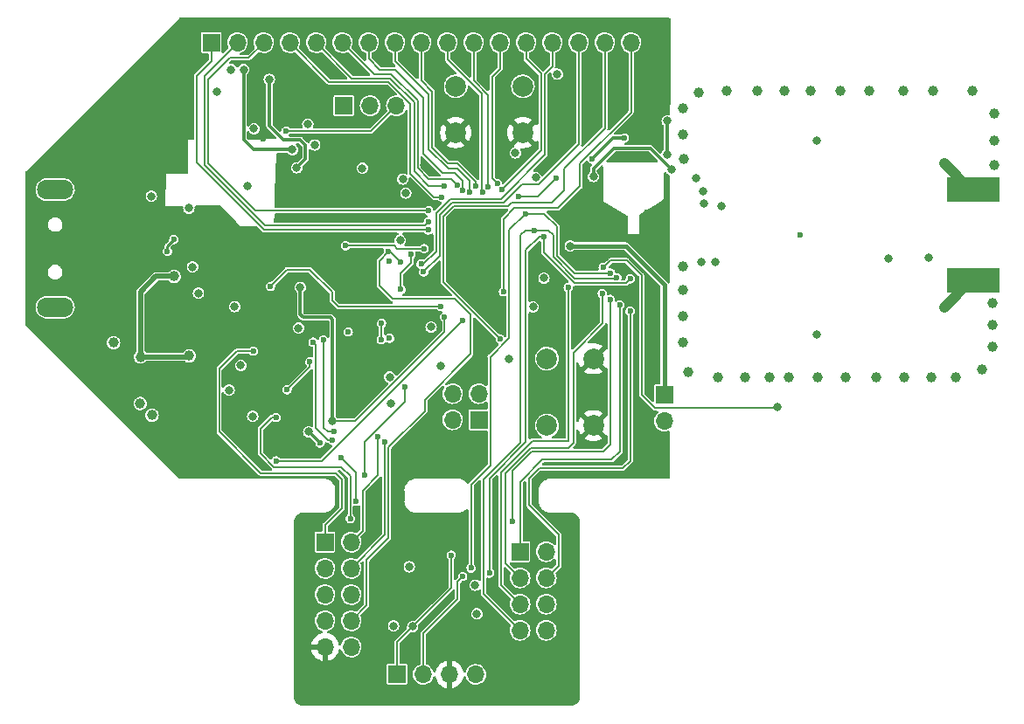
<source format=gbl>
G04 #@! TF.GenerationSoftware,KiCad,Pcbnew,6.0.7*
G04 #@! TF.CreationDate,2022-07-31T19:24:19+02:00*
G04 #@! TF.ProjectId,LoRaDongle_iCE40,4c6f5261-446f-46e6-976c-655f69434534,1.0*
G04 #@! TF.SameCoordinates,Original*
G04 #@! TF.FileFunction,Copper,L4,Bot*
G04 #@! TF.FilePolarity,Positive*
%FSLAX46Y46*%
G04 Gerber Fmt 4.6, Leading zero omitted, Abs format (unit mm)*
G04 Created by KiCad (PCBNEW 6.0.7) date 2022-07-31 19:24:19*
%MOMM*%
%LPD*%
G01*
G04 APERTURE LIST*
G04 #@! TA.AperFunction,ComponentPad*
%ADD10C,2.000000*%
G04 #@! TD*
G04 #@! TA.AperFunction,ComponentPad*
%ADD11O,3.500000X1.900000*%
G04 #@! TD*
G04 #@! TA.AperFunction,ComponentPad*
%ADD12R,1.700000X1.700000*%
G04 #@! TD*
G04 #@! TA.AperFunction,ComponentPad*
%ADD13O,1.700000X1.700000*%
G04 #@! TD*
G04 #@! TA.AperFunction,SMDPad,CuDef*
%ADD14R,5.080000X2.413000*%
G04 #@! TD*
G04 #@! TA.AperFunction,ViaPad*
%ADD15C,0.600000*%
G04 #@! TD*
G04 #@! TA.AperFunction,ViaPad*
%ADD16C,0.800000*%
G04 #@! TD*
G04 #@! TA.AperFunction,ViaPad*
%ADD17C,1.000000*%
G04 #@! TD*
G04 #@! TA.AperFunction,Conductor*
%ADD18C,1.000000*%
G04 #@! TD*
G04 #@! TA.AperFunction,Conductor*
%ADD19C,0.500000*%
G04 #@! TD*
G04 #@! TA.AperFunction,Conductor*
%ADD20C,0.200000*%
G04 #@! TD*
G04 #@! TA.AperFunction,Conductor*
%ADD21C,0.300000*%
G04 #@! TD*
G04 #@! TA.AperFunction,Conductor*
%ADD22C,0.230000*%
G04 #@! TD*
G04 #@! TA.AperFunction,Conductor*
%ADD23C,0.400000*%
G04 #@! TD*
G04 APERTURE END LIST*
D10*
X148320000Y-81790000D03*
X141820000Y-81790000D03*
X141820000Y-86290000D03*
X148320000Y-86290000D03*
D11*
X103030000Y-91810000D03*
X103030000Y-103210000D03*
D12*
X162000000Y-111725000D03*
D13*
X162000000Y-114265000D03*
D12*
X130988000Y-83678000D03*
D13*
X133528000Y-83678000D03*
X136068000Y-83678000D03*
D12*
X144045000Y-114135000D03*
D13*
X141505000Y-114135000D03*
X144045000Y-111595000D03*
X141505000Y-111595000D03*
D10*
X150640000Y-114700000D03*
X150640000Y-108200000D03*
X155140000Y-108200000D03*
X155140000Y-114700000D03*
D12*
X129150000Y-126000000D03*
D13*
X131690000Y-126000000D03*
X129150000Y-128540000D03*
X131690000Y-128540000D03*
X129150000Y-131080000D03*
X131690000Y-131080000D03*
X129150000Y-133620000D03*
X131690000Y-133620000D03*
X129150000Y-136160000D03*
X131690000Y-136160000D03*
D12*
X148037500Y-126920000D03*
D13*
X150577500Y-126920000D03*
X148037500Y-129460000D03*
X150577500Y-129460000D03*
X148037500Y-132000000D03*
X150577500Y-132000000D03*
X148037500Y-134540000D03*
X150577500Y-134540000D03*
D12*
X136132500Y-138810000D03*
D13*
X138672500Y-138810000D03*
X141212500Y-138810000D03*
X143752500Y-138810000D03*
D14*
X191940000Y-100611500D03*
X191940000Y-91848500D03*
D12*
X118145000Y-77570000D03*
D13*
X120685000Y-77570000D03*
X123225000Y-77570000D03*
X125765000Y-77570000D03*
X128305000Y-77570000D03*
X130845000Y-77570000D03*
X133385000Y-77570000D03*
X135925000Y-77570000D03*
X138465000Y-77570000D03*
X141005000Y-77570000D03*
X143545000Y-77570000D03*
X146085000Y-77570000D03*
X148625000Y-77570000D03*
X151165000Y-77570000D03*
X153705000Y-77570000D03*
X156245000Y-77570000D03*
X158785000Y-77570000D03*
D15*
X110190000Y-103300000D03*
D16*
X108932500Y-103302500D03*
D17*
X173640000Y-82270000D03*
X107910000Y-91490000D03*
X179550000Y-110020000D03*
D16*
X125510000Y-82780000D03*
D17*
X193760000Y-107020000D03*
X193760000Y-104920000D03*
X165330000Y-82450000D03*
X189110000Y-103220000D03*
D16*
X183710000Y-98470000D03*
D17*
X163850000Y-99230000D03*
D16*
X117530000Y-103350000D03*
D17*
X168030000Y-82270000D03*
X163810000Y-86510000D03*
X193760000Y-102800000D03*
D16*
X129300000Y-87520000D03*
D17*
X193960000Y-84440000D03*
X143800000Y-97200000D03*
D15*
X129280500Y-105100000D03*
D17*
X193960000Y-87100000D03*
D16*
X165720000Y-91940000D03*
D15*
X157890000Y-94650000D03*
D16*
X176770000Y-105860000D03*
X132770000Y-88610000D03*
D17*
X142300000Y-97200000D03*
X145500000Y-97200000D03*
D16*
X165070000Y-90740000D03*
D17*
X167230000Y-110020000D03*
D16*
X141240000Y-88370000D03*
D15*
X154290000Y-95360000D03*
D17*
X143800000Y-95700000D03*
D16*
X146290000Y-88240000D03*
D17*
X191830000Y-82270000D03*
X163850000Y-104070000D03*
D16*
X151800000Y-100470000D03*
X152730000Y-98350000D03*
D17*
X179060000Y-82270000D03*
X163850000Y-106640000D03*
D16*
X138779500Y-89450000D03*
D17*
X106490000Y-87860000D03*
X187820000Y-110020000D03*
X190240000Y-110020000D03*
X163850000Y-101550000D03*
D16*
X176780000Y-87030000D03*
D17*
X185110000Y-82270000D03*
X192755000Y-109265000D03*
D16*
X158015000Y-88675000D03*
D17*
X143800000Y-98800000D03*
X170990000Y-82270000D03*
D16*
X167500000Y-93420000D03*
X142650000Y-134530000D03*
D17*
X145400000Y-95700000D03*
X185200000Y-110020000D03*
X188070000Y-82270000D03*
X182490000Y-110020000D03*
X163860000Y-88880000D03*
D16*
X187620000Y-98420000D03*
D17*
X176200000Y-82270000D03*
D16*
X126500000Y-97600000D03*
X136570000Y-131210000D03*
D17*
X164310000Y-109510000D03*
D16*
X114070000Y-94740000D03*
D15*
X137630000Y-99810000D03*
D17*
X189100000Y-89270000D03*
X169810000Y-110020000D03*
X106490000Y-90050000D03*
D16*
X165870000Y-93140000D03*
D17*
X163810000Y-83970000D03*
D15*
X160346089Y-93996089D03*
D16*
X150500000Y-89500000D03*
X166910000Y-98860000D03*
X152410000Y-96300000D03*
D15*
X132300000Y-107100000D03*
D16*
X165577500Y-98867500D03*
X112500000Y-91100000D03*
D15*
X149160000Y-104620000D03*
D17*
X142300000Y-98800000D03*
D15*
X151900000Y-86500000D03*
D17*
X176850000Y-110020000D03*
X193960000Y-89420000D03*
D16*
X121648000Y-91446000D03*
D15*
X133400000Y-106400000D03*
D17*
X172190000Y-110020000D03*
X174050000Y-110020000D03*
D15*
X123200000Y-86900000D03*
D17*
X181850000Y-82270000D03*
D15*
X175200000Y-96240000D03*
D16*
X138120000Y-92030000D03*
D17*
X145500000Y-98800000D03*
X142300000Y-95700000D03*
D15*
X135190000Y-94470000D03*
D16*
X132760000Y-89750000D03*
X146980000Y-108210000D03*
X115980000Y-93610000D03*
X147580000Y-88260000D03*
X135800000Y-134110000D03*
X135410000Y-109990000D03*
X136440000Y-96730000D03*
X121000000Y-108860000D03*
X143680000Y-130160000D03*
X140400000Y-108900000D03*
X120400000Y-103150000D03*
X126600000Y-105230000D03*
X120070000Y-80180000D03*
X127490000Y-85470000D03*
X128160000Y-87500000D03*
X119870000Y-111240000D03*
X122160000Y-113780000D03*
X135510000Y-112510000D03*
X143850000Y-132940000D03*
X112350000Y-92452500D03*
D15*
X131400000Y-105600000D03*
D16*
X122280000Y-85910000D03*
X118690000Y-82360000D03*
X116330000Y-99310000D03*
X151640000Y-80620000D03*
X137320000Y-128380000D03*
D17*
X112410000Y-113680000D03*
D16*
X116900000Y-101850000D03*
D17*
X111270000Y-112550000D03*
X108676500Y-106647500D03*
X116000000Y-107923000D03*
X111300000Y-108023000D03*
X114550000Y-100223000D03*
D15*
X157700000Y-103000000D03*
D16*
X137640000Y-134180000D03*
D15*
X141380000Y-127260000D03*
D16*
X155140000Y-90550000D03*
X162722500Y-89882500D03*
D15*
X138760000Y-97529500D03*
X131140000Y-97260000D03*
X134970682Y-116260500D03*
D16*
X139425000Y-105135000D03*
D15*
X128000000Y-106600000D03*
X129900000Y-116100000D03*
D16*
X123770000Y-81140000D03*
X126430000Y-89690000D03*
X126010000Y-87940000D03*
X121270000Y-80180000D03*
D15*
X125380000Y-86120000D03*
X142487500Y-129312500D03*
X156000000Y-101900000D03*
X151500000Y-90700000D03*
X152700000Y-101300000D03*
X147930000Y-92470000D03*
X156750000Y-102450000D03*
X147300000Y-124000000D03*
X135400000Y-106229500D03*
X133000000Y-119509500D03*
X135380000Y-98720000D03*
X136900000Y-110900000D03*
D16*
X126760000Y-101280000D03*
X129880000Y-114270000D03*
D15*
X140740000Y-104180000D03*
X143300000Y-128500000D03*
X156810000Y-99900000D03*
X148570000Y-94160000D03*
X135310000Y-97810000D03*
X136473556Y-98873556D03*
X140400000Y-103140000D03*
X122225000Y-107475000D03*
X123880000Y-101190000D03*
X149378556Y-95748556D03*
X157414018Y-100344528D03*
X142440000Y-104480000D03*
X124410000Y-118110000D03*
X158700000Y-103600000D03*
X150310000Y-96380000D03*
X158708246Y-100457847D03*
X145100000Y-129000000D03*
D16*
X127570000Y-115300000D03*
D15*
X128670000Y-116390000D03*
X136500000Y-101500000D03*
X130000000Y-115300000D03*
X134300000Y-115800000D03*
X137490000Y-98100000D03*
X129000000Y-106400000D03*
X130700000Y-117800000D03*
X132149500Y-122022780D03*
X131600000Y-123700000D03*
X124410000Y-113900000D03*
X156090000Y-99350000D03*
D16*
X173000000Y-112900000D03*
D15*
X114520000Y-96655500D03*
X113900000Y-97784500D03*
D16*
X152900000Y-97270000D03*
X149554750Y-90650000D03*
X149310000Y-103190000D03*
X136700000Y-90800000D03*
X150362500Y-100390500D03*
X136987500Y-92158500D03*
D15*
X134600000Y-106360000D03*
X134630000Y-104780000D03*
X127700000Y-108500000D03*
X125480000Y-111220000D03*
D16*
X162260000Y-88420000D03*
X162280000Y-85150000D03*
D15*
X155013556Y-88863556D03*
X158150000Y-86810000D03*
X139154417Y-95735583D03*
X139152973Y-94957027D03*
X139180000Y-93850000D03*
X140480000Y-92540000D03*
X140710000Y-91460000D03*
X141929500Y-91350000D03*
X142459801Y-91879655D03*
X143186033Y-92064970D03*
X143760000Y-91480000D03*
X144462087Y-92069111D03*
X144970537Y-91518445D03*
X145830626Y-91214225D03*
X146308000Y-91792038D03*
X138470000Y-99029500D03*
X138700000Y-99800000D03*
X146110000Y-106290000D03*
X146430000Y-101710000D03*
D18*
X191688500Y-91858500D02*
X189100000Y-89270000D01*
X191710000Y-100621500D02*
X191708500Y-100621500D01*
X191708500Y-100621500D02*
X189110000Y-103220000D01*
X191710000Y-91858500D02*
X191688500Y-91858500D01*
D19*
X114550000Y-100223000D02*
X112800000Y-100223000D01*
X115900000Y-108023000D02*
X116000000Y-107923000D01*
X111300000Y-108023000D02*
X115900000Y-108023000D01*
X112800000Y-100223000D02*
X111300000Y-101723000D01*
X111300000Y-101723000D02*
X111300000Y-108023000D01*
D20*
X157700000Y-103000000D02*
X157700000Y-117200000D01*
X150205026Y-118000000D02*
X148037500Y-120167526D01*
X156900000Y-118000000D02*
X150205026Y-118000000D01*
X157700000Y-117200000D02*
X156900000Y-118000000D01*
X148037500Y-120167526D02*
X148037500Y-126920000D01*
X136132500Y-135687500D02*
X136132500Y-138810000D01*
X137640000Y-134180000D02*
X136132500Y-135687500D01*
X141380000Y-127260000D02*
X141380000Y-130440000D01*
X141380000Y-130440000D02*
X137640000Y-134180000D01*
D21*
X157140000Y-87800000D02*
X160640000Y-87800000D01*
X155140000Y-90550000D02*
X155140000Y-89800000D01*
X155140000Y-89800000D02*
X157140000Y-87800000D01*
X160640000Y-87800000D02*
X162722500Y-89882500D01*
D20*
X136129500Y-97529500D02*
X135860000Y-97260000D01*
X128250000Y-114927818D02*
X129422182Y-116100000D01*
X134970682Y-116260500D02*
X134970682Y-125259318D01*
X134970682Y-125259318D02*
X131690000Y-128540000D01*
X129422182Y-116100000D02*
X129900000Y-116100000D01*
X128250000Y-106850000D02*
X128250000Y-114927818D01*
X135860000Y-97260000D02*
X131140000Y-97260000D01*
X138760000Y-97529500D02*
X136129500Y-97529500D01*
X128000000Y-106600000D02*
X128250000Y-106850000D01*
D21*
X123770000Y-85650000D02*
X123770000Y-81140000D01*
X127190000Y-87420000D02*
X126770000Y-87000000D01*
X126430000Y-89690000D02*
X127270000Y-88850000D01*
X125120000Y-87000000D02*
X123770000Y-85650000D01*
X127270000Y-87500000D02*
X127190000Y-87420000D01*
X127270000Y-88850000D02*
X127270000Y-87500000D01*
X126770000Y-87000000D02*
X125120000Y-87000000D01*
X121270000Y-86980000D02*
X122230000Y-87940000D01*
X126010000Y-87940000D02*
X122230000Y-87940000D01*
X121270000Y-86980000D02*
X121270000Y-80180000D01*
D20*
X136068000Y-83678000D02*
X133626000Y-86120000D01*
X133626000Y-86120000D02*
X125380000Y-86120000D01*
X142000000Y-129800000D02*
X142000000Y-131500000D01*
X142487500Y-129312500D02*
X142000000Y-129800000D01*
X138672500Y-134827500D02*
X138672500Y-138810000D01*
X142000000Y-131500000D02*
X138672500Y-134827500D01*
X149055026Y-116850000D02*
X146600000Y-119305026D01*
X153200000Y-107600000D02*
X153200000Y-116400000D01*
X146600000Y-128022500D02*
X148037500Y-129460000D01*
X146600000Y-119305026D02*
X146600000Y-128022500D01*
X153200000Y-116400000D02*
X152750000Y-116850000D01*
X152750000Y-116850000D02*
X149055026Y-116850000D01*
X156000000Y-104800000D02*
X153200000Y-107600000D01*
X156000000Y-101900000D02*
X156000000Y-104800000D01*
X149210052Y-116200000D02*
X146200000Y-119210052D01*
X146200000Y-119210052D02*
X146200000Y-130162500D01*
X152700000Y-101300000D02*
X152700000Y-116200000D01*
X147930000Y-92470000D02*
X149730000Y-92470000D01*
X152700000Y-116200000D02*
X149210052Y-116200000D01*
X146200000Y-130162500D02*
X148037500Y-132000000D01*
X149730000Y-92470000D02*
X151500000Y-90700000D01*
X147300000Y-119100000D02*
X147300000Y-124000000D01*
X156750000Y-116550000D02*
X156100000Y-117200000D01*
X147300000Y-119100000D02*
X149200000Y-117200000D01*
X156100000Y-117200000D02*
X156000000Y-117200000D01*
X156000000Y-117200000D02*
X149200000Y-117200000D01*
X156750000Y-102450000D02*
X156750000Y-116550000D01*
X133000000Y-116300000D02*
X136900000Y-112400000D01*
X136900000Y-112400000D02*
X136900000Y-110900000D01*
X133000000Y-119509500D02*
X133000000Y-116300000D01*
D21*
X129690000Y-104210000D02*
X129880000Y-104400000D01*
D20*
X140740000Y-105579239D02*
X132049239Y-114270000D01*
X132049239Y-114270000D02*
X129880000Y-114270000D01*
X140740000Y-104180000D02*
X140740000Y-105579239D01*
D21*
X129880000Y-104400000D02*
X129880000Y-114270000D01*
X126760000Y-103900000D02*
X127070000Y-104210000D01*
X127070000Y-104210000D02*
X129690000Y-104210000D01*
X126760000Y-101280000D02*
X126760000Y-103900000D01*
D20*
X151620000Y-98220000D02*
X151620000Y-95390000D01*
X150390000Y-94160000D02*
X148570000Y-94160000D01*
X147000000Y-106177818D02*
X145145000Y-108032818D01*
X156810000Y-99900000D02*
X153300000Y-99900000D01*
X148570000Y-94160000D02*
X147000000Y-95730000D01*
X145145000Y-118557147D02*
X143300000Y-120402147D01*
X151620000Y-95390000D02*
X150390000Y-94160000D01*
X153300000Y-99900000D02*
X151620000Y-98220000D01*
X147000000Y-95730000D02*
X147000000Y-106177818D01*
X143300000Y-120402147D02*
X143300000Y-128500000D01*
X145145000Y-108032818D02*
X145145000Y-118557147D01*
X138800000Y-112200000D02*
X143262513Y-107737487D01*
X135320682Y-125579318D02*
X135320682Y-116779318D01*
X134400000Y-101100000D02*
X134400000Y-98720000D01*
X134400000Y-98720000D02*
X135310000Y-97810000D01*
X143262513Y-103937487D02*
X141725026Y-102400000D01*
X143262513Y-107737487D02*
X143262513Y-103937487D01*
X131690000Y-133620000D02*
X133200000Y-132110000D01*
X141725026Y-102400000D02*
X135700000Y-102400000D01*
X135320682Y-116779318D02*
X138800000Y-113300000D01*
X133200000Y-127700000D02*
X135320682Y-125579318D01*
X135310000Y-97810000D02*
X135410000Y-97810000D01*
X133200000Y-132110000D02*
X133200000Y-127700000D01*
X135700000Y-102400000D02*
X134400000Y-101100000D01*
X135410000Y-97810000D02*
X136473556Y-98873556D01*
X138800000Y-113300000D02*
X138800000Y-112200000D01*
X123880000Y-101190000D02*
X125500000Y-99570000D01*
X130800000Y-122705026D02*
X129150000Y-124355026D01*
X130430000Y-103140000D02*
X140400000Y-103140000D01*
X118900000Y-115300000D02*
X122897487Y-119297487D01*
X118900000Y-109200000D02*
X118900000Y-115300000D01*
X129840000Y-102550000D02*
X130430000Y-103140000D01*
X129150000Y-124355026D02*
X129150000Y-126000000D01*
X122225000Y-107475000D02*
X120625000Y-107475000D01*
X122897487Y-119297487D02*
X130202513Y-119297487D01*
X120625000Y-107475000D02*
X118900000Y-109200000D01*
X129840000Y-101750000D02*
X129840000Y-102550000D01*
X130202513Y-119297487D02*
X130800000Y-119894974D01*
X127660000Y-99570000D02*
X129840000Y-101750000D01*
X130800000Y-119894974D02*
X130800000Y-122705026D01*
X125500000Y-99570000D02*
X127660000Y-99570000D01*
X148551444Y-95748556D02*
X148050000Y-96250000D01*
X150798556Y-95748556D02*
X151270000Y-96220000D01*
X153355025Y-100450000D02*
X157308546Y-100450000D01*
X151270000Y-98364975D02*
X153355025Y-100450000D01*
X148050000Y-116370104D02*
X144500000Y-119920104D01*
X144500000Y-119920104D02*
X144500000Y-131002500D01*
X149378556Y-95748556D02*
X148551444Y-95748556D01*
X149378556Y-95748556D02*
X150798556Y-95748556D01*
X157308546Y-100450000D02*
X157414018Y-100344528D01*
X144500000Y-131002500D02*
X148037500Y-134540000D01*
X148050000Y-96250000D02*
X148050000Y-116370104D01*
X151270000Y-96220000D02*
X151270000Y-98364975D01*
X142440000Y-104530000D02*
X142440000Y-104480000D01*
X124410000Y-118110000D02*
X128860000Y-118110000D01*
X128860000Y-118110000D02*
X142440000Y-104530000D01*
X158000000Y-118800000D02*
X149900000Y-118800000D01*
X158700000Y-118100000D02*
X158000000Y-118800000D01*
X148900000Y-119800000D02*
X148900000Y-122400000D01*
X149900000Y-118800000D02*
X148900000Y-119800000D01*
X148900000Y-122400000D02*
X151768750Y-125268750D01*
X151768750Y-128268750D02*
X150577500Y-129460000D01*
X151768750Y-125268750D02*
X151768750Y-128268750D01*
X158700000Y-103600000D02*
X158700000Y-118100000D01*
X158708246Y-100457847D02*
X158271565Y-100894528D01*
X145100000Y-119815078D02*
X148610000Y-116305078D01*
X158271565Y-100894528D02*
X153304579Y-100894528D01*
X153304579Y-100894528D02*
X150310000Y-97899949D01*
X148610000Y-97690000D02*
X148610000Y-116305078D01*
X148610000Y-97690000D02*
X149920000Y-96380000D01*
X150310000Y-97899949D02*
X150310000Y-96380000D01*
X145100000Y-119815078D02*
X145100000Y-129000000D01*
X150310000Y-96380000D02*
X149920000Y-96380000D01*
D21*
X127580000Y-115300000D02*
X128670000Y-116390000D01*
X127570000Y-115300000D02*
X127580000Y-115300000D01*
D20*
X134300000Y-115800000D02*
X134300000Y-119500000D01*
X134300000Y-119500000D02*
X132800000Y-121000000D01*
X136500000Y-99900000D02*
X137490000Y-98910000D01*
X129400000Y-115300000D02*
X130000000Y-115300000D01*
X132800000Y-124890000D02*
X131690000Y-126000000D01*
X129000000Y-114900000D02*
X129400000Y-115300000D01*
X129000000Y-106400000D02*
X129000000Y-114900000D01*
X137490000Y-98910000D02*
X137490000Y-98100000D01*
X136500000Y-101500000D02*
X136500000Y-99900000D01*
X132800000Y-121000000D02*
X132800000Y-124890000D01*
X132149500Y-122022780D02*
X132149500Y-119249500D01*
X132149500Y-119249500D02*
X130700000Y-117800000D01*
X124222182Y-118700000D02*
X130700000Y-118700000D01*
X124000000Y-113900000D02*
X124410000Y-113900000D01*
X124000000Y-113900000D02*
X122900000Y-115000000D01*
X131600000Y-119600000D02*
X131600000Y-123700000D01*
X122900000Y-117377818D02*
X124222182Y-118700000D01*
X122900000Y-115000000D02*
X122900000Y-117377818D01*
X130700000Y-118700000D02*
X131600000Y-119600000D01*
X159800000Y-100100000D02*
X159800000Y-111702891D01*
X156150000Y-99350000D02*
X156800000Y-98700000D01*
X172900000Y-113000000D02*
X173000000Y-112900000D01*
X158400000Y-98700000D02*
X159800000Y-100100000D01*
X156090000Y-99350000D02*
X156150000Y-99350000D01*
X159800000Y-111702891D02*
X161097109Y-113000000D01*
X156800000Y-98700000D02*
X158400000Y-98700000D01*
X161097109Y-113000000D02*
X172900000Y-113000000D01*
D22*
X113900000Y-97275500D02*
X114520000Y-96655500D01*
X113900000Y-97784500D02*
X113900000Y-97275500D01*
D23*
X158270000Y-97270000D02*
X162000000Y-101000000D01*
X152900000Y-97270000D02*
X158270000Y-97270000D01*
X162000000Y-101000000D02*
X162000000Y-111725000D01*
D20*
X134630000Y-106330000D02*
X134600000Y-106360000D01*
X134630000Y-104780000D02*
X134630000Y-106330000D01*
X127700000Y-109000000D02*
X127700000Y-108500000D01*
X125480000Y-111220000D02*
X127700000Y-109000000D01*
D21*
X162260000Y-85170000D02*
X162280000Y-85150000D01*
X162260000Y-88420000D02*
X162260000Y-85170000D01*
X155013556Y-88863556D02*
X157067112Y-86810000D01*
X157067112Y-86810000D02*
X158150000Y-86810000D01*
D20*
X116710000Y-80820000D02*
X118145000Y-79385000D01*
X123290000Y-95740000D02*
X116710000Y-89160000D01*
X118145000Y-79385000D02*
X118145000Y-77570000D01*
X139154417Y-95735583D02*
X139150000Y-95740000D01*
X116710000Y-89160000D02*
X116710000Y-80820000D01*
X139150000Y-95740000D02*
X123290000Y-95740000D01*
X138800000Y-95310000D02*
X139152973Y-94957027D01*
X123354974Y-95310000D02*
X138800000Y-95310000D01*
X120685000Y-77570000D02*
X117490000Y-80765000D01*
X117490000Y-80765000D02*
X117490000Y-89445026D01*
X117490000Y-89445026D02*
X123354974Y-95310000D01*
X121765000Y-79030000D02*
X123225000Y-77570000D01*
X117840000Y-81130000D02*
X119940000Y-79030000D01*
X122389948Y-93850000D02*
X117840000Y-89300052D01*
X117840000Y-89300052D02*
X117840000Y-81130000D01*
X139180000Y-93850000D02*
X122389948Y-93850000D01*
X119940000Y-79030000D02*
X121765000Y-79030000D01*
X137430000Y-83484365D02*
X135315635Y-81370000D01*
X135315635Y-81370000D02*
X129565000Y-81370000D01*
X129565000Y-81370000D02*
X125765000Y-77570000D01*
X137430000Y-90250000D02*
X137430000Y-83484365D01*
X139720000Y-92540000D02*
X137430000Y-90250000D01*
X140480000Y-92540000D02*
X139720000Y-92540000D01*
X137780000Y-90020000D02*
X137780000Y-83339391D01*
X139220000Y-91460000D02*
X139215000Y-91455000D01*
X137780000Y-83339391D02*
X135460609Y-81020000D01*
X131755000Y-81020000D02*
X128305000Y-77570000D01*
X140710000Y-91460000D02*
X139220000Y-91460000D01*
X135460609Y-81020000D02*
X131755000Y-81020000D01*
X139215000Y-91455000D02*
X137780000Y-90020000D01*
X135555583Y-80620000D02*
X133895000Y-80620000D01*
X133895000Y-80620000D02*
X130845000Y-77570000D01*
X138130000Y-89720000D02*
X138130000Y-83194417D01*
X141929500Y-91350000D02*
X141369500Y-90790000D01*
X141369500Y-90790000D02*
X139200000Y-90790000D01*
X138130000Y-83194417D02*
X135555583Y-80620000D01*
X139200000Y-90790000D02*
X138130000Y-89720000D01*
X142479500Y-90939500D02*
X141750000Y-90210000D01*
X134460000Y-80180000D02*
X133385000Y-79105000D01*
X138680000Y-82900000D02*
X135960000Y-80180000D01*
X135960000Y-80180000D02*
X134460000Y-80180000D01*
X140540000Y-90210000D02*
X138680000Y-88350000D01*
X142459801Y-91879655D02*
X142479500Y-91859956D01*
X138680000Y-88350000D02*
X138680000Y-82900000D01*
X141750000Y-90210000D02*
X140540000Y-90210000D01*
X133385000Y-79105000D02*
X133385000Y-77570000D01*
X142479500Y-91859956D02*
X142479500Y-90939500D01*
X135925000Y-79335000D02*
X135925000Y-77570000D01*
X139180000Y-82590000D02*
X135925000Y-79335000D01*
X141980000Y-89790000D02*
X141090000Y-89790000D01*
X139180000Y-87880000D02*
X139180000Y-82590000D01*
X143186033Y-90996033D02*
X141980000Y-89790000D01*
X143186033Y-92064970D02*
X143186033Y-90996033D01*
X141090000Y-89790000D02*
X139180000Y-87880000D01*
X139530000Y-82310000D02*
X138465000Y-81245000D01*
X139530000Y-87735026D02*
X139530000Y-82310000D01*
X141927487Y-89242513D02*
X141037487Y-89242513D01*
X143760000Y-91075026D02*
X141927487Y-89242513D01*
X141037487Y-89242513D02*
X139530000Y-87735026D01*
X143760000Y-91480000D02*
X143760000Y-91075026D01*
X138465000Y-81245000D02*
X138465000Y-77570000D01*
X144320000Y-82522233D02*
X141005000Y-79207233D01*
X141005000Y-79207233D02*
X141005000Y-77570000D01*
X144462087Y-92069111D02*
X144320000Y-91927024D01*
X144320000Y-91927024D02*
X144320000Y-82522233D01*
X144970537Y-82677796D02*
X143545000Y-81252259D01*
X144970537Y-91518445D02*
X144970537Y-82677796D01*
X143545000Y-81252259D02*
X143545000Y-77570000D01*
X145320537Y-90704136D02*
X145320537Y-80859463D01*
X145320537Y-80859463D02*
X146085000Y-80095000D01*
X146085000Y-80095000D02*
X146085000Y-77570000D01*
X145830626Y-91214225D02*
X145320537Y-90704136D01*
X148625000Y-79135000D02*
X148625000Y-77570000D01*
X146308000Y-91792000D02*
X150070000Y-88030000D01*
X150070000Y-80580000D02*
X148625000Y-79135000D01*
X150070000Y-88030000D02*
X150070000Y-80580000D01*
X146308000Y-91792038D02*
X146308000Y-91792000D01*
X138470000Y-99029500D02*
X138670500Y-99029500D01*
X146177856Y-92700000D02*
X150420000Y-88457856D01*
X139900000Y-94100000D02*
X141300000Y-92700000D01*
X139900000Y-97800000D02*
X139900000Y-94100000D01*
X150420000Y-80600000D02*
X151165000Y-79855000D01*
X141300000Y-92700000D02*
X146177856Y-92700000D01*
X150420000Y-88457856D02*
X150420000Y-80600000D01*
X138670500Y-99029500D02*
X139900000Y-97800000D01*
X151165000Y-79855000D02*
X151165000Y-77570000D01*
X140250000Y-98250000D02*
X140250000Y-94244974D01*
X141444974Y-93050000D02*
X146450000Y-93050000D01*
X148200000Y-91300000D02*
X149823989Y-91300000D01*
X149823989Y-91300000D02*
X153705000Y-87418989D01*
X140250000Y-94244974D02*
X141444974Y-93050000D01*
X138700000Y-99800000D02*
X140250000Y-98250000D01*
X153705000Y-87418989D02*
X153705000Y-77570000D01*
X146450000Y-93050000D02*
X148200000Y-91300000D01*
X152300000Y-89800000D02*
X156245000Y-85855000D01*
X151100000Y-93100000D02*
X152300000Y-91900000D01*
X146110000Y-106290000D02*
X140600000Y-100780000D01*
X146900000Y-93400000D02*
X147200000Y-93100000D01*
X147200000Y-93100000D02*
X151100000Y-93100000D01*
X141589948Y-93400000D02*
X146900000Y-93400000D01*
X156245000Y-85855000D02*
X156245000Y-77570000D01*
X140600000Y-100780000D02*
X140600000Y-94389948D01*
X152300000Y-91900000D02*
X152300000Y-89800000D01*
X140600000Y-94389948D02*
X141589948Y-93400000D01*
X158785000Y-77570000D02*
X158785000Y-84315000D01*
X146430000Y-94670000D02*
X147500000Y-93600000D01*
X146430000Y-101710000D02*
X146430000Y-94670000D01*
X153800000Y-89300000D02*
X158785000Y-84315000D01*
X147500000Y-93600000D02*
X151700000Y-93600000D01*
X153800000Y-91500000D02*
X153800000Y-89300000D01*
X151700000Y-93600000D02*
X153800000Y-91500000D01*
G04 #@! TA.AperFunction,Conductor*
G36*
X162545067Y-75170502D02*
G01*
X162591560Y-75224158D01*
X162602946Y-75276741D01*
X162588712Y-82678183D01*
X162585220Y-84494098D01*
X162565087Y-84562180D01*
X162511342Y-84608570D01*
X162441049Y-84618539D01*
X162429932Y-84616248D01*
X162423709Y-84613670D01*
X162415523Y-84612592D01*
X162415522Y-84612592D01*
X162288188Y-84595828D01*
X162280000Y-84594750D01*
X162136291Y-84613670D01*
X162002375Y-84669139D01*
X161887379Y-84757379D01*
X161799139Y-84872375D01*
X161743670Y-85006291D01*
X161724750Y-85150000D01*
X161743670Y-85293709D01*
X161799139Y-85427625D01*
X161887379Y-85542621D01*
X161910204Y-85560136D01*
X161952071Y-85617472D01*
X161959500Y-85660097D01*
X161959500Y-87894556D01*
X161939498Y-87962677D01*
X161910204Y-87994518D01*
X161873929Y-88022353D01*
X161867379Y-88027379D01*
X161779139Y-88142375D01*
X161775980Y-88150002D01*
X161775977Y-88150007D01*
X161742408Y-88231053D01*
X161697861Y-88286334D01*
X161630498Y-88308756D01*
X161561706Y-88291198D01*
X161536904Y-88271932D01*
X160889516Y-87624545D01*
X160887763Y-87622515D01*
X160885425Y-87617731D01*
X160849523Y-87584427D01*
X160846118Y-87581147D01*
X160832723Y-87567752D01*
X160828753Y-87565028D01*
X160826105Y-87562703D01*
X160811881Y-87549508D01*
X160811878Y-87549506D01*
X160803354Y-87541599D01*
X160792550Y-87537289D01*
X160788561Y-87534767D01*
X160777773Y-87529006D01*
X160773448Y-87527089D01*
X160763854Y-87520508D01*
X160752535Y-87517822D01*
X160752533Y-87517821D01*
X160739873Y-87514817D01*
X160722276Y-87509252D01*
X160707638Y-87503412D01*
X160707635Y-87503411D01*
X160699378Y-87500117D01*
X160693085Y-87499500D01*
X160690006Y-87499500D01*
X160686933Y-87499350D01*
X160686944Y-87499134D01*
X160675569Y-87497802D01*
X160666254Y-87497346D01*
X160654934Y-87494660D01*
X160643405Y-87496229D01*
X160643404Y-87496229D01*
X160627827Y-87498349D01*
X160610836Y-87499500D01*
X158274998Y-87499500D01*
X158206877Y-87479498D01*
X158160384Y-87425842D01*
X158150280Y-87355568D01*
X158179774Y-87290988D01*
X158241856Y-87251937D01*
X158322092Y-87230062D01*
X158322093Y-87230062D01*
X158330755Y-87227700D01*
X158338405Y-87223003D01*
X158338407Y-87223002D01*
X158433072Y-87164878D01*
X158433075Y-87164875D01*
X158440724Y-87160179D01*
X158449881Y-87150063D01*
X158521300Y-87071161D01*
X158521303Y-87071157D01*
X158527322Y-87064507D01*
X158583588Y-86948375D01*
X158585314Y-86938119D01*
X158604190Y-86825917D01*
X158604997Y-86821120D01*
X158605133Y-86810000D01*
X158590705Y-86709252D01*
X158588112Y-86691145D01*
X158588111Y-86691142D01*
X158586839Y-86682259D01*
X158577638Y-86662022D01*
X158537145Y-86572962D01*
X158537143Y-86572959D01*
X158533428Y-86564788D01*
X158495410Y-86520666D01*
X158455051Y-86473826D01*
X158455049Y-86473824D01*
X158449193Y-86467028D01*
X158340906Y-86396841D01*
X158332311Y-86394271D01*
X158332310Y-86394270D01*
X158225874Y-86362438D01*
X158225872Y-86362438D01*
X158217273Y-86359866D01*
X158208298Y-86359811D01*
X158208297Y-86359811D01*
X158153641Y-86359477D01*
X158088231Y-86359078D01*
X158048266Y-86370500D01*
X157972786Y-86392072D01*
X157972784Y-86392073D01*
X157964155Y-86394539D01*
X157956565Y-86399328D01*
X157882072Y-86446330D01*
X157855019Y-86463399D01*
X157849075Y-86470129D01*
X157842243Y-86475944D01*
X157840611Y-86474026D01*
X157791835Y-86504726D01*
X157757479Y-86509500D01*
X157248950Y-86509500D01*
X157180829Y-86489498D01*
X157134336Y-86435842D01*
X157124232Y-86365568D01*
X157153726Y-86300988D01*
X157159855Y-86294405D01*
X157925475Y-85528786D01*
X158935905Y-84518356D01*
X158954998Y-84502686D01*
X158955284Y-84502495D01*
X158955286Y-84502493D01*
X158965601Y-84495601D01*
X159020966Y-84412740D01*
X159028201Y-84376369D01*
X159040409Y-84315000D01*
X159037921Y-84302492D01*
X159035500Y-84277910D01*
X159035500Y-78634508D01*
X159055502Y-78566387D01*
X159109158Y-78519894D01*
X159127612Y-78513151D01*
X159148556Y-78507303D01*
X159323689Y-78418837D01*
X159353515Y-78395535D01*
X159473453Y-78301829D01*
X159478303Y-78298040D01*
X159508084Y-78263539D01*
X159602485Y-78154173D01*
X159602485Y-78154172D01*
X159606509Y-78149511D01*
X159703425Y-77978909D01*
X159765358Y-77792732D01*
X159789949Y-77598071D01*
X159790341Y-77570000D01*
X159771194Y-77374728D01*
X159769413Y-77368829D01*
X159769412Y-77368824D01*
X159716265Y-77192793D01*
X159714484Y-77186894D01*
X159622370Y-77013653D01*
X159498361Y-76861602D01*
X159347180Y-76736535D01*
X159174585Y-76643213D01*
X159072124Y-76611496D01*
X158993039Y-76587015D01*
X158993036Y-76587014D01*
X158987152Y-76585193D01*
X158981027Y-76584549D01*
X158981026Y-76584549D01*
X158798147Y-76565327D01*
X158798146Y-76565327D01*
X158792019Y-76564683D01*
X158669733Y-76575812D01*
X158602759Y-76581907D01*
X158602758Y-76581907D01*
X158596618Y-76582466D01*
X158590704Y-76584207D01*
X158590702Y-76584207D01*
X158521410Y-76604601D01*
X158408393Y-76637864D01*
X158402928Y-76640721D01*
X158239972Y-76725912D01*
X158239968Y-76725915D01*
X158234512Y-76728767D01*
X158229712Y-76732627D01*
X158229711Y-76732627D01*
X158195326Y-76760273D01*
X158081600Y-76851711D01*
X157955480Y-77002016D01*
X157952516Y-77007408D01*
X157952513Y-77007412D01*
X157873813Y-77150567D01*
X157860956Y-77173954D01*
X157801628Y-77360978D01*
X157779757Y-77555963D01*
X157796175Y-77751483D01*
X157850258Y-77940091D01*
X157853076Y-77945574D01*
X157937123Y-78109113D01*
X157937126Y-78109117D01*
X157939944Y-78114601D01*
X158061818Y-78268369D01*
X158211238Y-78395535D01*
X158216616Y-78398541D01*
X158216618Y-78398542D01*
X158252932Y-78418837D01*
X158382513Y-78491257D01*
X158447438Y-78512353D01*
X158506042Y-78552426D01*
X158533679Y-78617822D01*
X158534500Y-78632185D01*
X158534500Y-84159049D01*
X158514498Y-84227170D01*
X158497595Y-84248144D01*
X156697195Y-86048545D01*
X156634884Y-86082569D01*
X156564069Y-86077505D01*
X156507233Y-86034958D01*
X156482422Y-85968438D01*
X156484522Y-85934867D01*
X156497988Y-85867172D01*
X156497988Y-85867170D01*
X156500409Y-85855000D01*
X156497921Y-85842492D01*
X156495500Y-85817910D01*
X156495500Y-78634508D01*
X156515502Y-78566387D01*
X156569158Y-78519894D01*
X156587612Y-78513151D01*
X156608556Y-78507303D01*
X156783689Y-78418837D01*
X156813515Y-78395535D01*
X156933453Y-78301829D01*
X156938303Y-78298040D01*
X156968084Y-78263539D01*
X157062485Y-78154173D01*
X157062485Y-78154172D01*
X157066509Y-78149511D01*
X157163425Y-77978909D01*
X157225358Y-77792732D01*
X157249949Y-77598071D01*
X157250341Y-77570000D01*
X157231194Y-77374728D01*
X157229413Y-77368829D01*
X157229412Y-77368824D01*
X157176265Y-77192793D01*
X157174484Y-77186894D01*
X157082370Y-77013653D01*
X156958361Y-76861602D01*
X156807180Y-76736535D01*
X156634585Y-76643213D01*
X156532124Y-76611496D01*
X156453039Y-76587015D01*
X156453036Y-76587014D01*
X156447152Y-76585193D01*
X156441027Y-76584549D01*
X156441026Y-76584549D01*
X156258147Y-76565327D01*
X156258146Y-76565327D01*
X156252019Y-76564683D01*
X156129733Y-76575812D01*
X156062759Y-76581907D01*
X156062758Y-76581907D01*
X156056618Y-76582466D01*
X156050704Y-76584207D01*
X156050702Y-76584207D01*
X155981410Y-76604601D01*
X155868393Y-76637864D01*
X155862928Y-76640721D01*
X155699972Y-76725912D01*
X155699968Y-76725915D01*
X155694512Y-76728767D01*
X155689712Y-76732627D01*
X155689711Y-76732627D01*
X155655326Y-76760273D01*
X155541600Y-76851711D01*
X155415480Y-77002016D01*
X155412516Y-77007408D01*
X155412513Y-77007412D01*
X155333813Y-77150567D01*
X155320956Y-77173954D01*
X155261628Y-77360978D01*
X155239757Y-77555963D01*
X155256175Y-77751483D01*
X155310258Y-77940091D01*
X155313076Y-77945574D01*
X155397123Y-78109113D01*
X155397126Y-78109117D01*
X155399944Y-78114601D01*
X155521818Y-78268369D01*
X155671238Y-78395535D01*
X155676616Y-78398541D01*
X155676618Y-78398542D01*
X155712932Y-78418837D01*
X155842513Y-78491257D01*
X155907438Y-78512353D01*
X155966042Y-78552426D01*
X155993679Y-78617822D01*
X155994500Y-78632185D01*
X155994500Y-85699049D01*
X155974498Y-85767170D01*
X155957595Y-85788144D01*
X154163151Y-87582589D01*
X154100840Y-87616613D01*
X154030025Y-87611549D01*
X153973189Y-87569002D01*
X153948378Y-87502482D01*
X153950478Y-87468912D01*
X153955500Y-87443664D01*
X153955500Y-87443662D01*
X153957987Y-87431160D01*
X153960408Y-87418989D01*
X153957921Y-87406486D01*
X153955500Y-87381904D01*
X153955500Y-78634508D01*
X153975502Y-78566387D01*
X154029158Y-78519894D01*
X154047612Y-78513151D01*
X154068556Y-78507303D01*
X154243689Y-78418837D01*
X154273515Y-78395535D01*
X154393453Y-78301829D01*
X154398303Y-78298040D01*
X154428084Y-78263539D01*
X154522485Y-78154173D01*
X154522485Y-78154172D01*
X154526509Y-78149511D01*
X154623425Y-77978909D01*
X154685358Y-77792732D01*
X154709949Y-77598071D01*
X154710341Y-77570000D01*
X154691194Y-77374728D01*
X154689413Y-77368829D01*
X154689412Y-77368824D01*
X154636265Y-77192793D01*
X154634484Y-77186894D01*
X154542370Y-77013653D01*
X154418361Y-76861602D01*
X154267180Y-76736535D01*
X154094585Y-76643213D01*
X153992124Y-76611496D01*
X153913039Y-76587015D01*
X153913036Y-76587014D01*
X153907152Y-76585193D01*
X153901027Y-76584549D01*
X153901026Y-76584549D01*
X153718147Y-76565327D01*
X153718146Y-76565327D01*
X153712019Y-76564683D01*
X153589733Y-76575812D01*
X153522759Y-76581907D01*
X153522758Y-76581907D01*
X153516618Y-76582466D01*
X153510704Y-76584207D01*
X153510702Y-76584207D01*
X153441410Y-76604601D01*
X153328393Y-76637864D01*
X153322928Y-76640721D01*
X153159972Y-76725912D01*
X153159968Y-76725915D01*
X153154512Y-76728767D01*
X153149712Y-76732627D01*
X153149711Y-76732627D01*
X153115326Y-76760273D01*
X153001600Y-76851711D01*
X152875480Y-77002016D01*
X152872516Y-77007408D01*
X152872513Y-77007412D01*
X152793813Y-77150567D01*
X152780956Y-77173954D01*
X152721628Y-77360978D01*
X152699757Y-77555963D01*
X152716175Y-77751483D01*
X152770258Y-77940091D01*
X152773076Y-77945574D01*
X152857123Y-78109113D01*
X152857126Y-78109117D01*
X152859944Y-78114601D01*
X152981818Y-78268369D01*
X153131238Y-78395535D01*
X153136616Y-78398541D01*
X153136618Y-78398542D01*
X153172932Y-78418837D01*
X153302513Y-78491257D01*
X153367438Y-78512353D01*
X153426042Y-78552426D01*
X153453679Y-78617822D01*
X153454500Y-78632185D01*
X153454500Y-87263039D01*
X153434498Y-87331160D01*
X153417595Y-87352134D01*
X150274903Y-90494826D01*
X150212591Y-90528852D01*
X150141776Y-90523787D01*
X150084940Y-90481240D01*
X150069399Y-90453948D01*
X150066093Y-90445966D01*
X150035611Y-90372375D01*
X149947371Y-90257379D01*
X149832375Y-90169139D01*
X149698459Y-90113670D01*
X149554750Y-90094750D01*
X149442093Y-90109582D01*
X149371945Y-90098643D01*
X149318846Y-90051515D01*
X149299656Y-89983161D01*
X149320467Y-89915283D01*
X149336552Y-89895565D01*
X150570905Y-88661212D01*
X150589998Y-88645542D01*
X150590284Y-88645351D01*
X150590286Y-88645349D01*
X150600601Y-88638457D01*
X150626312Y-88599978D01*
X150655966Y-88555596D01*
X150661059Y-88529996D01*
X150672988Y-88470026D01*
X150675409Y-88457856D01*
X150672921Y-88445348D01*
X150670500Y-88420766D01*
X150670500Y-80755950D01*
X150690502Y-80687829D01*
X150707405Y-80666855D01*
X150872390Y-80501870D01*
X150934702Y-80467844D01*
X151005517Y-80472909D01*
X151062353Y-80515456D01*
X151087164Y-80581976D01*
X151086407Y-80607409D01*
X151085828Y-80611808D01*
X151085828Y-80611812D01*
X151084750Y-80620000D01*
X151103670Y-80763709D01*
X151159139Y-80897625D01*
X151247379Y-81012621D01*
X151362375Y-81100861D01*
X151496291Y-81156330D01*
X151640000Y-81175250D01*
X151783709Y-81156330D01*
X151917625Y-81100861D01*
X152032621Y-81012621D01*
X152120861Y-80897625D01*
X152176330Y-80763709D01*
X152195250Y-80620000D01*
X152176330Y-80476291D01*
X152120861Y-80342375D01*
X152032621Y-80227379D01*
X151917625Y-80139139D01*
X151783709Y-80083670D01*
X151640000Y-80064750D01*
X151631812Y-80065828D01*
X151631811Y-80065828D01*
X151545987Y-80077127D01*
X151475839Y-80066188D01*
X151422740Y-80019060D01*
X151403550Y-79950706D01*
X151405962Y-79927623D01*
X151408044Y-79917159D01*
X151420408Y-79855000D01*
X151417921Y-79842496D01*
X151415500Y-79817915D01*
X151415500Y-78634508D01*
X151435502Y-78566387D01*
X151489158Y-78519894D01*
X151507612Y-78513151D01*
X151528556Y-78507303D01*
X151703689Y-78418837D01*
X151733515Y-78395535D01*
X151853453Y-78301829D01*
X151858303Y-78298040D01*
X151888084Y-78263539D01*
X151982485Y-78154173D01*
X151982485Y-78154172D01*
X151986509Y-78149511D01*
X152083425Y-77978909D01*
X152145358Y-77792732D01*
X152169949Y-77598071D01*
X152170341Y-77570000D01*
X152151194Y-77374728D01*
X152149413Y-77368829D01*
X152149412Y-77368824D01*
X152096265Y-77192793D01*
X152094484Y-77186894D01*
X152002370Y-77013653D01*
X151878361Y-76861602D01*
X151727180Y-76736535D01*
X151554585Y-76643213D01*
X151452124Y-76611496D01*
X151373039Y-76587015D01*
X151373036Y-76587014D01*
X151367152Y-76585193D01*
X151361027Y-76584549D01*
X151361026Y-76584549D01*
X151178147Y-76565327D01*
X151178146Y-76565327D01*
X151172019Y-76564683D01*
X151049733Y-76575812D01*
X150982759Y-76581907D01*
X150982758Y-76581907D01*
X150976618Y-76582466D01*
X150970704Y-76584207D01*
X150970702Y-76584207D01*
X150901410Y-76604601D01*
X150788393Y-76637864D01*
X150782928Y-76640721D01*
X150619972Y-76725912D01*
X150619968Y-76725915D01*
X150614512Y-76728767D01*
X150609712Y-76732627D01*
X150609711Y-76732627D01*
X150575326Y-76760273D01*
X150461600Y-76851711D01*
X150335480Y-77002016D01*
X150332516Y-77007408D01*
X150332513Y-77007412D01*
X150253813Y-77150567D01*
X150240956Y-77173954D01*
X150181628Y-77360978D01*
X150159757Y-77555963D01*
X150176175Y-77751483D01*
X150230258Y-77940091D01*
X150233076Y-77945574D01*
X150317123Y-78109113D01*
X150317126Y-78109117D01*
X150319944Y-78114601D01*
X150441818Y-78268369D01*
X150591238Y-78395535D01*
X150596616Y-78398541D01*
X150596618Y-78398542D01*
X150632932Y-78418837D01*
X150762513Y-78491257D01*
X150827438Y-78512353D01*
X150886042Y-78552426D01*
X150913679Y-78617822D01*
X150914500Y-78632185D01*
X150914500Y-79699050D01*
X150894498Y-79767171D01*
X150877595Y-79788145D01*
X150344095Y-80321645D01*
X150281783Y-80355671D01*
X150210968Y-80350606D01*
X150165908Y-80321647D01*
X148912405Y-79068145D01*
X148878379Y-79005833D01*
X148875500Y-78979050D01*
X148875500Y-78634508D01*
X148895502Y-78566387D01*
X148949158Y-78519894D01*
X148967612Y-78513151D01*
X148988556Y-78507303D01*
X149163689Y-78418837D01*
X149193515Y-78395535D01*
X149313453Y-78301829D01*
X149318303Y-78298040D01*
X149348084Y-78263539D01*
X149442485Y-78154173D01*
X149442485Y-78154172D01*
X149446509Y-78149511D01*
X149543425Y-77978909D01*
X149605358Y-77792732D01*
X149629949Y-77598071D01*
X149630341Y-77570000D01*
X149611194Y-77374728D01*
X149609413Y-77368829D01*
X149609412Y-77368824D01*
X149556265Y-77192793D01*
X149554484Y-77186894D01*
X149462370Y-77013653D01*
X149338361Y-76861602D01*
X149187180Y-76736535D01*
X149014585Y-76643213D01*
X148912124Y-76611496D01*
X148833039Y-76587015D01*
X148833036Y-76587014D01*
X148827152Y-76585193D01*
X148821027Y-76584549D01*
X148821026Y-76584549D01*
X148638147Y-76565327D01*
X148638146Y-76565327D01*
X148632019Y-76564683D01*
X148509733Y-76575812D01*
X148442759Y-76581907D01*
X148442758Y-76581907D01*
X148436618Y-76582466D01*
X148430704Y-76584207D01*
X148430702Y-76584207D01*
X148361410Y-76604601D01*
X148248393Y-76637864D01*
X148242928Y-76640721D01*
X148079972Y-76725912D01*
X148079968Y-76725915D01*
X148074512Y-76728767D01*
X148069712Y-76732627D01*
X148069711Y-76732627D01*
X148035326Y-76760273D01*
X147921600Y-76851711D01*
X147795480Y-77002016D01*
X147792516Y-77007408D01*
X147792513Y-77007412D01*
X147713813Y-77150567D01*
X147700956Y-77173954D01*
X147641628Y-77360978D01*
X147619757Y-77555963D01*
X147636175Y-77751483D01*
X147690258Y-77940091D01*
X147693076Y-77945574D01*
X147777123Y-78109113D01*
X147777126Y-78109117D01*
X147779944Y-78114601D01*
X147901818Y-78268369D01*
X148051238Y-78395535D01*
X148056616Y-78398541D01*
X148056618Y-78398542D01*
X148092932Y-78418837D01*
X148222513Y-78491257D01*
X148287438Y-78512353D01*
X148346042Y-78552426D01*
X148373679Y-78617822D01*
X148374500Y-78632185D01*
X148374500Y-79097915D01*
X148372079Y-79122496D01*
X148369592Y-79135000D01*
X148389034Y-79232741D01*
X148392053Y-79237259D01*
X148444399Y-79315601D01*
X148454717Y-79322495D01*
X148454718Y-79322496D01*
X148455005Y-79322688D01*
X148474098Y-79338358D01*
X149782595Y-80646856D01*
X149816621Y-80709168D01*
X149819500Y-80735951D01*
X149819500Y-85404068D01*
X149799498Y-85472189D01*
X149745842Y-85518682D01*
X149675568Y-85528786D01*
X149610988Y-85499292D01*
X149586068Y-85469903D01*
X149562568Y-85431555D01*
X149552110Y-85422093D01*
X149543334Y-85425876D01*
X148692022Y-86277188D01*
X148684408Y-86291132D01*
X148684539Y-86292965D01*
X148688790Y-86299580D01*
X149540290Y-87151080D01*
X149552670Y-87157840D01*
X149560320Y-87152113D01*
X149586068Y-87110097D01*
X149638715Y-87062465D01*
X149708757Y-87050859D01*
X149773954Y-87078963D01*
X149813608Y-87137853D01*
X149819500Y-87175932D01*
X149819500Y-87874050D01*
X149799498Y-87942171D01*
X149782595Y-87963145D01*
X146494658Y-91251082D01*
X146432346Y-91285108D01*
X146361531Y-91280043D01*
X146304695Y-91237496D01*
X146280836Y-91179849D01*
X146268738Y-91095370D01*
X146268737Y-91095367D01*
X146267465Y-91086484D01*
X146262709Y-91076023D01*
X146217771Y-90977187D01*
X146217769Y-90977184D01*
X146214054Y-90969013D01*
X146186333Y-90936841D01*
X146135677Y-90878051D01*
X146135675Y-90878049D01*
X146129819Y-90871253D01*
X146021532Y-90801066D01*
X146012937Y-90798496D01*
X146012936Y-90798495D01*
X145906500Y-90766663D01*
X145906498Y-90766663D01*
X145897899Y-90764091D01*
X145888924Y-90764036D01*
X145888923Y-90764036D01*
X145857796Y-90763846D01*
X145785488Y-90763405D01*
X145717492Y-90742987D01*
X145697163Y-90726502D01*
X145607942Y-90637281D01*
X145573916Y-90574969D01*
X145571037Y-90548186D01*
X145571037Y-88260000D01*
X147024750Y-88260000D01*
X147043670Y-88403709D01*
X147099139Y-88537625D01*
X147187379Y-88652621D01*
X147302375Y-88740861D01*
X147436291Y-88796330D01*
X147580000Y-88815250D01*
X147723709Y-88796330D01*
X147857625Y-88740861D01*
X147972621Y-88652621D01*
X148060861Y-88537625D01*
X148116330Y-88403709D01*
X148135250Y-88260000D01*
X148116330Y-88116291D01*
X148060861Y-87982375D01*
X148057899Y-87978515D01*
X148041532Y-87911049D01*
X148064752Y-87843957D01*
X148120558Y-87800069D01*
X148177274Y-87791431D01*
X148315069Y-87802275D01*
X148324930Y-87802275D01*
X148551699Y-87784428D01*
X148561446Y-87782885D01*
X148782627Y-87729783D01*
X148792012Y-87726734D01*
X149002163Y-87639687D01*
X149010958Y-87635205D01*
X149178445Y-87532568D01*
X149187907Y-87522110D01*
X149184124Y-87513334D01*
X148332812Y-86662022D01*
X148318868Y-86654408D01*
X148317035Y-86654539D01*
X148310420Y-86658790D01*
X147458920Y-87510290D01*
X147452160Y-87522669D01*
X147466056Y-87541232D01*
X147490866Y-87607753D01*
X147475774Y-87677127D01*
X147425572Y-87727329D01*
X147413404Y-87733150D01*
X147310007Y-87775977D01*
X147310002Y-87775980D01*
X147302375Y-87779139D01*
X147187379Y-87867379D01*
X147099139Y-87982375D01*
X147043670Y-88116291D01*
X147024750Y-88260000D01*
X145571037Y-88260000D01*
X145571037Y-86294930D01*
X146807725Y-86294930D01*
X146825572Y-86521699D01*
X146827115Y-86531446D01*
X146880217Y-86752627D01*
X146883266Y-86762012D01*
X146970313Y-86972163D01*
X146974795Y-86980958D01*
X147077432Y-87148445D01*
X147087890Y-87157907D01*
X147096666Y-87154124D01*
X147947978Y-86302812D01*
X147955592Y-86288868D01*
X147955461Y-86287035D01*
X147951210Y-86280420D01*
X147099710Y-85428920D01*
X147087330Y-85422160D01*
X147079680Y-85427887D01*
X146974795Y-85599042D01*
X146970313Y-85607837D01*
X146883266Y-85817988D01*
X146880217Y-85827373D01*
X146827115Y-86048554D01*
X146825572Y-86058301D01*
X146807725Y-86285070D01*
X146807725Y-86294930D01*
X145571037Y-86294930D01*
X145571037Y-85057890D01*
X147452093Y-85057890D01*
X147455876Y-85066666D01*
X148307188Y-85917978D01*
X148321132Y-85925592D01*
X148322965Y-85925461D01*
X148329580Y-85921210D01*
X149181080Y-85069710D01*
X149187840Y-85057330D01*
X149182113Y-85049680D01*
X149010958Y-84944795D01*
X149002163Y-84940313D01*
X148792012Y-84853266D01*
X148782627Y-84850217D01*
X148561446Y-84797115D01*
X148551699Y-84795572D01*
X148324930Y-84777725D01*
X148315070Y-84777725D01*
X148088301Y-84795572D01*
X148078554Y-84797115D01*
X147857373Y-84850217D01*
X147847988Y-84853266D01*
X147637837Y-84940313D01*
X147629042Y-84944795D01*
X147461555Y-85047432D01*
X147452093Y-85057890D01*
X145571037Y-85057890D01*
X145571037Y-81759754D01*
X147164967Y-81759754D01*
X147178796Y-81970749D01*
X147180217Y-81976345D01*
X147180218Y-81976350D01*
X147219088Y-82129399D01*
X147230845Y-82175690D01*
X147319369Y-82367714D01*
X147441405Y-82540391D01*
X147445539Y-82544418D01*
X147588631Y-82683812D01*
X147592865Y-82687937D01*
X147597661Y-82691142D01*
X147597664Y-82691144D01*
X147684837Y-82749391D01*
X147768677Y-82805411D01*
X147773985Y-82807692D01*
X147773986Y-82807692D01*
X147957650Y-82886600D01*
X147957653Y-82886601D01*
X147962953Y-82888878D01*
X147968582Y-82890152D01*
X147968583Y-82890152D01*
X148163550Y-82934269D01*
X148163553Y-82934269D01*
X148169186Y-82935544D01*
X148174957Y-82935771D01*
X148174959Y-82935771D01*
X148236989Y-82938208D01*
X148380470Y-82943846D01*
X148386179Y-82943018D01*
X148386183Y-82943018D01*
X148584015Y-82914333D01*
X148584019Y-82914332D01*
X148589730Y-82913504D01*
X148668987Y-82886600D01*
X148784483Y-82847395D01*
X148784488Y-82847393D01*
X148789955Y-82845537D01*
X148798305Y-82840861D01*
X148969395Y-82745046D01*
X148969399Y-82745043D01*
X148974442Y-82742219D01*
X149137012Y-82607012D01*
X149272219Y-82444442D01*
X149275043Y-82439399D01*
X149275046Y-82439395D01*
X149372713Y-82264998D01*
X149372714Y-82264996D01*
X149375537Y-82259955D01*
X149377393Y-82254488D01*
X149377395Y-82254483D01*
X149435817Y-82082375D01*
X149443504Y-82059730D01*
X149452932Y-81994713D01*
X149473314Y-81854140D01*
X149473314Y-81854138D01*
X149473846Y-81850470D01*
X149475429Y-81790000D01*
X149456081Y-81579440D01*
X149452145Y-81565482D01*
X149412293Y-81424178D01*
X149398686Y-81375931D01*
X149387553Y-81353354D01*
X149307719Y-81191469D01*
X149305165Y-81186290D01*
X149194083Y-81037533D01*
X149182104Y-81021491D01*
X149182103Y-81021490D01*
X149178651Y-81016867D01*
X149038005Y-80886855D01*
X149027622Y-80877257D01*
X149027620Y-80877255D01*
X149023381Y-80873337D01*
X148844554Y-80760505D01*
X148648160Y-80682152D01*
X148642503Y-80681027D01*
X148642497Y-80681025D01*
X148446442Y-80642028D01*
X148446440Y-80642028D01*
X148440775Y-80640901D01*
X148435000Y-80640825D01*
X148434996Y-80640825D01*
X148326047Y-80639399D01*
X148229346Y-80638133D01*
X148223649Y-80639112D01*
X148223648Y-80639112D01*
X148026650Y-80672962D01*
X148026649Y-80672962D01*
X148020953Y-80673941D01*
X147822575Y-80747127D01*
X147817614Y-80750079D01*
X147817613Y-80750079D01*
X147658613Y-80844674D01*
X147640856Y-80855238D01*
X147481881Y-80994655D01*
X147350976Y-81160708D01*
X147348287Y-81165819D01*
X147348285Y-81165822D01*
X147334792Y-81191469D01*
X147252523Y-81347836D01*
X147189820Y-81549773D01*
X147164967Y-81759754D01*
X145571037Y-81759754D01*
X145571037Y-81015413D01*
X145591039Y-80947292D01*
X145607942Y-80926318D01*
X146235902Y-80298358D01*
X146254995Y-80282688D01*
X146255284Y-80282495D01*
X146255286Y-80282493D01*
X146265601Y-80275601D01*
X146301057Y-80222536D01*
X146301180Y-80222353D01*
X146314071Y-80203060D01*
X146314071Y-80203059D01*
X146320966Y-80192741D01*
X146340408Y-80095000D01*
X146337921Y-80082496D01*
X146335500Y-80057915D01*
X146335500Y-78634508D01*
X146355502Y-78566387D01*
X146409158Y-78519894D01*
X146427612Y-78513151D01*
X146448556Y-78507303D01*
X146623689Y-78418837D01*
X146653515Y-78395535D01*
X146773453Y-78301829D01*
X146778303Y-78298040D01*
X146808084Y-78263539D01*
X146902485Y-78154173D01*
X146902485Y-78154172D01*
X146906509Y-78149511D01*
X147003425Y-77978909D01*
X147065358Y-77792732D01*
X147089949Y-77598071D01*
X147090341Y-77570000D01*
X147071194Y-77374728D01*
X147069413Y-77368829D01*
X147069412Y-77368824D01*
X147016265Y-77192793D01*
X147014484Y-77186894D01*
X146922370Y-77013653D01*
X146798361Y-76861602D01*
X146647180Y-76736535D01*
X146474585Y-76643213D01*
X146372124Y-76611496D01*
X146293039Y-76587015D01*
X146293036Y-76587014D01*
X146287152Y-76585193D01*
X146281027Y-76584549D01*
X146281026Y-76584549D01*
X146098147Y-76565327D01*
X146098146Y-76565327D01*
X146092019Y-76564683D01*
X145969733Y-76575812D01*
X145902759Y-76581907D01*
X145902758Y-76581907D01*
X145896618Y-76582466D01*
X145890704Y-76584207D01*
X145890702Y-76584207D01*
X145821410Y-76604601D01*
X145708393Y-76637864D01*
X145702928Y-76640721D01*
X145539972Y-76725912D01*
X145539968Y-76725915D01*
X145534512Y-76728767D01*
X145529712Y-76732627D01*
X145529711Y-76732627D01*
X145495326Y-76760273D01*
X145381600Y-76851711D01*
X145255480Y-77002016D01*
X145252516Y-77007408D01*
X145252513Y-77007412D01*
X145173813Y-77150567D01*
X145160956Y-77173954D01*
X145101628Y-77360978D01*
X145079757Y-77555963D01*
X145096175Y-77751483D01*
X145150258Y-77940091D01*
X145153076Y-77945574D01*
X145237123Y-78109113D01*
X145237126Y-78109117D01*
X145239944Y-78114601D01*
X145361818Y-78268369D01*
X145511238Y-78395535D01*
X145516616Y-78398541D01*
X145516618Y-78398542D01*
X145552932Y-78418837D01*
X145682513Y-78491257D01*
X145747438Y-78512353D01*
X145806042Y-78552426D01*
X145833679Y-78617822D01*
X145834500Y-78632185D01*
X145834500Y-79939050D01*
X145814498Y-80007171D01*
X145797595Y-80028145D01*
X145169635Y-80656105D01*
X145150542Y-80671775D01*
X145150256Y-80671966D01*
X145150254Y-80671968D01*
X145139936Y-80678862D01*
X145133042Y-80689180D01*
X145133040Y-80689182D01*
X145110942Y-80722256D01*
X145110940Y-80722259D01*
X145104034Y-80732595D01*
X145084571Y-80761722D01*
X145065129Y-80859463D01*
X145067550Y-80871634D01*
X145067550Y-80871635D01*
X145067616Y-80871967D01*
X145070037Y-80896548D01*
X145070037Y-82118845D01*
X145050035Y-82186966D01*
X144996379Y-82233459D01*
X144926105Y-82243563D01*
X144861525Y-82214069D01*
X144854942Y-82207940D01*
X143832405Y-81185404D01*
X143798380Y-81123092D01*
X143795500Y-81096309D01*
X143795500Y-78634508D01*
X143815502Y-78566387D01*
X143869158Y-78519894D01*
X143887612Y-78513151D01*
X143908556Y-78507303D01*
X144083689Y-78418837D01*
X144113515Y-78395535D01*
X144233453Y-78301829D01*
X144238303Y-78298040D01*
X144268084Y-78263539D01*
X144362485Y-78154173D01*
X144362485Y-78154172D01*
X144366509Y-78149511D01*
X144463425Y-77978909D01*
X144525358Y-77792732D01*
X144549949Y-77598071D01*
X144550341Y-77570000D01*
X144531194Y-77374728D01*
X144529413Y-77368829D01*
X144529412Y-77368824D01*
X144476265Y-77192793D01*
X144474484Y-77186894D01*
X144382370Y-77013653D01*
X144258361Y-76861602D01*
X144107180Y-76736535D01*
X143934585Y-76643213D01*
X143832124Y-76611496D01*
X143753039Y-76587015D01*
X143753036Y-76587014D01*
X143747152Y-76585193D01*
X143741027Y-76584549D01*
X143741026Y-76584549D01*
X143558147Y-76565327D01*
X143558146Y-76565327D01*
X143552019Y-76564683D01*
X143429733Y-76575812D01*
X143362759Y-76581907D01*
X143362758Y-76581907D01*
X143356618Y-76582466D01*
X143350704Y-76584207D01*
X143350702Y-76584207D01*
X143281410Y-76604601D01*
X143168393Y-76637864D01*
X143162928Y-76640721D01*
X142999972Y-76725912D01*
X142999968Y-76725915D01*
X142994512Y-76728767D01*
X142989712Y-76732627D01*
X142989711Y-76732627D01*
X142955326Y-76760273D01*
X142841600Y-76851711D01*
X142715480Y-77002016D01*
X142712516Y-77007408D01*
X142712513Y-77007412D01*
X142633813Y-77150567D01*
X142620956Y-77173954D01*
X142561628Y-77360978D01*
X142539757Y-77555963D01*
X142556175Y-77751483D01*
X142610258Y-77940091D01*
X142613076Y-77945574D01*
X142697123Y-78109113D01*
X142697126Y-78109117D01*
X142699944Y-78114601D01*
X142821818Y-78268369D01*
X142971238Y-78395535D01*
X142976616Y-78398541D01*
X142976618Y-78398542D01*
X143012932Y-78418837D01*
X143142513Y-78491257D01*
X143207438Y-78512353D01*
X143266042Y-78552426D01*
X143293679Y-78617822D01*
X143294500Y-78632185D01*
X143294500Y-80838283D01*
X143274498Y-80906404D01*
X143220842Y-80952897D01*
X143150568Y-80963001D01*
X143085988Y-80933507D01*
X143079405Y-80927378D01*
X141292405Y-79140378D01*
X141258379Y-79078066D01*
X141255500Y-79051283D01*
X141255500Y-78634508D01*
X141275502Y-78566387D01*
X141329158Y-78519894D01*
X141347612Y-78513151D01*
X141368556Y-78507303D01*
X141543689Y-78418837D01*
X141573515Y-78395535D01*
X141693453Y-78301829D01*
X141698303Y-78298040D01*
X141728084Y-78263539D01*
X141822485Y-78154173D01*
X141822485Y-78154172D01*
X141826509Y-78149511D01*
X141923425Y-77978909D01*
X141985358Y-77792732D01*
X142009949Y-77598071D01*
X142010341Y-77570000D01*
X141991194Y-77374728D01*
X141989413Y-77368829D01*
X141989412Y-77368824D01*
X141936265Y-77192793D01*
X141934484Y-77186894D01*
X141842370Y-77013653D01*
X141718361Y-76861602D01*
X141567180Y-76736535D01*
X141394585Y-76643213D01*
X141292124Y-76611496D01*
X141213039Y-76587015D01*
X141213036Y-76587014D01*
X141207152Y-76585193D01*
X141201027Y-76584549D01*
X141201026Y-76584549D01*
X141018147Y-76565327D01*
X141018146Y-76565327D01*
X141012019Y-76564683D01*
X140889733Y-76575812D01*
X140822759Y-76581907D01*
X140822758Y-76581907D01*
X140816618Y-76582466D01*
X140810704Y-76584207D01*
X140810702Y-76584207D01*
X140741410Y-76604601D01*
X140628393Y-76637864D01*
X140622928Y-76640721D01*
X140459972Y-76725912D01*
X140459968Y-76725915D01*
X140454512Y-76728767D01*
X140449712Y-76732627D01*
X140449711Y-76732627D01*
X140415326Y-76760273D01*
X140301600Y-76851711D01*
X140175480Y-77002016D01*
X140172516Y-77007408D01*
X140172513Y-77007412D01*
X140093813Y-77150567D01*
X140080956Y-77173954D01*
X140021628Y-77360978D01*
X139999757Y-77555963D01*
X140016175Y-77751483D01*
X140070258Y-77940091D01*
X140073076Y-77945574D01*
X140157123Y-78109113D01*
X140157126Y-78109117D01*
X140159944Y-78114601D01*
X140281818Y-78268369D01*
X140431238Y-78395535D01*
X140436616Y-78398541D01*
X140436618Y-78398542D01*
X140472932Y-78418837D01*
X140602513Y-78491257D01*
X140667438Y-78512353D01*
X140726042Y-78552426D01*
X140753679Y-78617822D01*
X140754500Y-78632185D01*
X140754500Y-79170148D01*
X140752079Y-79194729D01*
X140749592Y-79207233D01*
X140752013Y-79219404D01*
X140764166Y-79280500D01*
X140769034Y-79304974D01*
X140776135Y-79315601D01*
X140824399Y-79387834D01*
X140834714Y-79394726D01*
X140834716Y-79394728D01*
X140835005Y-79394921D01*
X140854098Y-79410591D01*
X141867172Y-80423665D01*
X141901198Y-80485977D01*
X141896133Y-80556792D01*
X141853586Y-80613628D01*
X141787066Y-80638439D01*
X141776429Y-80638749D01*
X141752719Y-80638439D01*
X141729346Y-80638133D01*
X141723649Y-80639112D01*
X141723648Y-80639112D01*
X141526650Y-80672962D01*
X141526649Y-80672962D01*
X141520953Y-80673941D01*
X141322575Y-80747127D01*
X141317614Y-80750079D01*
X141317613Y-80750079D01*
X141158613Y-80844674D01*
X141140856Y-80855238D01*
X140981881Y-80994655D01*
X140850976Y-81160708D01*
X140848287Y-81165819D01*
X140848285Y-81165822D01*
X140834792Y-81191469D01*
X140752523Y-81347836D01*
X140689820Y-81549773D01*
X140664967Y-81759754D01*
X140678796Y-81970749D01*
X140680217Y-81976345D01*
X140680218Y-81976350D01*
X140719088Y-82129399D01*
X140730845Y-82175690D01*
X140819369Y-82367714D01*
X140941405Y-82540391D01*
X140945539Y-82544418D01*
X141088631Y-82683812D01*
X141092865Y-82687937D01*
X141097661Y-82691142D01*
X141097664Y-82691144D01*
X141184837Y-82749391D01*
X141268677Y-82805411D01*
X141273985Y-82807692D01*
X141273986Y-82807692D01*
X141457650Y-82886600D01*
X141457653Y-82886601D01*
X141462953Y-82888878D01*
X141468582Y-82890152D01*
X141468583Y-82890152D01*
X141663550Y-82934269D01*
X141663553Y-82934269D01*
X141669186Y-82935544D01*
X141674957Y-82935771D01*
X141674959Y-82935771D01*
X141736989Y-82938208D01*
X141880470Y-82943846D01*
X141886179Y-82943018D01*
X141886183Y-82943018D01*
X142084015Y-82914333D01*
X142084019Y-82914332D01*
X142089730Y-82913504D01*
X142168987Y-82886600D01*
X142284483Y-82847395D01*
X142284488Y-82847393D01*
X142289955Y-82845537D01*
X142298305Y-82840861D01*
X142469395Y-82745046D01*
X142469399Y-82745043D01*
X142474442Y-82742219D01*
X142637012Y-82607012D01*
X142772219Y-82444442D01*
X142775043Y-82439399D01*
X142775046Y-82439395D01*
X142872713Y-82264998D01*
X142872714Y-82264996D01*
X142875537Y-82259955D01*
X142877393Y-82254488D01*
X142877395Y-82254483D01*
X142935817Y-82082375D01*
X142943504Y-82059730D01*
X142952932Y-81994713D01*
X142973314Y-81854140D01*
X142973314Y-81854138D01*
X142973846Y-81850470D01*
X142974338Y-81831680D01*
X142996117Y-81764106D01*
X143050971Y-81719034D01*
X143121485Y-81710773D01*
X143189390Y-81745883D01*
X144032595Y-82589088D01*
X144066621Y-82651400D01*
X144069500Y-82678183D01*
X144069500Y-90726075D01*
X144049498Y-90794196D01*
X143995842Y-90840689D01*
X143925568Y-90850793D01*
X143860988Y-90821299D01*
X143854405Y-90815170D01*
X142130845Y-89091611D01*
X142115175Y-89072518D01*
X142114982Y-89072229D01*
X142114980Y-89072227D01*
X142108088Y-89061912D01*
X142035415Y-89013354D01*
X142025228Y-89006547D01*
X142013061Y-89004127D01*
X142013059Y-89004126D01*
X141939658Y-88989526D01*
X141927487Y-88987105D01*
X141915316Y-88989526D01*
X141915315Y-88989526D01*
X141914983Y-88989592D01*
X141890402Y-88992013D01*
X141193438Y-88992013D01*
X141125317Y-88972011D01*
X141104343Y-88955108D01*
X139817405Y-87668171D01*
X139783380Y-87605859D01*
X139780500Y-87579076D01*
X139780500Y-87522670D01*
X140952160Y-87522670D01*
X140957887Y-87530320D01*
X141129042Y-87635205D01*
X141137837Y-87639687D01*
X141347988Y-87726734D01*
X141357373Y-87729783D01*
X141578554Y-87782885D01*
X141588301Y-87784428D01*
X141815070Y-87802275D01*
X141824930Y-87802275D01*
X142051699Y-87784428D01*
X142061446Y-87782885D01*
X142282627Y-87729783D01*
X142292012Y-87726734D01*
X142502163Y-87639687D01*
X142510958Y-87635205D01*
X142678445Y-87532568D01*
X142687907Y-87522110D01*
X142684124Y-87513334D01*
X141832812Y-86662022D01*
X141818868Y-86654408D01*
X141817035Y-86654539D01*
X141810420Y-86658790D01*
X140958920Y-87510290D01*
X140952160Y-87522670D01*
X139780500Y-87522670D01*
X139780500Y-86294930D01*
X140307725Y-86294930D01*
X140325572Y-86521699D01*
X140327115Y-86531446D01*
X140380217Y-86752627D01*
X140383266Y-86762012D01*
X140470313Y-86972163D01*
X140474795Y-86980958D01*
X140577432Y-87148445D01*
X140587890Y-87157907D01*
X140596666Y-87154124D01*
X141447978Y-86302812D01*
X141454356Y-86291132D01*
X142184408Y-86291132D01*
X142184539Y-86292965D01*
X142188790Y-86299580D01*
X143040290Y-87151080D01*
X143052670Y-87157840D01*
X143060320Y-87152113D01*
X143165205Y-86980958D01*
X143169687Y-86972163D01*
X143256734Y-86762012D01*
X143259783Y-86752627D01*
X143312885Y-86531446D01*
X143314428Y-86521699D01*
X143332275Y-86294930D01*
X143332275Y-86285070D01*
X143314428Y-86058301D01*
X143312885Y-86048554D01*
X143259783Y-85827373D01*
X143256734Y-85817988D01*
X143169687Y-85607837D01*
X143165205Y-85599042D01*
X143062568Y-85431555D01*
X143052110Y-85422093D01*
X143043334Y-85425876D01*
X142192022Y-86277188D01*
X142184408Y-86291132D01*
X141454356Y-86291132D01*
X141455592Y-86288868D01*
X141455461Y-86287035D01*
X141451210Y-86280420D01*
X140599710Y-85428920D01*
X140587330Y-85422160D01*
X140579680Y-85427887D01*
X140474795Y-85599042D01*
X140470313Y-85607837D01*
X140383266Y-85817988D01*
X140380217Y-85827373D01*
X140327115Y-86048554D01*
X140325572Y-86058301D01*
X140307725Y-86285070D01*
X140307725Y-86294930D01*
X139780500Y-86294930D01*
X139780500Y-85057890D01*
X140952093Y-85057890D01*
X140955876Y-85066666D01*
X141807188Y-85917978D01*
X141821132Y-85925592D01*
X141822965Y-85925461D01*
X141829580Y-85921210D01*
X142681080Y-85069710D01*
X142687840Y-85057330D01*
X142682113Y-85049680D01*
X142510958Y-84944795D01*
X142502163Y-84940313D01*
X142292012Y-84853266D01*
X142282627Y-84850217D01*
X142061446Y-84797115D01*
X142051699Y-84795572D01*
X141824930Y-84777725D01*
X141815070Y-84777725D01*
X141588301Y-84795572D01*
X141578554Y-84797115D01*
X141357373Y-84850217D01*
X141347988Y-84853266D01*
X141137837Y-84940313D01*
X141129042Y-84944795D01*
X140961555Y-85047432D01*
X140952093Y-85057890D01*
X139780500Y-85057890D01*
X139780500Y-82347085D01*
X139782921Y-82322502D01*
X139782987Y-82322171D01*
X139785408Y-82310000D01*
X139780380Y-82284725D01*
X139774365Y-82254483D01*
X139768387Y-82224430D01*
X139768386Y-82224429D01*
X139765966Y-82212260D01*
X139749066Y-82186966D01*
X139717493Y-82139714D01*
X139710601Y-82129399D01*
X139700286Y-82122507D01*
X139700284Y-82122505D01*
X139699995Y-82122312D01*
X139680902Y-82106642D01*
X138752405Y-81178145D01*
X138718379Y-81115833D01*
X138715500Y-81089050D01*
X138715500Y-78634508D01*
X138735502Y-78566387D01*
X138789158Y-78519894D01*
X138807612Y-78513151D01*
X138828556Y-78507303D01*
X139003689Y-78418837D01*
X139033515Y-78395535D01*
X139153453Y-78301829D01*
X139158303Y-78298040D01*
X139188084Y-78263539D01*
X139282485Y-78154173D01*
X139282485Y-78154172D01*
X139286509Y-78149511D01*
X139383425Y-77978909D01*
X139445358Y-77792732D01*
X139469949Y-77598071D01*
X139470341Y-77570000D01*
X139451194Y-77374728D01*
X139449413Y-77368829D01*
X139449412Y-77368824D01*
X139396265Y-77192793D01*
X139394484Y-77186894D01*
X139302370Y-77013653D01*
X139178361Y-76861602D01*
X139027180Y-76736535D01*
X138854585Y-76643213D01*
X138752124Y-76611496D01*
X138673039Y-76587015D01*
X138673036Y-76587014D01*
X138667152Y-76585193D01*
X138661027Y-76584549D01*
X138661026Y-76584549D01*
X138478147Y-76565327D01*
X138478146Y-76565327D01*
X138472019Y-76564683D01*
X138349733Y-76575812D01*
X138282759Y-76581907D01*
X138282758Y-76581907D01*
X138276618Y-76582466D01*
X138270704Y-76584207D01*
X138270702Y-76584207D01*
X138201410Y-76604601D01*
X138088393Y-76637864D01*
X138082928Y-76640721D01*
X137919972Y-76725912D01*
X137919968Y-76725915D01*
X137914512Y-76728767D01*
X137909712Y-76732627D01*
X137909711Y-76732627D01*
X137875326Y-76760273D01*
X137761600Y-76851711D01*
X137635480Y-77002016D01*
X137632516Y-77007408D01*
X137632513Y-77007412D01*
X137553813Y-77150567D01*
X137540956Y-77173954D01*
X137481628Y-77360978D01*
X137459757Y-77555963D01*
X137476175Y-77751483D01*
X137530258Y-77940091D01*
X137533076Y-77945574D01*
X137617123Y-78109113D01*
X137617126Y-78109117D01*
X137619944Y-78114601D01*
X137741818Y-78268369D01*
X137891238Y-78395535D01*
X137896616Y-78398541D01*
X137896618Y-78398542D01*
X137932932Y-78418837D01*
X138062513Y-78491257D01*
X138127438Y-78512353D01*
X138186042Y-78552426D01*
X138213679Y-78617822D01*
X138214500Y-78632185D01*
X138214500Y-80966050D01*
X138194498Y-81034171D01*
X138140842Y-81080664D01*
X138070568Y-81090768D01*
X138005988Y-81061274D01*
X137999405Y-81055145D01*
X136212405Y-79268145D01*
X136178379Y-79205833D01*
X136175500Y-79179050D01*
X136175500Y-78634508D01*
X136195502Y-78566387D01*
X136249158Y-78519894D01*
X136267612Y-78513151D01*
X136288556Y-78507303D01*
X136463689Y-78418837D01*
X136493515Y-78395535D01*
X136613453Y-78301829D01*
X136618303Y-78298040D01*
X136648084Y-78263539D01*
X136742485Y-78154173D01*
X136742485Y-78154172D01*
X136746509Y-78149511D01*
X136843425Y-77978909D01*
X136905358Y-77792732D01*
X136929949Y-77598071D01*
X136930341Y-77570000D01*
X136911194Y-77374728D01*
X136909413Y-77368829D01*
X136909412Y-77368824D01*
X136856265Y-77192793D01*
X136854484Y-77186894D01*
X136762370Y-77013653D01*
X136638361Y-76861602D01*
X136487180Y-76736535D01*
X136314585Y-76643213D01*
X136212124Y-76611496D01*
X136133039Y-76587015D01*
X136133036Y-76587014D01*
X136127152Y-76585193D01*
X136121027Y-76584549D01*
X136121026Y-76584549D01*
X135938147Y-76565327D01*
X135938146Y-76565327D01*
X135932019Y-76564683D01*
X135809733Y-76575812D01*
X135742759Y-76581907D01*
X135742758Y-76581907D01*
X135736618Y-76582466D01*
X135730704Y-76584207D01*
X135730702Y-76584207D01*
X135661410Y-76604601D01*
X135548393Y-76637864D01*
X135542928Y-76640721D01*
X135379972Y-76725912D01*
X135379968Y-76725915D01*
X135374512Y-76728767D01*
X135369712Y-76732627D01*
X135369711Y-76732627D01*
X135335326Y-76760273D01*
X135221600Y-76851711D01*
X135095480Y-77002016D01*
X135092516Y-77007408D01*
X135092513Y-77007412D01*
X135013813Y-77150567D01*
X135000956Y-77173954D01*
X134941628Y-77360978D01*
X134919757Y-77555963D01*
X134936175Y-77751483D01*
X134990258Y-77940091D01*
X134993076Y-77945574D01*
X135077123Y-78109113D01*
X135077126Y-78109117D01*
X135079944Y-78114601D01*
X135201818Y-78268369D01*
X135351238Y-78395535D01*
X135356616Y-78398541D01*
X135356618Y-78398542D01*
X135392932Y-78418837D01*
X135522513Y-78491257D01*
X135587438Y-78512353D01*
X135646042Y-78552426D01*
X135673679Y-78617822D01*
X135674500Y-78632185D01*
X135674500Y-79297915D01*
X135672079Y-79322496D01*
X135669592Y-79335000D01*
X135689034Y-79432741D01*
X135696022Y-79443199D01*
X135744399Y-79515601D01*
X135754717Y-79522495D01*
X135754719Y-79522497D01*
X135755005Y-79522688D01*
X135774098Y-79538358D01*
X135950145Y-79714405D01*
X135984171Y-79776717D01*
X135979106Y-79847532D01*
X135936559Y-79904368D01*
X135870039Y-79929179D01*
X135861050Y-79929500D01*
X134615952Y-79929500D01*
X134547831Y-79909498D01*
X134526857Y-79892596D01*
X133672405Y-79038145D01*
X133638380Y-78975832D01*
X133635500Y-78949049D01*
X133635500Y-78634508D01*
X133655502Y-78566387D01*
X133709158Y-78519894D01*
X133727612Y-78513151D01*
X133748556Y-78507303D01*
X133923689Y-78418837D01*
X133953515Y-78395535D01*
X134073453Y-78301829D01*
X134078303Y-78298040D01*
X134108084Y-78263539D01*
X134202485Y-78154173D01*
X134202485Y-78154172D01*
X134206509Y-78149511D01*
X134303425Y-77978909D01*
X134365358Y-77792732D01*
X134389949Y-77598071D01*
X134390341Y-77570000D01*
X134371194Y-77374728D01*
X134369413Y-77368829D01*
X134369412Y-77368824D01*
X134316265Y-77192793D01*
X134314484Y-77186894D01*
X134222370Y-77013653D01*
X134098361Y-76861602D01*
X133947180Y-76736535D01*
X133774585Y-76643213D01*
X133672124Y-76611496D01*
X133593039Y-76587015D01*
X133593036Y-76587014D01*
X133587152Y-76585193D01*
X133581027Y-76584549D01*
X133581026Y-76584549D01*
X133398147Y-76565327D01*
X133398146Y-76565327D01*
X133392019Y-76564683D01*
X133269733Y-76575812D01*
X133202759Y-76581907D01*
X133202758Y-76581907D01*
X133196618Y-76582466D01*
X133190704Y-76584207D01*
X133190702Y-76584207D01*
X133121410Y-76604601D01*
X133008393Y-76637864D01*
X133002928Y-76640721D01*
X132839972Y-76725912D01*
X132839968Y-76725915D01*
X132834512Y-76728767D01*
X132829712Y-76732627D01*
X132829711Y-76732627D01*
X132795326Y-76760273D01*
X132681600Y-76851711D01*
X132555480Y-77002016D01*
X132552516Y-77007408D01*
X132552513Y-77007412D01*
X132473813Y-77150567D01*
X132460956Y-77173954D01*
X132401628Y-77360978D01*
X132379757Y-77555963D01*
X132396175Y-77751483D01*
X132450258Y-77940091D01*
X132453076Y-77945574D01*
X132537123Y-78109113D01*
X132537126Y-78109117D01*
X132539944Y-78114601D01*
X132661818Y-78268369D01*
X132811238Y-78395535D01*
X132816616Y-78398541D01*
X132816618Y-78398542D01*
X132852932Y-78418837D01*
X132982513Y-78491257D01*
X133047438Y-78512353D01*
X133106042Y-78552426D01*
X133133679Y-78617822D01*
X133134500Y-78632185D01*
X133134500Y-79067915D01*
X133132079Y-79092496D01*
X133129592Y-79105000D01*
X133132013Y-79117171D01*
X133132013Y-79117172D01*
X133146720Y-79191110D01*
X133140392Y-79261824D01*
X133096837Y-79317891D01*
X133029885Y-79341510D01*
X132960791Y-79325183D01*
X132934046Y-79304786D01*
X131775052Y-78145792D01*
X131741026Y-78083480D01*
X131746091Y-78012665D01*
X131754590Y-77994461D01*
X131760380Y-77984269D01*
X131763425Y-77978909D01*
X131825358Y-77792732D01*
X131849949Y-77598071D01*
X131850341Y-77570000D01*
X131831194Y-77374728D01*
X131829413Y-77368829D01*
X131829412Y-77368824D01*
X131776265Y-77192793D01*
X131774484Y-77186894D01*
X131682370Y-77013653D01*
X131558361Y-76861602D01*
X131407180Y-76736535D01*
X131234585Y-76643213D01*
X131132124Y-76611496D01*
X131053039Y-76587015D01*
X131053036Y-76587014D01*
X131047152Y-76585193D01*
X131041027Y-76584549D01*
X131041026Y-76584549D01*
X130858147Y-76565327D01*
X130858146Y-76565327D01*
X130852019Y-76564683D01*
X130729733Y-76575812D01*
X130662759Y-76581907D01*
X130662758Y-76581907D01*
X130656618Y-76582466D01*
X130650704Y-76584207D01*
X130650702Y-76584207D01*
X130581410Y-76604601D01*
X130468393Y-76637864D01*
X130462928Y-76640721D01*
X130299972Y-76725912D01*
X130299968Y-76725915D01*
X130294512Y-76728767D01*
X130289712Y-76732627D01*
X130289711Y-76732627D01*
X130255326Y-76760273D01*
X130141600Y-76851711D01*
X130015480Y-77002016D01*
X130012516Y-77007408D01*
X130012513Y-77007412D01*
X129933813Y-77150567D01*
X129920956Y-77173954D01*
X129861628Y-77360978D01*
X129839757Y-77555963D01*
X129856175Y-77751483D01*
X129910258Y-77940091D01*
X129913076Y-77945574D01*
X129997123Y-78109113D01*
X129997126Y-78109117D01*
X129999944Y-78114601D01*
X130121818Y-78268369D01*
X130271238Y-78395535D01*
X130276616Y-78398541D01*
X130276618Y-78398542D01*
X130312932Y-78418837D01*
X130442513Y-78491257D01*
X130629118Y-78551889D01*
X130823946Y-78575121D01*
X130830081Y-78574649D01*
X130830083Y-78574649D01*
X131013434Y-78560541D01*
X131013438Y-78560540D01*
X131019576Y-78560068D01*
X131208556Y-78507303D01*
X131272970Y-78474765D01*
X131342792Y-78461905D01*
X131408483Y-78488834D01*
X131418876Y-78498136D01*
X133475145Y-80554405D01*
X133509171Y-80616717D01*
X133504106Y-80687532D01*
X133461559Y-80744368D01*
X133395039Y-80769179D01*
X133386050Y-80769500D01*
X131910951Y-80769500D01*
X131842830Y-80749498D01*
X131821856Y-80732595D01*
X130532319Y-79443058D01*
X129235052Y-78145792D01*
X129201027Y-78083480D01*
X129206091Y-78012665D01*
X129214590Y-77994461D01*
X129220380Y-77984269D01*
X129223425Y-77978909D01*
X129285358Y-77792732D01*
X129309949Y-77598071D01*
X129310341Y-77570000D01*
X129291194Y-77374728D01*
X129289413Y-77368829D01*
X129289412Y-77368824D01*
X129236265Y-77192793D01*
X129234484Y-77186894D01*
X129142370Y-77013653D01*
X129018361Y-76861602D01*
X128867180Y-76736535D01*
X128694585Y-76643213D01*
X128592124Y-76611496D01*
X128513039Y-76587015D01*
X128513036Y-76587014D01*
X128507152Y-76585193D01*
X128501027Y-76584549D01*
X128501026Y-76584549D01*
X128318147Y-76565327D01*
X128318146Y-76565327D01*
X128312019Y-76564683D01*
X128189733Y-76575812D01*
X128122759Y-76581907D01*
X128122758Y-76581907D01*
X128116618Y-76582466D01*
X128110704Y-76584207D01*
X128110702Y-76584207D01*
X128041410Y-76604601D01*
X127928393Y-76637864D01*
X127922928Y-76640721D01*
X127759972Y-76725912D01*
X127759968Y-76725915D01*
X127754512Y-76728767D01*
X127749712Y-76732627D01*
X127749711Y-76732627D01*
X127715326Y-76760273D01*
X127601600Y-76851711D01*
X127475480Y-77002016D01*
X127472516Y-77007408D01*
X127472513Y-77007412D01*
X127393813Y-77150567D01*
X127380956Y-77173954D01*
X127321628Y-77360978D01*
X127299757Y-77555963D01*
X127316175Y-77751483D01*
X127370258Y-77940091D01*
X127373076Y-77945574D01*
X127457123Y-78109113D01*
X127457126Y-78109117D01*
X127459944Y-78114601D01*
X127581818Y-78268369D01*
X127731238Y-78395535D01*
X127736616Y-78398541D01*
X127736618Y-78398542D01*
X127772932Y-78418837D01*
X127902513Y-78491257D01*
X128089118Y-78551889D01*
X128283946Y-78575121D01*
X128290081Y-78574649D01*
X128290083Y-78574649D01*
X128473434Y-78560541D01*
X128473438Y-78560540D01*
X128479576Y-78560068D01*
X128668556Y-78507303D01*
X128732970Y-78474765D01*
X128802792Y-78461905D01*
X128868483Y-78488834D01*
X128878876Y-78498136D01*
X131285144Y-80904405D01*
X131319170Y-80966717D01*
X131314105Y-81037533D01*
X131271558Y-81094368D01*
X131205038Y-81119179D01*
X131196049Y-81119500D01*
X129720951Y-81119500D01*
X129652830Y-81099498D01*
X129631856Y-81082595D01*
X126695052Y-78145792D01*
X126661026Y-78083480D01*
X126666091Y-78012665D01*
X126674590Y-77994461D01*
X126680380Y-77984269D01*
X126683425Y-77978909D01*
X126745358Y-77792732D01*
X126769949Y-77598071D01*
X126770341Y-77570000D01*
X126751194Y-77374728D01*
X126749413Y-77368829D01*
X126749412Y-77368824D01*
X126696265Y-77192793D01*
X126694484Y-77186894D01*
X126602370Y-77013653D01*
X126478361Y-76861602D01*
X126327180Y-76736535D01*
X126154585Y-76643213D01*
X126052124Y-76611496D01*
X125973039Y-76587015D01*
X125973036Y-76587014D01*
X125967152Y-76585193D01*
X125961027Y-76584549D01*
X125961026Y-76584549D01*
X125778147Y-76565327D01*
X125778146Y-76565327D01*
X125772019Y-76564683D01*
X125649733Y-76575812D01*
X125582759Y-76581907D01*
X125582758Y-76581907D01*
X125576618Y-76582466D01*
X125570704Y-76584207D01*
X125570702Y-76584207D01*
X125501410Y-76604601D01*
X125388393Y-76637864D01*
X125382928Y-76640721D01*
X125219972Y-76725912D01*
X125219968Y-76725915D01*
X125214512Y-76728767D01*
X125209712Y-76732627D01*
X125209711Y-76732627D01*
X125175326Y-76760273D01*
X125061600Y-76851711D01*
X124935480Y-77002016D01*
X124932516Y-77007408D01*
X124932513Y-77007412D01*
X124853813Y-77150567D01*
X124840956Y-77173954D01*
X124781628Y-77360978D01*
X124759757Y-77555963D01*
X124776175Y-77751483D01*
X124830258Y-77940091D01*
X124833076Y-77945574D01*
X124917123Y-78109113D01*
X124917126Y-78109117D01*
X124919944Y-78114601D01*
X125041818Y-78268369D01*
X125191238Y-78395535D01*
X125196616Y-78398541D01*
X125196618Y-78398542D01*
X125232932Y-78418837D01*
X125362513Y-78491257D01*
X125549118Y-78551889D01*
X125743946Y-78575121D01*
X125750081Y-78574649D01*
X125750083Y-78574649D01*
X125933434Y-78560541D01*
X125933438Y-78560540D01*
X125939576Y-78560068D01*
X126128556Y-78507303D01*
X126192970Y-78474765D01*
X126262792Y-78461905D01*
X126328483Y-78488834D01*
X126338876Y-78498136D01*
X127856544Y-80015805D01*
X129361645Y-81520906D01*
X129377315Y-81539999D01*
X129384399Y-81550601D01*
X129405316Y-81564577D01*
X129405317Y-81564578D01*
X129467260Y-81605966D01*
X129565000Y-81625409D01*
X129577508Y-81622921D01*
X129602090Y-81620500D01*
X135159685Y-81620500D01*
X135227806Y-81640502D01*
X135248776Y-81657401D01*
X136058093Y-82466719D01*
X136092117Y-82529029D01*
X136087052Y-82599845D01*
X136044505Y-82656680D01*
X135980416Y-82681293D01*
X135879618Y-82690466D01*
X135873704Y-82692207D01*
X135873702Y-82692207D01*
X135804410Y-82712601D01*
X135691393Y-82745864D01*
X135685928Y-82748721D01*
X135522972Y-82833912D01*
X135522968Y-82833915D01*
X135517512Y-82836767D01*
X135512712Y-82840627D01*
X135512711Y-82840627D01*
X135478326Y-82868273D01*
X135364600Y-82959711D01*
X135238480Y-83110016D01*
X135235516Y-83115408D01*
X135235513Y-83115412D01*
X135211666Y-83158790D01*
X135143956Y-83281954D01*
X135084628Y-83468978D01*
X135062757Y-83663963D01*
X135079175Y-83859483D01*
X135133258Y-84048091D01*
X135162682Y-84105343D01*
X135176029Y-84175070D01*
X135149559Y-84240948D01*
X135139710Y-84252030D01*
X133559145Y-85832595D01*
X133496833Y-85866621D01*
X133470050Y-85869500D01*
X128108951Y-85869500D01*
X128040830Y-85849498D01*
X127994337Y-85795842D01*
X127984233Y-85725568D01*
X127992542Y-85695283D01*
X128023168Y-85621343D01*
X128026330Y-85613709D01*
X128045250Y-85470000D01*
X128026330Y-85326291D01*
X127970861Y-85192375D01*
X127882621Y-85077379D01*
X127767625Y-84989139D01*
X127633709Y-84933670D01*
X127490000Y-84914750D01*
X127346291Y-84933670D01*
X127212375Y-84989139D01*
X127097379Y-85077379D01*
X127009139Y-85192375D01*
X126953670Y-85326291D01*
X126934750Y-85470000D01*
X126953670Y-85613709D01*
X126956832Y-85621343D01*
X126987458Y-85695283D01*
X126995047Y-85765873D01*
X126963267Y-85829359D01*
X126902209Y-85865586D01*
X126871049Y-85869500D01*
X125816626Y-85869500D01*
X125748505Y-85849498D01*
X125721173Y-85825748D01*
X125685051Y-85783826D01*
X125685049Y-85783824D01*
X125679193Y-85777028D01*
X125570906Y-85706841D01*
X125562311Y-85704271D01*
X125562310Y-85704270D01*
X125455874Y-85672438D01*
X125455872Y-85672438D01*
X125447273Y-85669866D01*
X125438298Y-85669811D01*
X125438297Y-85669811D01*
X125383641Y-85669477D01*
X125318231Y-85669078D01*
X125268364Y-85683330D01*
X125202786Y-85702072D01*
X125202784Y-85702073D01*
X125194155Y-85704539D01*
X125085019Y-85773399D01*
X125079076Y-85780128D01*
X125079075Y-85780129D01*
X125017811Y-85849498D01*
X124999596Y-85870122D01*
X124995782Y-85878245D01*
X124995781Y-85878247D01*
X124980873Y-85910000D01*
X124944754Y-85986932D01*
X124943374Y-85995794D01*
X124943373Y-85995798D01*
X124927301Y-86099025D01*
X124897057Y-86163257D01*
X124836887Y-86200942D01*
X124765895Y-86200114D01*
X124713706Y-86168735D01*
X124107405Y-85562434D01*
X124073379Y-85500122D01*
X124070500Y-85473339D01*
X124070500Y-84542820D01*
X129987500Y-84542820D01*
X129996233Y-84586722D01*
X130003127Y-84597040D01*
X130003128Y-84597042D01*
X130014239Y-84613670D01*
X130029496Y-84636504D01*
X130039815Y-84643399D01*
X130068958Y-84662872D01*
X130068960Y-84662873D01*
X130079278Y-84669767D01*
X130123180Y-84678500D01*
X131852820Y-84678500D01*
X131896722Y-84669767D01*
X131907040Y-84662873D01*
X131907042Y-84662872D01*
X131936185Y-84643399D01*
X131946504Y-84636504D01*
X131961761Y-84613670D01*
X131972872Y-84597042D01*
X131972873Y-84597040D01*
X131979767Y-84586722D01*
X131988500Y-84542820D01*
X131988500Y-83663963D01*
X132522757Y-83663963D01*
X132539175Y-83859483D01*
X132593258Y-84048091D01*
X132596076Y-84053574D01*
X132680123Y-84217113D01*
X132680126Y-84217117D01*
X132682944Y-84222601D01*
X132804818Y-84376369D01*
X132809511Y-84380363D01*
X132809512Y-84380364D01*
X132944916Y-84495601D01*
X132954238Y-84503535D01*
X132959616Y-84506541D01*
X132959618Y-84506542D01*
X132995932Y-84526837D01*
X133125513Y-84599257D01*
X133312118Y-84659889D01*
X133506946Y-84683121D01*
X133513081Y-84682649D01*
X133513083Y-84682649D01*
X133696434Y-84668541D01*
X133696438Y-84668540D01*
X133702576Y-84668068D01*
X133891556Y-84615303D01*
X134066689Y-84526837D01*
X134096515Y-84503535D01*
X134143996Y-84466438D01*
X134221303Y-84406040D01*
X134226026Y-84400569D01*
X134345485Y-84262173D01*
X134345485Y-84262172D01*
X134349509Y-84257511D01*
X134446425Y-84086909D01*
X134508358Y-83900732D01*
X134532949Y-83706071D01*
X134533341Y-83678000D01*
X134514194Y-83482728D01*
X134512413Y-83476829D01*
X134512412Y-83476824D01*
X134459265Y-83300793D01*
X134457484Y-83294894D01*
X134365370Y-83121653D01*
X134241361Y-82969602D01*
X134090180Y-82844535D01*
X133917585Y-82751213D01*
X133814810Y-82719399D01*
X133736039Y-82695015D01*
X133736036Y-82695014D01*
X133730152Y-82693193D01*
X133724027Y-82692549D01*
X133724026Y-82692549D01*
X133541147Y-82673327D01*
X133541146Y-82673327D01*
X133535019Y-82672683D01*
X133440412Y-82681293D01*
X133345759Y-82689907D01*
X133345758Y-82689907D01*
X133339618Y-82690466D01*
X133333704Y-82692207D01*
X133333702Y-82692207D01*
X133264410Y-82712601D01*
X133151393Y-82745864D01*
X133145928Y-82748721D01*
X132982972Y-82833912D01*
X132982968Y-82833915D01*
X132977512Y-82836767D01*
X132972712Y-82840627D01*
X132972711Y-82840627D01*
X132938326Y-82868273D01*
X132824600Y-82959711D01*
X132698480Y-83110016D01*
X132695516Y-83115408D01*
X132695513Y-83115412D01*
X132671666Y-83158790D01*
X132603956Y-83281954D01*
X132544628Y-83468978D01*
X132522757Y-83663963D01*
X131988500Y-83663963D01*
X131988500Y-82813180D01*
X131979767Y-82769278D01*
X131972873Y-82758960D01*
X131972872Y-82758958D01*
X131953399Y-82729815D01*
X131946504Y-82719496D01*
X131936185Y-82712601D01*
X131907042Y-82693128D01*
X131907040Y-82693127D01*
X131896722Y-82686233D01*
X131852820Y-82677500D01*
X130123180Y-82677500D01*
X130079278Y-82686233D01*
X130068960Y-82693127D01*
X130068958Y-82693128D01*
X130039815Y-82712601D01*
X130029496Y-82719496D01*
X130022601Y-82729815D01*
X130003128Y-82758958D01*
X130003127Y-82758960D01*
X129996233Y-82769278D01*
X129987500Y-82813180D01*
X129987500Y-84542820D01*
X124070500Y-84542820D01*
X124070500Y-81665444D01*
X124090502Y-81597323D01*
X124119796Y-81565482D01*
X124156071Y-81537647D01*
X124162621Y-81532621D01*
X124250861Y-81417625D01*
X124306330Y-81283709D01*
X124325250Y-81140000D01*
X124306330Y-80996291D01*
X124250861Y-80862375D01*
X124162621Y-80747379D01*
X124047625Y-80659139D01*
X123913709Y-80603670D01*
X123770000Y-80584750D01*
X123626291Y-80603670D01*
X123492375Y-80659139D01*
X123377379Y-80747379D01*
X123289139Y-80862375D01*
X123233670Y-80996291D01*
X123214750Y-81140000D01*
X123233670Y-81283709D01*
X123289139Y-81417625D01*
X123377379Y-81532621D01*
X123383929Y-81537647D01*
X123420204Y-81565482D01*
X123462071Y-81622820D01*
X123469500Y-81665444D01*
X123469500Y-85597634D01*
X123469304Y-85600307D01*
X123467575Y-85605342D01*
X123468011Y-85616964D01*
X123468011Y-85616966D01*
X123469411Y-85654255D01*
X123469500Y-85658981D01*
X123469500Y-85677948D01*
X123470382Y-85682683D01*
X123470610Y-85686209D01*
X123471774Y-85717208D01*
X123476364Y-85727893D01*
X123477401Y-85732493D01*
X123480962Y-85744214D01*
X123482661Y-85748617D01*
X123484791Y-85760053D01*
X123497166Y-85780129D01*
X123497727Y-85781039D01*
X123506231Y-85797411D01*
X123512451Y-85811888D01*
X123512453Y-85811892D01*
X123515964Y-85820063D01*
X123519978Y-85824949D01*
X123522163Y-85827134D01*
X123524215Y-85829397D01*
X123524055Y-85829542D01*
X123531175Y-85838549D01*
X123537427Y-85845444D01*
X123543532Y-85855348D01*
X123565320Y-85871916D01*
X123578139Y-85883110D01*
X124392331Y-86697302D01*
X124426356Y-86759613D01*
X124421291Y-86830428D01*
X124378744Y-86887264D01*
X124312224Y-86912075D01*
X124304700Y-86912387D01*
X121711179Y-86942544D01*
X121642830Y-86923336D01*
X121620619Y-86905648D01*
X121607405Y-86892434D01*
X121573379Y-86830122D01*
X121570500Y-86803339D01*
X121570500Y-86259692D01*
X121590502Y-86191571D01*
X121644158Y-86145078D01*
X121714432Y-86134974D01*
X121779012Y-86164468D01*
X121798523Y-86188098D01*
X121799139Y-86187625D01*
X121887379Y-86302621D01*
X122002375Y-86390861D01*
X122136291Y-86446330D01*
X122280000Y-86465250D01*
X122423709Y-86446330D01*
X122557625Y-86390861D01*
X122672621Y-86302621D01*
X122760861Y-86187625D01*
X122816330Y-86053709D01*
X122835250Y-85910000D01*
X122816330Y-85766291D01*
X122760861Y-85632375D01*
X122672621Y-85517379D01*
X122557625Y-85429139D01*
X122423709Y-85373670D01*
X122280000Y-85354750D01*
X122136291Y-85373670D01*
X122002375Y-85429139D01*
X121887379Y-85517379D01*
X121799139Y-85632375D01*
X121797460Y-85631087D01*
X121754240Y-85672300D01*
X121684526Y-85685738D01*
X121618615Y-85659353D01*
X121577431Y-85601522D01*
X121570500Y-85560308D01*
X121570500Y-80705444D01*
X121590502Y-80637323D01*
X121619796Y-80605482D01*
X121656071Y-80577647D01*
X121662621Y-80572621D01*
X121750861Y-80457625D01*
X121806330Y-80323709D01*
X121825250Y-80180000D01*
X121806330Y-80036291D01*
X121750861Y-79902375D01*
X121662621Y-79787379D01*
X121547625Y-79699139D01*
X121413709Y-79643670D01*
X121270000Y-79624750D01*
X121126291Y-79643670D01*
X120992375Y-79699139D01*
X120877379Y-79787379D01*
X120789139Y-79902375D01*
X120785979Y-79910004D01*
X120781848Y-79917159D01*
X120780454Y-79916354D01*
X120741862Y-79964246D01*
X120674499Y-79986668D01*
X120605707Y-79969110D01*
X120557328Y-79917149D01*
X120554234Y-79910373D01*
X120554021Y-79910004D01*
X120550861Y-79902375D01*
X120462621Y-79787379D01*
X120347625Y-79699139D01*
X120213709Y-79643670D01*
X120070000Y-79624750D01*
X120011347Y-79632472D01*
X119941198Y-79621533D01*
X119888099Y-79574405D01*
X119868909Y-79506051D01*
X119889720Y-79438173D01*
X119905805Y-79418455D01*
X120006855Y-79317405D01*
X120069167Y-79283379D01*
X120095950Y-79280500D01*
X121727915Y-79280500D01*
X121752496Y-79282921D01*
X121752828Y-79282987D01*
X121752829Y-79282987D01*
X121765000Y-79285408D01*
X121777171Y-79282987D01*
X121850570Y-79268387D01*
X121862741Y-79265966D01*
X121892536Y-79246057D01*
X121945601Y-79210601D01*
X121952493Y-79200286D01*
X121952495Y-79200284D01*
X121952688Y-79199995D01*
X121968358Y-79180902D01*
X122649600Y-78499660D01*
X122711912Y-78465634D01*
X122782727Y-78470699D01*
X122800158Y-78478763D01*
X122822513Y-78491257D01*
X123009118Y-78551889D01*
X123203946Y-78575121D01*
X123210081Y-78574649D01*
X123210083Y-78574649D01*
X123393434Y-78560541D01*
X123393438Y-78560540D01*
X123399576Y-78560068D01*
X123588556Y-78507303D01*
X123763689Y-78418837D01*
X123793515Y-78395535D01*
X123913453Y-78301829D01*
X123918303Y-78298040D01*
X123948084Y-78263539D01*
X124042485Y-78154173D01*
X124042485Y-78154172D01*
X124046509Y-78149511D01*
X124143425Y-77978909D01*
X124205358Y-77792732D01*
X124229949Y-77598071D01*
X124230341Y-77570000D01*
X124211194Y-77374728D01*
X124209413Y-77368829D01*
X124209412Y-77368824D01*
X124156265Y-77192793D01*
X124154484Y-77186894D01*
X124062370Y-77013653D01*
X123938361Y-76861602D01*
X123787180Y-76736535D01*
X123614585Y-76643213D01*
X123512124Y-76611496D01*
X123433039Y-76587015D01*
X123433036Y-76587014D01*
X123427152Y-76585193D01*
X123421027Y-76584549D01*
X123421026Y-76584549D01*
X123238147Y-76565327D01*
X123238146Y-76565327D01*
X123232019Y-76564683D01*
X123109733Y-76575812D01*
X123042759Y-76581907D01*
X123042758Y-76581907D01*
X123036618Y-76582466D01*
X123030704Y-76584207D01*
X123030702Y-76584207D01*
X122961410Y-76604601D01*
X122848393Y-76637864D01*
X122842928Y-76640721D01*
X122679972Y-76725912D01*
X122679968Y-76725915D01*
X122674512Y-76728767D01*
X122669712Y-76732627D01*
X122669711Y-76732627D01*
X122635326Y-76760273D01*
X122521600Y-76851711D01*
X122395480Y-77002016D01*
X122392516Y-77007408D01*
X122392513Y-77007412D01*
X122313813Y-77150567D01*
X122300956Y-77173954D01*
X122241628Y-77360978D01*
X122219757Y-77555963D01*
X122236175Y-77751483D01*
X122290258Y-77940091D01*
X122319682Y-77997343D01*
X122333029Y-78067070D01*
X122306559Y-78132948D01*
X122296710Y-78144030D01*
X121698145Y-78742595D01*
X121635833Y-78776621D01*
X121609050Y-78779500D01*
X120993478Y-78779500D01*
X120925357Y-78759498D01*
X120878864Y-78705842D01*
X120868760Y-78635568D01*
X120898254Y-78570988D01*
X120959594Y-78532142D01*
X121048556Y-78507303D01*
X121223689Y-78418837D01*
X121253515Y-78395535D01*
X121373453Y-78301829D01*
X121378303Y-78298040D01*
X121408084Y-78263539D01*
X121502485Y-78154173D01*
X121502485Y-78154172D01*
X121506509Y-78149511D01*
X121603425Y-77978909D01*
X121665358Y-77792732D01*
X121689949Y-77598071D01*
X121690341Y-77570000D01*
X121671194Y-77374728D01*
X121669413Y-77368829D01*
X121669412Y-77368824D01*
X121616265Y-77192793D01*
X121614484Y-77186894D01*
X121522370Y-77013653D01*
X121398361Y-76861602D01*
X121247180Y-76736535D01*
X121074585Y-76643213D01*
X120972124Y-76611496D01*
X120893039Y-76587015D01*
X120893036Y-76587014D01*
X120887152Y-76585193D01*
X120881027Y-76584549D01*
X120881026Y-76584549D01*
X120698147Y-76565327D01*
X120698146Y-76565327D01*
X120692019Y-76564683D01*
X120569733Y-76575812D01*
X120502759Y-76581907D01*
X120502758Y-76581907D01*
X120496618Y-76582466D01*
X120490704Y-76584207D01*
X120490702Y-76584207D01*
X120421410Y-76604601D01*
X120308393Y-76637864D01*
X120302928Y-76640721D01*
X120139972Y-76725912D01*
X120139968Y-76725915D01*
X120134512Y-76728767D01*
X120129712Y-76732627D01*
X120129711Y-76732627D01*
X120095326Y-76760273D01*
X119981600Y-76851711D01*
X119855480Y-77002016D01*
X119852516Y-77007408D01*
X119852513Y-77007412D01*
X119773813Y-77150567D01*
X119760956Y-77173954D01*
X119701628Y-77360978D01*
X119679757Y-77555963D01*
X119696175Y-77751483D01*
X119750258Y-77940091D01*
X119779682Y-77997343D01*
X119793029Y-78067070D01*
X119766559Y-78132948D01*
X119756710Y-78144030D01*
X119358822Y-78541918D01*
X119296510Y-78575944D01*
X119225695Y-78570879D01*
X119168859Y-78528332D01*
X119144048Y-78461812D01*
X119144331Y-78440697D01*
X119145500Y-78434820D01*
X119145500Y-76705180D01*
X119136767Y-76661278D01*
X119129873Y-76650960D01*
X119129872Y-76650958D01*
X119110399Y-76621815D01*
X119103504Y-76611496D01*
X119093185Y-76604601D01*
X119064042Y-76585128D01*
X119064040Y-76585127D01*
X119053722Y-76578233D01*
X119009820Y-76569500D01*
X117280180Y-76569500D01*
X117236278Y-76578233D01*
X117225960Y-76585127D01*
X117225958Y-76585128D01*
X117196815Y-76604601D01*
X117186496Y-76611496D01*
X117179601Y-76621815D01*
X117160128Y-76650958D01*
X117160127Y-76650960D01*
X117153233Y-76661278D01*
X117144500Y-76705180D01*
X117144500Y-78434820D01*
X117153233Y-78478722D01*
X117160127Y-78489040D01*
X117160128Y-78489042D01*
X117176237Y-78513150D01*
X117186496Y-78528504D01*
X117196815Y-78535399D01*
X117225958Y-78554872D01*
X117225960Y-78554873D01*
X117236278Y-78561767D01*
X117280180Y-78570500D01*
X117768500Y-78570500D01*
X117836621Y-78590502D01*
X117883114Y-78644158D01*
X117894500Y-78696500D01*
X117894500Y-79229050D01*
X117874498Y-79297171D01*
X117857595Y-79318145D01*
X116559098Y-80616642D01*
X116540005Y-80632312D01*
X116539716Y-80632505D01*
X116539714Y-80632507D01*
X116529399Y-80639399D01*
X116522506Y-80649715D01*
X116516209Y-80659139D01*
X116503780Y-80677741D01*
X116474034Y-80722259D01*
X116454592Y-80820000D01*
X116457013Y-80832171D01*
X116457013Y-80832172D01*
X116457079Y-80832504D01*
X116459500Y-80857085D01*
X116459500Y-86879067D01*
X116439498Y-86947188D01*
X116385842Y-86993681D01*
X116334965Y-87005058D01*
X115928117Y-87009789D01*
X115928116Y-87009789D01*
X115910000Y-87010000D01*
X115910000Y-90184000D01*
X115889998Y-90252121D01*
X115836342Y-90298614D01*
X115784000Y-90310000D01*
X113810000Y-90310000D01*
X113710122Y-93436188D01*
X114220633Y-93424033D01*
X115305966Y-93398192D01*
X115374543Y-93416567D01*
X115422300Y-93469100D01*
X115433887Y-93540602D01*
X115424750Y-93610000D01*
X115443670Y-93753709D01*
X115499139Y-93887625D01*
X115587379Y-94002621D01*
X115702375Y-94090861D01*
X115836291Y-94146330D01*
X115980000Y-94165250D01*
X116123709Y-94146330D01*
X116257625Y-94090861D01*
X116372621Y-94002621D01*
X116460861Y-93887625D01*
X116516330Y-93753709D01*
X116535250Y-93610000D01*
X116533239Y-93594726D01*
X116521920Y-93508747D01*
X116532859Y-93438598D01*
X116579988Y-93385500D01*
X116643842Y-93366337D01*
X118252455Y-93328037D01*
X118953053Y-93311356D01*
X119021630Y-93329731D01*
X119048637Y-93351857D01*
X120524710Y-94950936D01*
X120930000Y-95390000D01*
X122502367Y-95361149D01*
X122570843Y-95379898D01*
X122593773Y-95398033D01*
X123086642Y-95890902D01*
X123102312Y-95909995D01*
X123102505Y-95910284D01*
X123102507Y-95910286D01*
X123109399Y-95920601D01*
X123162464Y-95956057D01*
X123192259Y-95975966D01*
X123290000Y-95995408D01*
X123302171Y-95992987D01*
X123302172Y-95992987D01*
X123302504Y-95992921D01*
X123327085Y-95990500D01*
X136153340Y-95990500D01*
X136221461Y-96010502D01*
X136267954Y-96064158D01*
X136278058Y-96134432D01*
X136248564Y-96199012D01*
X136201558Y-96232909D01*
X136162375Y-96249139D01*
X136047379Y-96337379D01*
X135959139Y-96452375D01*
X135903670Y-96586291D01*
X135884750Y-96730000D01*
X135895604Y-96812438D01*
X135902794Y-96867053D01*
X135891855Y-96937202D01*
X135844727Y-96990301D01*
X135777872Y-97009500D01*
X131576626Y-97009500D01*
X131508505Y-96989498D01*
X131481173Y-96965748D01*
X131445051Y-96923826D01*
X131445049Y-96923824D01*
X131439193Y-96917028D01*
X131330906Y-96846841D01*
X131322311Y-96844271D01*
X131322310Y-96844270D01*
X131215874Y-96812438D01*
X131215872Y-96812438D01*
X131207273Y-96809866D01*
X131198298Y-96809811D01*
X131198297Y-96809811D01*
X131143641Y-96809477D01*
X131078231Y-96809078D01*
X131066475Y-96812438D01*
X130962786Y-96842072D01*
X130962784Y-96842073D01*
X130954155Y-96844539D01*
X130946565Y-96849328D01*
X130867051Y-96899498D01*
X130845019Y-96913399D01*
X130839076Y-96920128D01*
X130839075Y-96920129D01*
X130807565Y-96955807D01*
X130759596Y-97010122D01*
X130755782Y-97018245D01*
X130755781Y-97018247D01*
X130737070Y-97058101D01*
X130704754Y-97126932D01*
X130696786Y-97178108D01*
X130686282Y-97245567D01*
X130686282Y-97245571D01*
X130684901Y-97254440D01*
X130686065Y-97263342D01*
X130686065Y-97263345D01*
X130700468Y-97373489D01*
X130700469Y-97373493D01*
X130701633Y-97382394D01*
X130753605Y-97500510D01*
X130759382Y-97507383D01*
X130759383Y-97507384D01*
X130803714Y-97560122D01*
X130836639Y-97599291D01*
X130944060Y-97670796D01*
X131067233Y-97709278D01*
X131076203Y-97709442D01*
X131076207Y-97709443D01*
X131134942Y-97710519D01*
X131196255Y-97711643D01*
X131275640Y-97690000D01*
X131312092Y-97680062D01*
X131312093Y-97680062D01*
X131320755Y-97677700D01*
X131328405Y-97673003D01*
X131328407Y-97673002D01*
X131423072Y-97614878D01*
X131423075Y-97614875D01*
X131430724Y-97610179D01*
X131440580Y-97599291D01*
X131483435Y-97551945D01*
X131543978Y-97514863D01*
X131576850Y-97510500D01*
X134756689Y-97510500D01*
X134824810Y-97530502D01*
X134871303Y-97584158D01*
X134881407Y-97654432D01*
X134877857Y-97670323D01*
X134874754Y-97676932D01*
X134873373Y-97685800D01*
X134873373Y-97685801D01*
X134856282Y-97795567D01*
X134856282Y-97795571D01*
X134854901Y-97804440D01*
X134858648Y-97833094D01*
X134859158Y-97836994D01*
X134848156Y-97907133D01*
X134823316Y-97942424D01*
X134249098Y-98516642D01*
X134230005Y-98532312D01*
X134229716Y-98532505D01*
X134229714Y-98532507D01*
X134219399Y-98539399D01*
X134187639Y-98586932D01*
X134164034Y-98622259D01*
X134144592Y-98720000D01*
X134147013Y-98732171D01*
X134147013Y-98732172D01*
X134147079Y-98732504D01*
X134149500Y-98757085D01*
X134149500Y-101062915D01*
X134147079Y-101087496D01*
X134144592Y-101100000D01*
X134164034Y-101197741D01*
X134166292Y-101201120D01*
X134219399Y-101280601D01*
X134229717Y-101287495D01*
X134229719Y-101287497D01*
X134230005Y-101287688D01*
X134249098Y-101303358D01*
X135496645Y-102550906D01*
X135512315Y-102569999D01*
X135519399Y-102580601D01*
X135540316Y-102594577D01*
X135540317Y-102594578D01*
X135602260Y-102635966D01*
X135622142Y-102639921D01*
X135685051Y-102672829D01*
X135720182Y-102734525D01*
X135716381Y-102805420D01*
X135674855Y-102863005D01*
X135608788Y-102888999D01*
X135597559Y-102889500D01*
X130585950Y-102889500D01*
X130517829Y-102869498D01*
X130496855Y-102852595D01*
X130127405Y-102483145D01*
X130093379Y-102420833D01*
X130090500Y-102394050D01*
X130090500Y-101787090D01*
X130092921Y-101762507D01*
X130092988Y-101762170D01*
X130095409Y-101750000D01*
X130075966Y-101652260D01*
X130034578Y-101590317D01*
X130034577Y-101590316D01*
X130020601Y-101569399D01*
X130010286Y-101562507D01*
X130010284Y-101562505D01*
X130009998Y-101562314D01*
X129990905Y-101546644D01*
X127863358Y-99419098D01*
X127847688Y-99400005D01*
X127847495Y-99399716D01*
X127847493Y-99399714D01*
X127840601Y-99389399D01*
X127830281Y-99382503D01*
X127781435Y-99349866D01*
X127768057Y-99340927D01*
X127757741Y-99334034D01*
X127660000Y-99314592D01*
X127647829Y-99317013D01*
X127647828Y-99317013D01*
X127647496Y-99317079D01*
X127622915Y-99319500D01*
X125537085Y-99319500D01*
X125512504Y-99317079D01*
X125512172Y-99317013D01*
X125512171Y-99317013D01*
X125500000Y-99314592D01*
X125402259Y-99334034D01*
X125391942Y-99340928D01*
X125391939Y-99340929D01*
X125378565Y-99349865D01*
X125329718Y-99382503D01*
X125329715Y-99382506D01*
X125319399Y-99389399D01*
X125312507Y-99399714D01*
X125312505Y-99399716D01*
X125312312Y-99400005D01*
X125296642Y-99419098D01*
X124012925Y-100702815D01*
X123950613Y-100736841D01*
X123923061Y-100739718D01*
X123881481Y-100739464D01*
X123818231Y-100739078D01*
X123785107Y-100748545D01*
X123702786Y-100772072D01*
X123702784Y-100772073D01*
X123694155Y-100774539D01*
X123686565Y-100779328D01*
X123596548Y-100836125D01*
X123585019Y-100843399D01*
X123579076Y-100850128D01*
X123579075Y-100850129D01*
X123557385Y-100874688D01*
X123499596Y-100940122D01*
X123495782Y-100948245D01*
X123495781Y-100948247D01*
X123481284Y-100979125D01*
X123444754Y-101056932D01*
X123439001Y-101093881D01*
X123426282Y-101175567D01*
X123426282Y-101175571D01*
X123424901Y-101184440D01*
X123426065Y-101193342D01*
X123426065Y-101193345D01*
X123440468Y-101303489D01*
X123440469Y-101303493D01*
X123441633Y-101312394D01*
X123462056Y-101358809D01*
X123476043Y-101390596D01*
X123493605Y-101430510D01*
X123499382Y-101437383D01*
X123499383Y-101437384D01*
X123545058Y-101491721D01*
X123576639Y-101529291D01*
X123592996Y-101540179D01*
X123668324Y-101590321D01*
X123684060Y-101600796D01*
X123753191Y-101622394D01*
X123785276Y-101632418D01*
X123807233Y-101639278D01*
X123816203Y-101639442D01*
X123816207Y-101639443D01*
X123874942Y-101640519D01*
X123936255Y-101641643D01*
X124017760Y-101619422D01*
X124052092Y-101610062D01*
X124052093Y-101610062D01*
X124060755Y-101607700D01*
X124068405Y-101603003D01*
X124068407Y-101603002D01*
X124163072Y-101544878D01*
X124163075Y-101544875D01*
X124170724Y-101540179D01*
X124179131Y-101530891D01*
X124251300Y-101451161D01*
X124251303Y-101451157D01*
X124257322Y-101444507D01*
X124313588Y-101328375D01*
X124316244Y-101312592D01*
X124334190Y-101205917D01*
X124334997Y-101201120D01*
X124335133Y-101190000D01*
X124334337Y-101184440D01*
X124331432Y-101164149D01*
X124341577Y-101093881D01*
X124367065Y-101057195D01*
X125566855Y-99857405D01*
X125629167Y-99823379D01*
X125655950Y-99820500D01*
X127504050Y-99820500D01*
X127572171Y-99840502D01*
X127593145Y-99857405D01*
X129552595Y-101816856D01*
X129586621Y-101879168D01*
X129589500Y-101905951D01*
X129589500Y-102512915D01*
X129587079Y-102537496D01*
X129584592Y-102550000D01*
X129604034Y-102647741D01*
X129611503Y-102658919D01*
X129659399Y-102730601D01*
X129669717Y-102737495D01*
X129669719Y-102737497D01*
X129670005Y-102737688D01*
X129689098Y-102753358D01*
X130226642Y-103290902D01*
X130242312Y-103309995D01*
X130242505Y-103310284D01*
X130242507Y-103310286D01*
X130249399Y-103320601D01*
X130259715Y-103327494D01*
X130269017Y-103333709D01*
X130300564Y-103354788D01*
X130332259Y-103375966D01*
X130344428Y-103378387D01*
X130344429Y-103378387D01*
X130417829Y-103392987D01*
X130430000Y-103395408D01*
X130442171Y-103392987D01*
X130442172Y-103392987D01*
X130442504Y-103392921D01*
X130467085Y-103390500D01*
X139963314Y-103390500D01*
X140031435Y-103410502D01*
X140059765Y-103435425D01*
X140090861Y-103472418D01*
X140090863Y-103472420D01*
X140096639Y-103479291D01*
X140104110Y-103484264D01*
X140104111Y-103484265D01*
X140181939Y-103536071D01*
X140204060Y-103550796D01*
X140284960Y-103576071D01*
X140315355Y-103585567D01*
X140327233Y-103589278D01*
X140396436Y-103590546D01*
X140464177Y-103611793D01*
X140509679Y-103666291D01*
X140518494Y-103736738D01*
X140487823Y-103800768D01*
X140461363Y-103823086D01*
X140452614Y-103828606D01*
X140452610Y-103828609D01*
X140445019Y-103833399D01*
X140439076Y-103840128D01*
X140439075Y-103840129D01*
X140410402Y-103872595D01*
X140359596Y-103930122D01*
X140355782Y-103938245D01*
X140355781Y-103938247D01*
X140347641Y-103955585D01*
X140304754Y-104046932D01*
X140300392Y-104074949D01*
X140286282Y-104165567D01*
X140286282Y-104165571D01*
X140284901Y-104174440D01*
X140286065Y-104183342D01*
X140286065Y-104183345D01*
X140300468Y-104293489D01*
X140300469Y-104293493D01*
X140301633Y-104302394D01*
X140308665Y-104318375D01*
X140331085Y-104369328D01*
X140353605Y-104420510D01*
X140359382Y-104427383D01*
X140359383Y-104427384D01*
X140430861Y-104512418D01*
X140430864Y-104512420D01*
X140436639Y-104519291D01*
X140444114Y-104524266D01*
X140447482Y-104527278D01*
X140484933Y-104587594D01*
X140489500Y-104621209D01*
X140489500Y-105423289D01*
X140469498Y-105491410D01*
X140452595Y-105512384D01*
X136130153Y-109834826D01*
X136067841Y-109868852D01*
X135997026Y-109863787D01*
X135940190Y-109821240D01*
X135924649Y-109793948D01*
X135894022Y-109720007D01*
X135890861Y-109712375D01*
X135802621Y-109597379D01*
X135687625Y-109509139D01*
X135553709Y-109453670D01*
X135410000Y-109434750D01*
X135266291Y-109453670D01*
X135132375Y-109509139D01*
X135017379Y-109597379D01*
X134929139Y-109712375D01*
X134873670Y-109846291D01*
X134854750Y-109990000D01*
X134873670Y-110133709D01*
X134929139Y-110267625D01*
X135017379Y-110382621D01*
X135132375Y-110470861D01*
X135213948Y-110504649D01*
X135269229Y-110549196D01*
X135291651Y-110616559D01*
X135274094Y-110685351D01*
X135254826Y-110710153D01*
X131982384Y-113982595D01*
X131920072Y-114016621D01*
X131893289Y-114019500D01*
X130443811Y-114019500D01*
X130375690Y-113999498D01*
X130343849Y-113970205D01*
X130315664Y-113933474D01*
X130272621Y-113877379D01*
X130261641Y-113868954D01*
X130229796Y-113844518D01*
X130187929Y-113787180D01*
X130180500Y-113744556D01*
X130180500Y-106354440D01*
X134144901Y-106354440D01*
X134146065Y-106363342D01*
X134146065Y-106363345D01*
X134160468Y-106473489D01*
X134160469Y-106473493D01*
X134161633Y-106482394D01*
X134213605Y-106600510D01*
X134219382Y-106607383D01*
X134219383Y-106607384D01*
X134279535Y-106678943D01*
X134296639Y-106699291D01*
X134320055Y-106714878D01*
X134365958Y-106745433D01*
X134404060Y-106770796D01*
X134527233Y-106809278D01*
X134536203Y-106809442D01*
X134536207Y-106809443D01*
X134594942Y-106810519D01*
X134656255Y-106811643D01*
X134737166Y-106789584D01*
X134772092Y-106780062D01*
X134772093Y-106780062D01*
X134780755Y-106777700D01*
X134788405Y-106773003D01*
X134788407Y-106773002D01*
X134883072Y-106714878D01*
X134883075Y-106714875D01*
X134890724Y-106710179D01*
X134899426Y-106700566D01*
X134975148Y-106616909D01*
X135035691Y-106579827D01*
X135106671Y-106581365D01*
X135138380Y-106596576D01*
X135204060Y-106640296D01*
X135327233Y-106678778D01*
X135336203Y-106678942D01*
X135336207Y-106678943D01*
X135394942Y-106680019D01*
X135456255Y-106681143D01*
X135553954Y-106654507D01*
X135572092Y-106649562D01*
X135572093Y-106649562D01*
X135580755Y-106647200D01*
X135588405Y-106642503D01*
X135588407Y-106642502D01*
X135683072Y-106584378D01*
X135683075Y-106584375D01*
X135690724Y-106579679D01*
X135696750Y-106573022D01*
X135771300Y-106490661D01*
X135771303Y-106490657D01*
X135777322Y-106484007D01*
X135833588Y-106367875D01*
X135835281Y-106357815D01*
X135854190Y-106245417D01*
X135854997Y-106240620D01*
X135855133Y-106229500D01*
X135844714Y-106156748D01*
X135838112Y-106110645D01*
X135838111Y-106110642D01*
X135836839Y-106101759D01*
X135833125Y-106093590D01*
X135787145Y-105992462D01*
X135787143Y-105992459D01*
X135783428Y-105984288D01*
X135732051Y-105924662D01*
X135705051Y-105893326D01*
X135705049Y-105893324D01*
X135699193Y-105886528D01*
X135590906Y-105816341D01*
X135582311Y-105813771D01*
X135582310Y-105813770D01*
X135475874Y-105781938D01*
X135475872Y-105781938D01*
X135467273Y-105779366D01*
X135458298Y-105779311D01*
X135458297Y-105779311D01*
X135403641Y-105778977D01*
X135338231Y-105778578D01*
X135276193Y-105796308D01*
X135222786Y-105811572D01*
X135222784Y-105811573D01*
X135214155Y-105814039D01*
X135206565Y-105818828D01*
X135169146Y-105842438D01*
X135105019Y-105882899D01*
X135099075Y-105889629D01*
X135092243Y-105895444D01*
X135090884Y-105893847D01*
X135040849Y-105925336D01*
X134969856Y-105924662D01*
X134910497Y-105885713D01*
X134881618Y-105820855D01*
X134880500Y-105804108D01*
X134880500Y-105221076D01*
X134900502Y-105152955D01*
X134916395Y-105135000D01*
X138869750Y-105135000D01*
X138888670Y-105278709D01*
X138944139Y-105412625D01*
X139032379Y-105527621D01*
X139147375Y-105615861D01*
X139281291Y-105671330D01*
X139425000Y-105690250D01*
X139568709Y-105671330D01*
X139702625Y-105615861D01*
X139817621Y-105527621D01*
X139905861Y-105412625D01*
X139961330Y-105278709D01*
X139980250Y-105135000D01*
X139961330Y-104991291D01*
X139905861Y-104857375D01*
X139817621Y-104742379D01*
X139702625Y-104654139D01*
X139568709Y-104598670D01*
X139425000Y-104579750D01*
X139281291Y-104598670D01*
X139147375Y-104654139D01*
X139032379Y-104742379D01*
X138944139Y-104857375D01*
X138888670Y-104991291D01*
X138869750Y-105135000D01*
X134916395Y-105135000D01*
X134920589Y-105130262D01*
X134920724Y-105130179D01*
X134957045Y-105090052D01*
X135001300Y-105041161D01*
X135001303Y-105041157D01*
X135007322Y-105034507D01*
X135063588Y-104918375D01*
X135067060Y-104897741D01*
X135084190Y-104795917D01*
X135084997Y-104791120D01*
X135085133Y-104780000D01*
X135072615Y-104692592D01*
X135068112Y-104661145D01*
X135068111Y-104661142D01*
X135066839Y-104652259D01*
X135052784Y-104621347D01*
X135017145Y-104542962D01*
X135017143Y-104542959D01*
X135013428Y-104534788D01*
X134976713Y-104492178D01*
X134935051Y-104443826D01*
X134935049Y-104443824D01*
X134929193Y-104437028D01*
X134820906Y-104366841D01*
X134812311Y-104364271D01*
X134812310Y-104364270D01*
X134705874Y-104332438D01*
X134705872Y-104332438D01*
X134697273Y-104329866D01*
X134688298Y-104329811D01*
X134688297Y-104329811D01*
X134633641Y-104329477D01*
X134568231Y-104329078D01*
X134534183Y-104338809D01*
X134452786Y-104362072D01*
X134452784Y-104362073D01*
X134444155Y-104364539D01*
X134432772Y-104371721D01*
X134368475Y-104412290D01*
X134335019Y-104433399D01*
X134329076Y-104440128D01*
X134329075Y-104440129D01*
X134267009Y-104510405D01*
X134249596Y-104530122D01*
X134245782Y-104538245D01*
X134245781Y-104538247D01*
X134226296Y-104579750D01*
X134194754Y-104646932D01*
X134192849Y-104659168D01*
X134176282Y-104765567D01*
X134176282Y-104765571D01*
X134174901Y-104774440D01*
X134176065Y-104783342D01*
X134176065Y-104783345D01*
X134190468Y-104893489D01*
X134190469Y-104893493D01*
X134191633Y-104902394D01*
X134243605Y-105020510D01*
X134249382Y-105027383D01*
X134249383Y-105027384D01*
X134320861Y-105112418D01*
X134320864Y-105112420D01*
X134326639Y-105119291D01*
X134334114Y-105124266D01*
X134337482Y-105127278D01*
X134374933Y-105187594D01*
X134379500Y-105221209D01*
X134379500Y-105896921D01*
X134359498Y-105965042D01*
X134320735Y-106003483D01*
X134305019Y-106013399D01*
X134219596Y-106110122D01*
X134215782Y-106118245D01*
X134215781Y-106118247D01*
X134201306Y-106149078D01*
X134164754Y-106226932D01*
X134144901Y-106354440D01*
X130180500Y-106354440D01*
X130180500Y-105594440D01*
X130944901Y-105594440D01*
X130946065Y-105603342D01*
X130946065Y-105603345D01*
X130960468Y-105713489D01*
X130960469Y-105713493D01*
X130961633Y-105722394D01*
X130965250Y-105730614D01*
X131001958Y-105814039D01*
X131013605Y-105840510D01*
X131019382Y-105847383D01*
X131019383Y-105847384D01*
X131090859Y-105932415D01*
X131096639Y-105939291D01*
X131104116Y-105944268D01*
X131195221Y-106004912D01*
X131204060Y-106010796D01*
X131327233Y-106049278D01*
X131336203Y-106049442D01*
X131336207Y-106049443D01*
X131394942Y-106050519D01*
X131456255Y-106051643D01*
X131529962Y-106031548D01*
X131572092Y-106020062D01*
X131572093Y-106020062D01*
X131580755Y-106017700D01*
X131588405Y-106013003D01*
X131588407Y-106013002D01*
X131683072Y-105954878D01*
X131683075Y-105954875D01*
X131690724Y-105950179D01*
X131696750Y-105943522D01*
X131771300Y-105861161D01*
X131771303Y-105861157D01*
X131777322Y-105854507D01*
X131833588Y-105738375D01*
X131841685Y-105690250D01*
X131854190Y-105615917D01*
X131854997Y-105611120D01*
X131855133Y-105600000D01*
X131845487Y-105532647D01*
X131838112Y-105481145D01*
X131838111Y-105481142D01*
X131836839Y-105472259D01*
X131814574Y-105423289D01*
X131787145Y-105362962D01*
X131787143Y-105362959D01*
X131783428Y-105354788D01*
X131724450Y-105286340D01*
X131705051Y-105263826D01*
X131705049Y-105263824D01*
X131699193Y-105257028D01*
X131590906Y-105186841D01*
X131582311Y-105184271D01*
X131582310Y-105184270D01*
X131475874Y-105152438D01*
X131475872Y-105152438D01*
X131467273Y-105149866D01*
X131458298Y-105149811D01*
X131458297Y-105149811D01*
X131403641Y-105149477D01*
X131338231Y-105149078D01*
X131326475Y-105152438D01*
X131222786Y-105182072D01*
X131222784Y-105182073D01*
X131214155Y-105184539D01*
X131105019Y-105253399D01*
X131019596Y-105350122D01*
X131015782Y-105358245D01*
X131015781Y-105358247D01*
X131008522Y-105373709D01*
X130964754Y-105466932D01*
X130963374Y-105475798D01*
X130946282Y-105585567D01*
X130946282Y-105585571D01*
X130944901Y-105594440D01*
X130180500Y-105594440D01*
X130180500Y-104452372D01*
X130180697Y-104449695D01*
X130182426Y-104444658D01*
X130181957Y-104432148D01*
X130180589Y-104395730D01*
X130180500Y-104391003D01*
X130180500Y-104372052D01*
X130179618Y-104367319D01*
X130179390Y-104363792D01*
X130178663Y-104344420D01*
X130178662Y-104344418D01*
X130178226Y-104332792D01*
X130173632Y-104322100D01*
X130172595Y-104317497D01*
X130169038Y-104305787D01*
X130167339Y-104301384D01*
X130165209Y-104289947D01*
X130159106Y-104280046D01*
X130159105Y-104280043D01*
X130152271Y-104268956D01*
X130143767Y-104252585D01*
X130137546Y-104238106D01*
X130137544Y-104238103D01*
X130134036Y-104229938D01*
X130130023Y-104225051D01*
X130127828Y-104222856D01*
X130125770Y-104220586D01*
X130125932Y-104220439D01*
X130118835Y-104211461D01*
X130112571Y-104204553D01*
X130106468Y-104194652D01*
X130097209Y-104187612D01*
X130097208Y-104187610D01*
X130084692Y-104178093D01*
X130071864Y-104166892D01*
X129939518Y-104034546D01*
X129937763Y-104032513D01*
X129935425Y-104027731D01*
X129899524Y-103994428D01*
X129896119Y-103991148D01*
X129882723Y-103977752D01*
X129878753Y-103975028D01*
X129876105Y-103972703D01*
X129861881Y-103959508D01*
X129861878Y-103959506D01*
X129853354Y-103951599D01*
X129842550Y-103947289D01*
X129838561Y-103944767D01*
X129827773Y-103939006D01*
X129823448Y-103937089D01*
X129813854Y-103930508D01*
X129802535Y-103927822D01*
X129802533Y-103927821D01*
X129789873Y-103924817D01*
X129772276Y-103919252D01*
X129757638Y-103913412D01*
X129757635Y-103913411D01*
X129749378Y-103910117D01*
X129743085Y-103909500D01*
X129740006Y-103909500D01*
X129736933Y-103909350D01*
X129736944Y-103909134D01*
X129725569Y-103907802D01*
X129716254Y-103907346D01*
X129704934Y-103904660D01*
X129693405Y-103906229D01*
X129693404Y-103906229D01*
X129677827Y-103908349D01*
X129660836Y-103909500D01*
X127246661Y-103909500D01*
X127178540Y-103889498D01*
X127157566Y-103872595D01*
X127097405Y-103812434D01*
X127063379Y-103750122D01*
X127060500Y-103723339D01*
X127060500Y-101805444D01*
X127080502Y-101737323D01*
X127109796Y-101705482D01*
X127146071Y-101677647D01*
X127152621Y-101672621D01*
X127240861Y-101557625D01*
X127296330Y-101423709D01*
X127315250Y-101280000D01*
X127296330Y-101136291D01*
X127240861Y-101002375D01*
X127152621Y-100887379D01*
X127037625Y-100799139D01*
X126903709Y-100743670D01*
X126760000Y-100724750D01*
X126616291Y-100743670D01*
X126482375Y-100799139D01*
X126367379Y-100887379D01*
X126279139Y-101002375D01*
X126223670Y-101136291D01*
X126204750Y-101280000D01*
X126223670Y-101423709D01*
X126279139Y-101557625D01*
X126367379Y-101672621D01*
X126373929Y-101677647D01*
X126410204Y-101705482D01*
X126452071Y-101762820D01*
X126459500Y-101805444D01*
X126459500Y-103847634D01*
X126459304Y-103850307D01*
X126457575Y-103855342D01*
X126458011Y-103866964D01*
X126458011Y-103866966D01*
X126459411Y-103904255D01*
X126459500Y-103908981D01*
X126459500Y-103927948D01*
X126460382Y-103932683D01*
X126460610Y-103936209D01*
X126461774Y-103967208D01*
X126466364Y-103977893D01*
X126467401Y-103982493D01*
X126470962Y-103994214D01*
X126472661Y-103998617D01*
X126474791Y-104010053D01*
X126480895Y-104019955D01*
X126487727Y-104031039D01*
X126496231Y-104047411D01*
X126502451Y-104061888D01*
X126502453Y-104061892D01*
X126505964Y-104070063D01*
X126509978Y-104074949D01*
X126512163Y-104077134D01*
X126514215Y-104079397D01*
X126514055Y-104079542D01*
X126521175Y-104088549D01*
X126527427Y-104095444D01*
X126533532Y-104105348D01*
X126555119Y-104121763D01*
X126555307Y-104121906D01*
X126568136Y-104133107D01*
X126820488Y-104385460D01*
X126822237Y-104387486D01*
X126824575Y-104392269D01*
X126860490Y-104425585D01*
X126863869Y-104428841D01*
X126877276Y-104442248D01*
X126881255Y-104444978D01*
X126883884Y-104447286D01*
X126906646Y-104468401D01*
X126917453Y-104472712D01*
X126921448Y-104475238D01*
X126932242Y-104481001D01*
X126936554Y-104482912D01*
X126946146Y-104489492D01*
X126957463Y-104492178D01*
X126957464Y-104492178D01*
X126970127Y-104495183D01*
X126987724Y-104500748D01*
X127002362Y-104506588D01*
X127002365Y-104506589D01*
X127010622Y-104509883D01*
X127016915Y-104510500D01*
X127019994Y-104510500D01*
X127023067Y-104510650D01*
X127023056Y-104510866D01*
X127034431Y-104512198D01*
X127043746Y-104512654D01*
X127055066Y-104515340D01*
X127066595Y-104513771D01*
X127066596Y-104513771D01*
X127082173Y-104511651D01*
X127099164Y-104510500D01*
X129453500Y-104510500D01*
X129521621Y-104530502D01*
X129568114Y-104584158D01*
X129579500Y-104636500D01*
X129579500Y-106043084D01*
X129559498Y-106111205D01*
X129505842Y-106157698D01*
X129435568Y-106167802D01*
X129370988Y-106138308D01*
X129358046Y-106125331D01*
X129348690Y-106114472D01*
X129327594Y-106089989D01*
X129305050Y-106063825D01*
X129305049Y-106063824D01*
X129299193Y-106057028D01*
X129190906Y-105986841D01*
X129182311Y-105984271D01*
X129182310Y-105984270D01*
X129075874Y-105952438D01*
X129075872Y-105952438D01*
X129067273Y-105949866D01*
X129058298Y-105949811D01*
X129058297Y-105949811D01*
X129003641Y-105949477D01*
X128938231Y-105949078D01*
X128882374Y-105965042D01*
X128822786Y-105982072D01*
X128822784Y-105982073D01*
X128814155Y-105984539D01*
X128806565Y-105989328D01*
X128718667Y-106044788D01*
X128705019Y-106053399D01*
X128699076Y-106060128D01*
X128699075Y-106060129D01*
X128685544Y-106075450D01*
X128619596Y-106150122D01*
X128615782Y-106158245D01*
X128615781Y-106158247D01*
X128584589Y-106224684D01*
X128564754Y-106266932D01*
X128564035Y-106271552D01*
X128526179Y-106329042D01*
X128461274Y-106357815D01*
X128391117Y-106346931D01*
X128349276Y-106315153D01*
X128337188Y-106301123D01*
X128312317Y-106272259D01*
X128305050Y-106263825D01*
X128305049Y-106263824D01*
X128299193Y-106257028D01*
X128190906Y-106186841D01*
X128182311Y-106184271D01*
X128182310Y-106184270D01*
X128075874Y-106152438D01*
X128075872Y-106152438D01*
X128067273Y-106149866D01*
X128058298Y-106149811D01*
X128058297Y-106149811D01*
X128003641Y-106149477D01*
X127938231Y-106149078D01*
X127881422Y-106165314D01*
X127822786Y-106182072D01*
X127822784Y-106182073D01*
X127814155Y-106184539D01*
X127806565Y-106189328D01*
X127717670Y-106245417D01*
X127705019Y-106253399D01*
X127699076Y-106260128D01*
X127699075Y-106260129D01*
X127650480Y-106315153D01*
X127619596Y-106350122D01*
X127615782Y-106358245D01*
X127615781Y-106358247D01*
X127613388Y-106363345D01*
X127564754Y-106466932D01*
X127559803Y-106498731D01*
X127546282Y-106585567D01*
X127546282Y-106585571D01*
X127544901Y-106594440D01*
X127546065Y-106603342D01*
X127546065Y-106603345D01*
X127560468Y-106713489D01*
X127560469Y-106713493D01*
X127561633Y-106722394D01*
X127571198Y-106744132D01*
X127603304Y-106817098D01*
X127613605Y-106840510D01*
X127696639Y-106939291D01*
X127804060Y-107010796D01*
X127812627Y-107013473D01*
X127812628Y-107013473D01*
X127911075Y-107044230D01*
X127970131Y-107083636D01*
X127998508Y-107148715D01*
X127999500Y-107164497D01*
X127999500Y-107950121D01*
X127979498Y-108018242D01*
X127925842Y-108064735D01*
X127855568Y-108074839D01*
X127837397Y-108070838D01*
X127775874Y-108052438D01*
X127775872Y-108052438D01*
X127767273Y-108049866D01*
X127758298Y-108049811D01*
X127758297Y-108049811D01*
X127703641Y-108049477D01*
X127638231Y-108049078D01*
X127583448Y-108064735D01*
X127522786Y-108082072D01*
X127522784Y-108082073D01*
X127514155Y-108084539D01*
X127506565Y-108089328D01*
X127431679Y-108136578D01*
X127405019Y-108153399D01*
X127399076Y-108160128D01*
X127399075Y-108160129D01*
X127355031Y-108210000D01*
X127319596Y-108250122D01*
X127315782Y-108258245D01*
X127315781Y-108258247D01*
X127293948Y-108304750D01*
X127264754Y-108366932D01*
X127261731Y-108386350D01*
X127246282Y-108485567D01*
X127246282Y-108485571D01*
X127244901Y-108494440D01*
X127246065Y-108503342D01*
X127246065Y-108503345D01*
X127260468Y-108613488D01*
X127261633Y-108622394D01*
X127313605Y-108740510D01*
X127319384Y-108747385D01*
X127372432Y-108810494D01*
X127400953Y-108875510D01*
X127389797Y-108945625D01*
X127365076Y-108980664D01*
X125612925Y-110732815D01*
X125550613Y-110766841D01*
X125523061Y-110769718D01*
X125481481Y-110769464D01*
X125418231Y-110769078D01*
X125356193Y-110786809D01*
X125302786Y-110802072D01*
X125302784Y-110802073D01*
X125294155Y-110804539D01*
X125286565Y-110809328D01*
X125221098Y-110850635D01*
X125185019Y-110873399D01*
X125099596Y-110970122D01*
X125044754Y-111086932D01*
X125043374Y-111095798D01*
X125026282Y-111205567D01*
X125026282Y-111205571D01*
X125024901Y-111214440D01*
X125026065Y-111223342D01*
X125026065Y-111223345D01*
X125040468Y-111333489D01*
X125040469Y-111333493D01*
X125041633Y-111342394D01*
X125093605Y-111460510D01*
X125099382Y-111467383D01*
X125099383Y-111467384D01*
X125110964Y-111481161D01*
X125176639Y-111559291D01*
X125284060Y-111630796D01*
X125372938Y-111658564D01*
X125396120Y-111665806D01*
X125407233Y-111669278D01*
X125416203Y-111669442D01*
X125416207Y-111669443D01*
X125474942Y-111670519D01*
X125536255Y-111671643D01*
X125598505Y-111654671D01*
X125652092Y-111640062D01*
X125652093Y-111640062D01*
X125660755Y-111637700D01*
X125668405Y-111633003D01*
X125668407Y-111633002D01*
X125763072Y-111574878D01*
X125763075Y-111574875D01*
X125770724Y-111570179D01*
X125776750Y-111563522D01*
X125851300Y-111481161D01*
X125851303Y-111481157D01*
X125857322Y-111474507D01*
X125913588Y-111358375D01*
X125916499Y-111341076D01*
X125934190Y-111235917D01*
X125934997Y-111231120D01*
X125935133Y-111220000D01*
X125934337Y-111214440D01*
X125931432Y-111194149D01*
X125941577Y-111123881D01*
X125967065Y-111087195D01*
X127784405Y-109269855D01*
X127846717Y-109235829D01*
X127917532Y-109240894D01*
X127974368Y-109283441D01*
X127999179Y-109349961D01*
X127999500Y-109358950D01*
X127999500Y-114693475D01*
X127979498Y-114761596D01*
X127925842Y-114808089D01*
X127855568Y-114818193D01*
X127825283Y-114809884D01*
X127721343Y-114766832D01*
X127713709Y-114763670D01*
X127570000Y-114744750D01*
X127426291Y-114763670D01*
X127292375Y-114819139D01*
X127177379Y-114907379D01*
X127089139Y-115022375D01*
X127033670Y-115156291D01*
X127014750Y-115300000D01*
X127033670Y-115443709D01*
X127089139Y-115577625D01*
X127177379Y-115692621D01*
X127292375Y-115780861D01*
X127426291Y-115836330D01*
X127570000Y-115855250D01*
X127578188Y-115854172D01*
X127578189Y-115854172D01*
X127632356Y-115847041D01*
X127702505Y-115857981D01*
X127737897Y-115882868D01*
X128180918Y-116325889D01*
X128214944Y-116388201D01*
X128216758Y-116398642D01*
X128231633Y-116512394D01*
X128283605Y-116630510D01*
X128366639Y-116729291D01*
X128474060Y-116800796D01*
X128597233Y-116839278D01*
X128606203Y-116839442D01*
X128606207Y-116839443D01*
X128664942Y-116840519D01*
X128726255Y-116841643D01*
X128788505Y-116824672D01*
X128842092Y-116810062D01*
X128842093Y-116810062D01*
X128850755Y-116807700D01*
X128858405Y-116803003D01*
X128858407Y-116803002D01*
X128953072Y-116744878D01*
X128953075Y-116744875D01*
X128960724Y-116740179D01*
X128969394Y-116730601D01*
X129041300Y-116651161D01*
X129041303Y-116651157D01*
X129047322Y-116644507D01*
X129103588Y-116528375D01*
X129122692Y-116414820D01*
X129153719Y-116350962D01*
X129214344Y-116314015D01*
X129285320Y-116315710D01*
X129306382Y-116325865D01*
X129314123Y-116329071D01*
X129324442Y-116335966D01*
X129422182Y-116355409D01*
X129434690Y-116352921D01*
X129459272Y-116350500D01*
X129463314Y-116350500D01*
X129531435Y-116370502D01*
X129559765Y-116395425D01*
X129590861Y-116432418D01*
X129590863Y-116432420D01*
X129596639Y-116439291D01*
X129604110Y-116444264D01*
X129604111Y-116444265D01*
X129693083Y-116503489D01*
X129704060Y-116510796D01*
X129810735Y-116544124D01*
X129869790Y-116583529D01*
X129898168Y-116648608D01*
X129886856Y-116718697D01*
X129862255Y-116753485D01*
X128793145Y-117822595D01*
X128730833Y-117856621D01*
X128704050Y-117859500D01*
X124846626Y-117859500D01*
X124778505Y-117839498D01*
X124751173Y-117815748D01*
X124715051Y-117773826D01*
X124715049Y-117773824D01*
X124709193Y-117767028D01*
X124600906Y-117696841D01*
X124592311Y-117694271D01*
X124592310Y-117694270D01*
X124485874Y-117662438D01*
X124485872Y-117662438D01*
X124477273Y-117659866D01*
X124468298Y-117659811D01*
X124468297Y-117659811D01*
X124413641Y-117659477D01*
X124348231Y-117659078D01*
X124289729Y-117675798D01*
X124232786Y-117692072D01*
X124232784Y-117692073D01*
X124224155Y-117694539D01*
X124216565Y-117699328D01*
X124140885Y-117747079D01*
X124115019Y-117763399D01*
X124029596Y-117860122D01*
X124025781Y-117868247D01*
X124025780Y-117868249D01*
X124012236Y-117897097D01*
X123965180Y-117950260D01*
X123896852Y-117969542D01*
X123828946Y-117948823D01*
X123809086Y-117932644D01*
X123187405Y-117310963D01*
X123153379Y-117248651D01*
X123150500Y-117221868D01*
X123150500Y-115155950D01*
X123170502Y-115087829D01*
X123187405Y-115066855D01*
X123978615Y-114275645D01*
X124040927Y-114241619D01*
X124111742Y-114246684D01*
X124137529Y-114259853D01*
X124142789Y-114263354D01*
X124214060Y-114310796D01*
X124337233Y-114349278D01*
X124346203Y-114349442D01*
X124346207Y-114349443D01*
X124404942Y-114350519D01*
X124466255Y-114351643D01*
X124539885Y-114331569D01*
X124582092Y-114320062D01*
X124582093Y-114320062D01*
X124590755Y-114317700D01*
X124598405Y-114313003D01*
X124598407Y-114313002D01*
X124693072Y-114254878D01*
X124693075Y-114254875D01*
X124700724Y-114250179D01*
X124707800Y-114242362D01*
X124781300Y-114161161D01*
X124781303Y-114161157D01*
X124787322Y-114154507D01*
X124843588Y-114038375D01*
X124846764Y-114019500D01*
X124864190Y-113915917D01*
X124864997Y-113911120D01*
X124865133Y-113900000D01*
X124853975Y-113822084D01*
X124848112Y-113781145D01*
X124848111Y-113781142D01*
X124846839Y-113772259D01*
X124837580Y-113751894D01*
X124797145Y-113662962D01*
X124797143Y-113662959D01*
X124793428Y-113654788D01*
X124731539Y-113582962D01*
X124715051Y-113563826D01*
X124715049Y-113563824D01*
X124709193Y-113557028D01*
X124600906Y-113486841D01*
X124592311Y-113484271D01*
X124592310Y-113484270D01*
X124485874Y-113452438D01*
X124485872Y-113452438D01*
X124477273Y-113449866D01*
X124468298Y-113449811D01*
X124468297Y-113449811D01*
X124413641Y-113449477D01*
X124348231Y-113449078D01*
X124286193Y-113466809D01*
X124232786Y-113482072D01*
X124232784Y-113482073D01*
X124224155Y-113484539D01*
X124216565Y-113489328D01*
X124123245Y-113548209D01*
X124115019Y-113553399D01*
X124109076Y-113560128D01*
X124109075Y-113560129D01*
X124105810Y-113563826D01*
X124078904Y-113594292D01*
X124069958Y-113604421D01*
X124009873Y-113642239D01*
X123999810Y-113643637D01*
X124000000Y-113644592D01*
X123975326Y-113649500D01*
X123902260Y-113664034D01*
X123891943Y-113670928D01*
X123891942Y-113670928D01*
X123887967Y-113673584D01*
X123819399Y-113719399D01*
X123812507Y-113729714D01*
X123812505Y-113729716D01*
X123812312Y-113730005D01*
X123796642Y-113749098D01*
X122749098Y-114796642D01*
X122730005Y-114812312D01*
X122729716Y-114812505D01*
X122729714Y-114812507D01*
X122719399Y-114819399D01*
X122702620Y-114844511D01*
X122683943Y-114872464D01*
X122683942Y-114872465D01*
X122678500Y-114880610D01*
X122664034Y-114902259D01*
X122644592Y-115000000D01*
X122647013Y-115012171D01*
X122647013Y-115012172D01*
X122647079Y-115012504D01*
X122649500Y-115037085D01*
X122649500Y-117340733D01*
X122647079Y-117365314D01*
X122644592Y-117377818D01*
X122664034Y-117475559D01*
X122683943Y-117505354D01*
X122719399Y-117558419D01*
X122729714Y-117565311D01*
X122729716Y-117565313D01*
X122730005Y-117565506D01*
X122749098Y-117581176D01*
X123999813Y-118831892D01*
X124033839Y-118894204D01*
X124028774Y-118965020D01*
X123986227Y-119021855D01*
X123919707Y-119046666D01*
X123910718Y-119046987D01*
X123053437Y-119046987D01*
X122985316Y-119026985D01*
X122964342Y-119010082D01*
X119187405Y-115233145D01*
X119153379Y-115170833D01*
X119150500Y-115144050D01*
X119150500Y-113780000D01*
X121604750Y-113780000D01*
X121623670Y-113923709D01*
X121679139Y-114057625D01*
X121767379Y-114172621D01*
X121882375Y-114260861D01*
X122016291Y-114316330D01*
X122160000Y-114335250D01*
X122303709Y-114316330D01*
X122437625Y-114260861D01*
X122552621Y-114172621D01*
X122640861Y-114057625D01*
X122696330Y-113923709D01*
X122715250Y-113780000D01*
X122696330Y-113636291D01*
X122640861Y-113502375D01*
X122552621Y-113387379D01*
X122437625Y-113299139D01*
X122303709Y-113243670D01*
X122160000Y-113224750D01*
X122016291Y-113243670D01*
X121882375Y-113299139D01*
X121767379Y-113387379D01*
X121679139Y-113502375D01*
X121623670Y-113636291D01*
X121604750Y-113780000D01*
X119150500Y-113780000D01*
X119150500Y-111572373D01*
X119170502Y-111504252D01*
X119224158Y-111457759D01*
X119294432Y-111447655D01*
X119359012Y-111477149D01*
X119385618Y-111509370D01*
X119385978Y-111509993D01*
X119389139Y-111517625D01*
X119477379Y-111632621D01*
X119592375Y-111720861D01*
X119726291Y-111776330D01*
X119870000Y-111795250D01*
X120013709Y-111776330D01*
X120147625Y-111720861D01*
X120262621Y-111632621D01*
X120350861Y-111517625D01*
X120406330Y-111383709D01*
X120425250Y-111240000D01*
X120406330Y-111096291D01*
X120350861Y-110962375D01*
X120262621Y-110847379D01*
X120147625Y-110759139D01*
X120013709Y-110703670D01*
X119870000Y-110684750D01*
X119726291Y-110703670D01*
X119592375Y-110759139D01*
X119477379Y-110847379D01*
X119389139Y-110962375D01*
X119385979Y-110970004D01*
X119385618Y-110970630D01*
X119334234Y-111019622D01*
X119264520Y-111033056D01*
X119198610Y-111006668D01*
X119157429Y-110948835D01*
X119150500Y-110907627D01*
X119150500Y-109355950D01*
X119170502Y-109287829D01*
X119187405Y-109266855D01*
X119594260Y-108860000D01*
X120444750Y-108860000D01*
X120463670Y-109003709D01*
X120519139Y-109137625D01*
X120607379Y-109252621D01*
X120722375Y-109340861D01*
X120856291Y-109396330D01*
X121000000Y-109415250D01*
X121143709Y-109396330D01*
X121277625Y-109340861D01*
X121392621Y-109252621D01*
X121480861Y-109137625D01*
X121536330Y-109003709D01*
X121555250Y-108860000D01*
X121536330Y-108716291D01*
X121480861Y-108582375D01*
X121392621Y-108467379D01*
X121277625Y-108379139D01*
X121143709Y-108323670D01*
X121000000Y-108304750D01*
X120856291Y-108323670D01*
X120722375Y-108379139D01*
X120607379Y-108467379D01*
X120519139Y-108582375D01*
X120463670Y-108716291D01*
X120444750Y-108860000D01*
X119594260Y-108860000D01*
X120691855Y-107762405D01*
X120754167Y-107728379D01*
X120780950Y-107725500D01*
X121788314Y-107725500D01*
X121856435Y-107745502D01*
X121884765Y-107770425D01*
X121915861Y-107807418D01*
X121915863Y-107807420D01*
X121921639Y-107814291D01*
X121929110Y-107819264D01*
X121929111Y-107819265D01*
X121994111Y-107862532D01*
X122029060Y-107885796D01*
X122091431Y-107905282D01*
X122134994Y-107918892D01*
X122152233Y-107924278D01*
X122161203Y-107924442D01*
X122161207Y-107924443D01*
X122219942Y-107925519D01*
X122281255Y-107926643D01*
X122359605Y-107905282D01*
X122397092Y-107895062D01*
X122397093Y-107895062D01*
X122405755Y-107892700D01*
X122413405Y-107888003D01*
X122413407Y-107888002D01*
X122508072Y-107829878D01*
X122508075Y-107829875D01*
X122515724Y-107825179D01*
X122521750Y-107818522D01*
X122596300Y-107736161D01*
X122596303Y-107736157D01*
X122602322Y-107729507D01*
X122658588Y-107613375D01*
X122661463Y-107596290D01*
X122679190Y-107490917D01*
X122679997Y-107486120D01*
X122680133Y-107475000D01*
X122670708Y-107409185D01*
X122663112Y-107356145D01*
X122663111Y-107356142D01*
X122661839Y-107347259D01*
X122658125Y-107339090D01*
X122612145Y-107237962D01*
X122612143Y-107237959D01*
X122608428Y-107229788D01*
X122544098Y-107155129D01*
X122530051Y-107138826D01*
X122530049Y-107138824D01*
X122524193Y-107132028D01*
X122415906Y-107061841D01*
X122407311Y-107059271D01*
X122407310Y-107059270D01*
X122300874Y-107027438D01*
X122300872Y-107027438D01*
X122292273Y-107024866D01*
X122283298Y-107024811D01*
X122283297Y-107024811D01*
X122228641Y-107024477D01*
X122163231Y-107024078D01*
X122151475Y-107027438D01*
X122047786Y-107057072D01*
X122047784Y-107057073D01*
X122039155Y-107059539D01*
X121930019Y-107128399D01*
X121906412Y-107155129D01*
X121882761Y-107181908D01*
X121822675Y-107219726D01*
X121788320Y-107224500D01*
X120662085Y-107224500D01*
X120637502Y-107222079D01*
X120625000Y-107219592D01*
X120612829Y-107222013D01*
X120607943Y-107222985D01*
X120600327Y-107224500D01*
X120600326Y-107224500D01*
X120573742Y-107229788D01*
X120539430Y-107236613D01*
X120539429Y-107236613D01*
X120527260Y-107239034D01*
X120444399Y-107294399D01*
X120437507Y-107304714D01*
X120437505Y-107304716D01*
X120437312Y-107305005D01*
X120421642Y-107324098D01*
X118749098Y-108996642D01*
X118730005Y-109012312D01*
X118729716Y-109012505D01*
X118729714Y-109012507D01*
X118719399Y-109019399D01*
X118683943Y-109072464D01*
X118664034Y-109102259D01*
X118644592Y-109200000D01*
X118647013Y-109212171D01*
X118647013Y-109212172D01*
X118647079Y-109212504D01*
X118649500Y-109237085D01*
X118649500Y-115262915D01*
X118647079Y-115287496D01*
X118644592Y-115300000D01*
X118647013Y-115312171D01*
X118656306Y-115358888D01*
X118664034Y-115397741D01*
X118676180Y-115415918D01*
X118719399Y-115480601D01*
X118729714Y-115487493D01*
X118729716Y-115487495D01*
X118730005Y-115487688D01*
X118749098Y-115503358D01*
X122694129Y-119448389D01*
X122709799Y-119467482D01*
X122709992Y-119467771D01*
X122709994Y-119467773D01*
X122716886Y-119478088D01*
X122756691Y-119504684D01*
X122763897Y-119509499D01*
X122763898Y-119509500D01*
X122789429Y-119526560D01*
X122789432Y-119526561D01*
X122799746Y-119533453D01*
X122897487Y-119552895D01*
X122909658Y-119550474D01*
X122909659Y-119550474D01*
X122909991Y-119550408D01*
X122934572Y-119547987D01*
X130046563Y-119547987D01*
X130114684Y-119567989D01*
X130135658Y-119584892D01*
X130512595Y-119961829D01*
X130546621Y-120024141D01*
X130549500Y-120050924D01*
X130549500Y-122549076D01*
X130529498Y-122617197D01*
X130512595Y-122638171D01*
X128999098Y-124151668D01*
X128980005Y-124167338D01*
X128979719Y-124167529D01*
X128979717Y-124167531D01*
X128969399Y-124174425D01*
X128962505Y-124184743D01*
X128962503Y-124184745D01*
X128946172Y-124209188D01*
X128946169Y-124209190D01*
X128946170Y-124209191D01*
X128914034Y-124257285D01*
X128894592Y-124355026D01*
X128897013Y-124367197D01*
X128897013Y-124367198D01*
X128897079Y-124367530D01*
X128899500Y-124392111D01*
X128899500Y-124873500D01*
X128879498Y-124941621D01*
X128825842Y-124988114D01*
X128773500Y-124999500D01*
X128285180Y-124999500D01*
X128241278Y-125008233D01*
X128230960Y-125015127D01*
X128230958Y-125015128D01*
X128201815Y-125034601D01*
X128191496Y-125041496D01*
X128184601Y-125051815D01*
X128165128Y-125080958D01*
X128165127Y-125080960D01*
X128158233Y-125091278D01*
X128149500Y-125135180D01*
X128149500Y-126864820D01*
X128158233Y-126908722D01*
X128165127Y-126919040D01*
X128165128Y-126919042D01*
X128177330Y-126937303D01*
X128191496Y-126958504D01*
X128201815Y-126965399D01*
X128230958Y-126984872D01*
X128230960Y-126984873D01*
X128241278Y-126991767D01*
X128285180Y-127000500D01*
X130014820Y-127000500D01*
X130058722Y-126991767D01*
X130069040Y-126984873D01*
X130069042Y-126984872D01*
X130098185Y-126965399D01*
X130108504Y-126958504D01*
X130122670Y-126937303D01*
X130134872Y-126919042D01*
X130134873Y-126919040D01*
X130141767Y-126908722D01*
X130150500Y-126864820D01*
X130150500Y-125135180D01*
X130141767Y-125091278D01*
X130134873Y-125080960D01*
X130134872Y-125080958D01*
X130115399Y-125051815D01*
X130108504Y-125041496D01*
X130098185Y-125034601D01*
X130069042Y-125015128D01*
X130069040Y-125015127D01*
X130058722Y-125008233D01*
X130014820Y-124999500D01*
X129526500Y-124999500D01*
X129458379Y-124979498D01*
X129411886Y-124925842D01*
X129400500Y-124873500D01*
X129400500Y-124510976D01*
X129420502Y-124442855D01*
X129437405Y-124421881D01*
X130950902Y-122908384D01*
X130969995Y-122892714D01*
X130970284Y-122892521D01*
X130970286Y-122892519D01*
X130980601Y-122885627D01*
X131016057Y-122832562D01*
X131035966Y-122802767D01*
X131055408Y-122705026D01*
X131052921Y-122692522D01*
X131050500Y-122667941D01*
X131050500Y-119932059D01*
X131052921Y-119907478D01*
X131052987Y-119907146D01*
X131052987Y-119907145D01*
X131055408Y-119894974D01*
X131035966Y-119797233D01*
X131001376Y-119745466D01*
X130980601Y-119714373D01*
X130970283Y-119707479D01*
X130970281Y-119707477D01*
X130969995Y-119707286D01*
X130950902Y-119691616D01*
X130424881Y-119165595D01*
X130390855Y-119103283D01*
X130395920Y-119032468D01*
X130438467Y-118975632D01*
X130504987Y-118950821D01*
X130513976Y-118950500D01*
X130544050Y-118950500D01*
X130612171Y-118970502D01*
X130633145Y-118987405D01*
X131312595Y-119666855D01*
X131346621Y-119729167D01*
X131349500Y-119755950D01*
X131349500Y-123258994D01*
X131329498Y-123327115D01*
X131308361Y-123351291D01*
X131305019Y-123353399D01*
X131219596Y-123450122D01*
X131215782Y-123458245D01*
X131215781Y-123458247D01*
X131189794Y-123513598D01*
X131164754Y-123566932D01*
X131155661Y-123625333D01*
X131146282Y-123685567D01*
X131146282Y-123685571D01*
X131144901Y-123694440D01*
X131146065Y-123703342D01*
X131146065Y-123703345D01*
X131160468Y-123813489D01*
X131160469Y-123813493D01*
X131161633Y-123822394D01*
X131213605Y-123940510D01*
X131219382Y-123947383D01*
X131219383Y-123947384D01*
X131272959Y-124011120D01*
X131296639Y-124039291D01*
X131404060Y-124110796D01*
X131527233Y-124149278D01*
X131536203Y-124149442D01*
X131536207Y-124149443D01*
X131594942Y-124150519D01*
X131656255Y-124151643D01*
X131763538Y-124122394D01*
X131772092Y-124120062D01*
X131772093Y-124120062D01*
X131780755Y-124117700D01*
X131788405Y-124113003D01*
X131788407Y-124113002D01*
X131883072Y-124054878D01*
X131883075Y-124054875D01*
X131890724Y-124050179D01*
X131896750Y-124043522D01*
X131971300Y-123961161D01*
X131971303Y-123961157D01*
X131977322Y-123954507D01*
X132033588Y-123838375D01*
X132047651Y-123754788D01*
X132054190Y-123715917D01*
X132054997Y-123711120D01*
X132055133Y-123700000D01*
X132044440Y-123625333D01*
X132038112Y-123581145D01*
X132038111Y-123581142D01*
X132036839Y-123572259D01*
X131983428Y-123454788D01*
X131899193Y-123357028D01*
X131893181Y-123353131D01*
X131855486Y-123294044D01*
X131850500Y-123258950D01*
X131850500Y-122572749D01*
X131870502Y-122504628D01*
X131924158Y-122458135D01*
X131994432Y-122448031D01*
X132014075Y-122452482D01*
X132076733Y-122472058D01*
X132085703Y-122472222D01*
X132085707Y-122472223D01*
X132144442Y-122473299D01*
X132205755Y-122474423D01*
X132302559Y-122448031D01*
X132321592Y-122442842D01*
X132321593Y-122442842D01*
X132330255Y-122440480D01*
X132357574Y-122423706D01*
X132426088Y-122405109D01*
X132493783Y-122426505D01*
X132539164Y-122481105D01*
X132549500Y-122531082D01*
X132549500Y-124734050D01*
X132529498Y-124802171D01*
X132512595Y-124823145D01*
X132264735Y-125071005D01*
X132202423Y-125105031D01*
X132131608Y-125099966D01*
X132115713Y-125092747D01*
X132085002Y-125076142D01*
X132085003Y-125076142D01*
X132079585Y-125073213D01*
X131977124Y-125041496D01*
X131898039Y-125017015D01*
X131898036Y-125017014D01*
X131892152Y-125015193D01*
X131886027Y-125014549D01*
X131886026Y-125014549D01*
X131703147Y-124995327D01*
X131703146Y-124995327D01*
X131697019Y-124994683D01*
X131595632Y-125003910D01*
X131507759Y-125011907D01*
X131507758Y-125011907D01*
X131501618Y-125012466D01*
X131495704Y-125014207D01*
X131495702Y-125014207D01*
X131426410Y-125034601D01*
X131313393Y-125067864D01*
X131307928Y-125070721D01*
X131144972Y-125155912D01*
X131144968Y-125155915D01*
X131139512Y-125158767D01*
X130986600Y-125281711D01*
X130860480Y-125432016D01*
X130857516Y-125437408D01*
X130857513Y-125437412D01*
X130793064Y-125554644D01*
X130765956Y-125603954D01*
X130764095Y-125609821D01*
X130764094Y-125609823D01*
X130739492Y-125687378D01*
X130706628Y-125790978D01*
X130684757Y-125985963D01*
X130701175Y-126181483D01*
X130755258Y-126370091D01*
X130758076Y-126375574D01*
X130842123Y-126539113D01*
X130842126Y-126539117D01*
X130844944Y-126544601D01*
X130966818Y-126698369D01*
X130971511Y-126702363D01*
X130971512Y-126702364D01*
X131096966Y-126809133D01*
X131116238Y-126825535D01*
X131121616Y-126828541D01*
X131121618Y-126828542D01*
X131175460Y-126858633D01*
X131287513Y-126921257D01*
X131474118Y-126981889D01*
X131668946Y-127005121D01*
X131675081Y-127004649D01*
X131675083Y-127004649D01*
X131858434Y-126990541D01*
X131858438Y-126990540D01*
X131864576Y-126990068D01*
X132053556Y-126937303D01*
X132228689Y-126848837D01*
X132258515Y-126825535D01*
X132378453Y-126731829D01*
X132383303Y-126728040D01*
X132398031Y-126710978D01*
X132507485Y-126584173D01*
X132507485Y-126584172D01*
X132511509Y-126579511D01*
X132608425Y-126408909D01*
X132670358Y-126222732D01*
X132694949Y-126028071D01*
X132695341Y-126000000D01*
X132676194Y-125804728D01*
X132674413Y-125798829D01*
X132674412Y-125798824D01*
X132621265Y-125622794D01*
X132619484Y-125616894D01*
X132596563Y-125573787D01*
X132582243Y-125504252D01*
X132607791Y-125438012D01*
X132618720Y-125425540D01*
X132950902Y-125093358D01*
X132969995Y-125077688D01*
X132970284Y-125077495D01*
X132970286Y-125077493D01*
X132980601Y-125070601D01*
X132987495Y-125060284D01*
X133025162Y-125003911D01*
X133025162Y-125003910D01*
X133029072Y-124998058D01*
X133035966Y-124987741D01*
X133055408Y-124890000D01*
X133052921Y-124877496D01*
X133050500Y-124852915D01*
X133050500Y-121155950D01*
X133070502Y-121087829D01*
X133087405Y-121066855D01*
X134450902Y-119703358D01*
X134469995Y-119687688D01*
X134470284Y-119687495D01*
X134470286Y-119687493D01*
X134480601Y-119680601D01*
X134487493Y-119670286D01*
X134487495Y-119670284D01*
X134489416Y-119667409D01*
X134495225Y-119662554D01*
X134496272Y-119661507D01*
X134496366Y-119661601D01*
X134543892Y-119621880D01*
X134614335Y-119613031D01*
X134678380Y-119643671D01*
X134715692Y-119704072D01*
X134720182Y-119737409D01*
X134720182Y-125103368D01*
X134700180Y-125171489D01*
X134683277Y-125192463D01*
X132264735Y-127611005D01*
X132202423Y-127645031D01*
X132131608Y-127639966D01*
X132115713Y-127632747D01*
X132085002Y-127616142D01*
X132085003Y-127616142D01*
X132079585Y-127613213D01*
X132012407Y-127592418D01*
X131898039Y-127557015D01*
X131898036Y-127557014D01*
X131892152Y-127555193D01*
X131886027Y-127554549D01*
X131886026Y-127554549D01*
X131703147Y-127535327D01*
X131703146Y-127535327D01*
X131697019Y-127534683D01*
X131574383Y-127545844D01*
X131507759Y-127551907D01*
X131507758Y-127551907D01*
X131501618Y-127552466D01*
X131495704Y-127554207D01*
X131495702Y-127554207D01*
X131410750Y-127579210D01*
X131313393Y-127607864D01*
X131307928Y-127610721D01*
X131144972Y-127695912D01*
X131144968Y-127695915D01*
X131139512Y-127698767D01*
X131134712Y-127702627D01*
X131134711Y-127702627D01*
X131107290Y-127724674D01*
X130986600Y-127821711D01*
X130860480Y-127972016D01*
X130857516Y-127977408D01*
X130857513Y-127977412D01*
X130793394Y-128094044D01*
X130765956Y-128143954D01*
X130764095Y-128149821D01*
X130764094Y-128149823D01*
X130759652Y-128163826D01*
X130706628Y-128330978D01*
X130684757Y-128525963D01*
X130701175Y-128721483D01*
X130755258Y-128910091D01*
X130767634Y-128934172D01*
X130842123Y-129079113D01*
X130842126Y-129079117D01*
X130844944Y-129084601D01*
X130966818Y-129238369D01*
X130971511Y-129242363D01*
X130971512Y-129242364D01*
X131098195Y-129350179D01*
X131116238Y-129365535D01*
X131121616Y-129368541D01*
X131121618Y-129368542D01*
X131157932Y-129388837D01*
X131287513Y-129461257D01*
X131474118Y-129521889D01*
X131668946Y-129545121D01*
X131675081Y-129544649D01*
X131675083Y-129544649D01*
X131858434Y-129530541D01*
X131858438Y-129530540D01*
X131864576Y-129530068D01*
X132053556Y-129477303D01*
X132228689Y-129388837D01*
X132258515Y-129365535D01*
X132312163Y-129323620D01*
X132383303Y-129268040D01*
X132394985Y-129254507D01*
X132507485Y-129124173D01*
X132507485Y-129124172D01*
X132511509Y-129119511D01*
X132536533Y-129075462D01*
X132594950Y-128972629D01*
X132608425Y-128948909D01*
X132670358Y-128762732D01*
X132694949Y-128568071D01*
X132695341Y-128540000D01*
X132676194Y-128344728D01*
X132674413Y-128338829D01*
X132674412Y-128338824D01*
X132640729Y-128227260D01*
X132619484Y-128156894D01*
X132596563Y-128113787D01*
X132582243Y-128044252D01*
X132607791Y-127978012D01*
X132618720Y-127965540D01*
X132734405Y-127849855D01*
X132796717Y-127815829D01*
X132867532Y-127820894D01*
X132924368Y-127863441D01*
X132949179Y-127929961D01*
X132949500Y-127938950D01*
X132949500Y-131954050D01*
X132929498Y-132022171D01*
X132912595Y-132043145D01*
X132264735Y-132691005D01*
X132202423Y-132725031D01*
X132131608Y-132719966D01*
X132115713Y-132712747D01*
X132085002Y-132696142D01*
X132085003Y-132696142D01*
X132079585Y-132693213D01*
X132004609Y-132670004D01*
X131898039Y-132637015D01*
X131898036Y-132637014D01*
X131892152Y-132635193D01*
X131886027Y-132634549D01*
X131886026Y-132634549D01*
X131703147Y-132615327D01*
X131703146Y-132615327D01*
X131697019Y-132614683D01*
X131574383Y-132625844D01*
X131507759Y-132631907D01*
X131507758Y-132631907D01*
X131501618Y-132632466D01*
X131495704Y-132634207D01*
X131495702Y-132634207D01*
X131374076Y-132670004D01*
X131313393Y-132687864D01*
X131307928Y-132690721D01*
X131144972Y-132775912D01*
X131144968Y-132775915D01*
X131139512Y-132778767D01*
X131134712Y-132782627D01*
X131134711Y-132782627D01*
X131117716Y-132796291D01*
X130986600Y-132901711D01*
X130860480Y-133052016D01*
X130857516Y-133057408D01*
X130857513Y-133057412D01*
X130838861Y-133091340D01*
X130765956Y-133223954D01*
X130764095Y-133229821D01*
X130764094Y-133229823D01*
X130736292Y-133317466D01*
X130706628Y-133410978D01*
X130684757Y-133605963D01*
X130701175Y-133801483D01*
X130755258Y-133990091D01*
X130758076Y-133995574D01*
X130842123Y-134159113D01*
X130842126Y-134159117D01*
X130844944Y-134164601D01*
X130966818Y-134318369D01*
X130971511Y-134322363D01*
X130971512Y-134322364D01*
X131055894Y-134394178D01*
X131116238Y-134445535D01*
X131121616Y-134448541D01*
X131121618Y-134448542D01*
X131157932Y-134468837D01*
X131287513Y-134541257D01*
X131474118Y-134601889D01*
X131668946Y-134625121D01*
X131675081Y-134624649D01*
X131675083Y-134624649D01*
X131858434Y-134610541D01*
X131858438Y-134610540D01*
X131864576Y-134610068D01*
X132053556Y-134557303D01*
X132228689Y-134468837D01*
X132234653Y-134464178D01*
X132378453Y-134351829D01*
X132383303Y-134348040D01*
X132398031Y-134330978D01*
X132507485Y-134204173D01*
X132507485Y-134204172D01*
X132511509Y-134199511D01*
X132517942Y-134188188D01*
X132562359Y-134110000D01*
X135244750Y-134110000D01*
X135263670Y-134253709D01*
X135319139Y-134387625D01*
X135407379Y-134502621D01*
X135522375Y-134590861D01*
X135656291Y-134646330D01*
X135800000Y-134665250D01*
X135943709Y-134646330D01*
X136077625Y-134590861D01*
X136192621Y-134502621D01*
X136280861Y-134387625D01*
X136336330Y-134253709D01*
X136355250Y-134110000D01*
X136336330Y-133966291D01*
X136280861Y-133832375D01*
X136192621Y-133717379D01*
X136077625Y-133629139D01*
X135943709Y-133573670D01*
X135800000Y-133554750D01*
X135656291Y-133573670D01*
X135522375Y-133629139D01*
X135407379Y-133717379D01*
X135319139Y-133832375D01*
X135263670Y-133966291D01*
X135244750Y-134110000D01*
X132562359Y-134110000D01*
X132569131Y-134098079D01*
X132608425Y-134028909D01*
X132670358Y-133842732D01*
X132694949Y-133648071D01*
X132695341Y-133620000D01*
X132676194Y-133424728D01*
X132674413Y-133418829D01*
X132674412Y-133418824D01*
X132621265Y-133242794D01*
X132621265Y-133242793D01*
X132619484Y-133236894D01*
X132596563Y-133193787D01*
X132582243Y-133124252D01*
X132607791Y-133058012D01*
X132618720Y-133045540D01*
X133350902Y-132313358D01*
X133369995Y-132297688D01*
X133370284Y-132297495D01*
X133370286Y-132297493D01*
X133380601Y-132290601D01*
X133435966Y-132207740D01*
X133450500Y-132134674D01*
X133450500Y-132134673D01*
X133455408Y-132110000D01*
X133452921Y-132097497D01*
X133450500Y-132072915D01*
X133450500Y-128380000D01*
X136764750Y-128380000D01*
X136783670Y-128523709D01*
X136839139Y-128657625D01*
X136927379Y-128772621D01*
X137042375Y-128860861D01*
X137176291Y-128916330D01*
X137320000Y-128935250D01*
X137463709Y-128916330D01*
X137597625Y-128860861D01*
X137712621Y-128772621D01*
X137800861Y-128657625D01*
X137856330Y-128523709D01*
X137875250Y-128380000D01*
X137856330Y-128236291D01*
X137800861Y-128102375D01*
X137712621Y-127987379D01*
X137597625Y-127899139D01*
X137463709Y-127843670D01*
X137320000Y-127824750D01*
X137176291Y-127843670D01*
X137042375Y-127899139D01*
X136927379Y-127987379D01*
X136839139Y-128102375D01*
X136783670Y-128236291D01*
X136764750Y-128380000D01*
X133450500Y-128380000D01*
X133450500Y-127855950D01*
X133470502Y-127787829D01*
X133487405Y-127766855D01*
X135471584Y-125782676D01*
X135490677Y-125767006D01*
X135490966Y-125766813D01*
X135490968Y-125766811D01*
X135501283Y-125759919D01*
X135536739Y-125706854D01*
X135556648Y-125677059D01*
X135576090Y-125579318D01*
X135573603Y-125566814D01*
X135571182Y-125542233D01*
X135571182Y-116935268D01*
X135591184Y-116867147D01*
X135608087Y-116846173D01*
X137266100Y-115188161D01*
X138333298Y-114120963D01*
X140499757Y-114120963D01*
X140516175Y-114316483D01*
X140570258Y-114505091D01*
X140573076Y-114510574D01*
X140657123Y-114674113D01*
X140657126Y-114674117D01*
X140659944Y-114679601D01*
X140781818Y-114833369D01*
X140786511Y-114837363D01*
X140786512Y-114837364D01*
X140918156Y-114949401D01*
X140931238Y-114960535D01*
X140936616Y-114963541D01*
X140936618Y-114963542D01*
X141012386Y-115005887D01*
X141102513Y-115056257D01*
X141289118Y-115116889D01*
X141483946Y-115140121D01*
X141490081Y-115139649D01*
X141490083Y-115139649D01*
X141673434Y-115125541D01*
X141673438Y-115125540D01*
X141679576Y-115125068D01*
X141868556Y-115072303D01*
X142043689Y-114983837D01*
X142073515Y-114960535D01*
X142175814Y-114880610D01*
X142198303Y-114863040D01*
X142209675Y-114849866D01*
X142322485Y-114719173D01*
X142322485Y-114719172D01*
X142326509Y-114714511D01*
X142334110Y-114701132D01*
X142394879Y-114594158D01*
X142423425Y-114543909D01*
X142485358Y-114357732D01*
X142509949Y-114163071D01*
X142510341Y-114135000D01*
X142491194Y-113939728D01*
X142489413Y-113933829D01*
X142489412Y-113933824D01*
X142436265Y-113757793D01*
X142434484Y-113751894D01*
X142342370Y-113578653D01*
X142218361Y-113426602D01*
X142067180Y-113301535D01*
X141894585Y-113208213D01*
X141772046Y-113170281D01*
X141713039Y-113152015D01*
X141713036Y-113152014D01*
X141707152Y-113150193D01*
X141701027Y-113149549D01*
X141701026Y-113149549D01*
X141518147Y-113130327D01*
X141518146Y-113130327D01*
X141512019Y-113129683D01*
X141389733Y-113140812D01*
X141322759Y-113146907D01*
X141322758Y-113146907D01*
X141316618Y-113147466D01*
X141310704Y-113149207D01*
X141310702Y-113149207D01*
X141239100Y-113170281D01*
X141128393Y-113202864D01*
X141122928Y-113205721D01*
X140959972Y-113290912D01*
X140959968Y-113290915D01*
X140954512Y-113293767D01*
X140949712Y-113297627D01*
X140949711Y-113297627D01*
X140931623Y-113312170D01*
X140801600Y-113416711D01*
X140675480Y-113567016D01*
X140672516Y-113572408D01*
X140672513Y-113572412D01*
X140615625Y-113675892D01*
X140580956Y-113738954D01*
X140579095Y-113744821D01*
X140579094Y-113744823D01*
X140570552Y-113771750D01*
X140521628Y-113925978D01*
X140499757Y-114120963D01*
X138333298Y-114120963D01*
X138950905Y-113503356D01*
X138969998Y-113487686D01*
X138970284Y-113487495D01*
X138970286Y-113487493D01*
X138980601Y-113480601D01*
X139018927Y-113423242D01*
X139035966Y-113397740D01*
X139055409Y-113300000D01*
X139052921Y-113287492D01*
X139050500Y-113262910D01*
X139050500Y-112355950D01*
X139070502Y-112287829D01*
X139087405Y-112266855D01*
X140474664Y-110879596D01*
X140536976Y-110845570D01*
X140607791Y-110850635D01*
X140664627Y-110893182D01*
X140689438Y-110959702D01*
X140674174Y-111029391D01*
X140580956Y-111198954D01*
X140579095Y-111204821D01*
X140579094Y-111204823D01*
X140565338Y-111248188D01*
X140521628Y-111385978D01*
X140506126Y-111524181D01*
X140500721Y-111572373D01*
X140499757Y-111580963D01*
X140516175Y-111776483D01*
X140570258Y-111965091D01*
X140574667Y-111973670D01*
X140657123Y-112134113D01*
X140657126Y-112134117D01*
X140659944Y-112139601D01*
X140781818Y-112293369D01*
X140786511Y-112297363D01*
X140786512Y-112297364D01*
X140863535Y-112362915D01*
X140931238Y-112420535D01*
X140936616Y-112423541D01*
X140936618Y-112423542D01*
X140972932Y-112443837D01*
X141102513Y-112516257D01*
X141289118Y-112576889D01*
X141483946Y-112600121D01*
X141490081Y-112599649D01*
X141490083Y-112599649D01*
X141673434Y-112585541D01*
X141673438Y-112585540D01*
X141679576Y-112585068D01*
X141868556Y-112532303D01*
X142043689Y-112443837D01*
X142073515Y-112420535D01*
X142152711Y-112358660D01*
X142198303Y-112323040D01*
X142228084Y-112288539D01*
X142322485Y-112179173D01*
X142322485Y-112179172D01*
X142326509Y-112174511D01*
X142362247Y-112111602D01*
X142373416Y-112091940D01*
X142423425Y-112003909D01*
X142485358Y-111817732D01*
X142509949Y-111623071D01*
X142510341Y-111595000D01*
X142491194Y-111399728D01*
X142489413Y-111393829D01*
X142489412Y-111393824D01*
X142436265Y-111217793D01*
X142434484Y-111211894D01*
X142342370Y-111038653D01*
X142218361Y-110886602D01*
X142067180Y-110761535D01*
X141894585Y-110668213D01*
X141791064Y-110636168D01*
X141713039Y-110612015D01*
X141713036Y-110612014D01*
X141707152Y-110610193D01*
X141701027Y-110609549D01*
X141701026Y-110609549D01*
X141518147Y-110590327D01*
X141518146Y-110590327D01*
X141512019Y-110589683D01*
X141389383Y-110600844D01*
X141322759Y-110606907D01*
X141322758Y-110606907D01*
X141316618Y-110607466D01*
X141310704Y-110609207D01*
X141310702Y-110609207D01*
X141181734Y-110647165D01*
X141128393Y-110662864D01*
X141122928Y-110665721D01*
X140959972Y-110750912D01*
X140959968Y-110750915D01*
X140954512Y-110753767D01*
X140949711Y-110757627D01*
X140948371Y-110758504D01*
X140880418Y-110779067D01*
X140812135Y-110759627D01*
X140765201Y-110706357D01*
X140754518Y-110636168D01*
X140783477Y-110571346D01*
X140790284Y-110563976D01*
X143413415Y-107940845D01*
X143432508Y-107925175D01*
X143432797Y-107924982D01*
X143432799Y-107924980D01*
X143443114Y-107918088D01*
X143480235Y-107862532D01*
X143491585Y-107845545D01*
X143491585Y-107845544D01*
X143498479Y-107835227D01*
X143513013Y-107762161D01*
X143513013Y-107762160D01*
X143517921Y-107737487D01*
X143515434Y-107724984D01*
X143513013Y-107700402D01*
X143513013Y-104351464D01*
X143533015Y-104283343D01*
X143586671Y-104236850D01*
X143656945Y-104226746D01*
X143721525Y-104256240D01*
X143728108Y-104262369D01*
X145622487Y-106156748D01*
X145656513Y-106219060D01*
X145657892Y-106265225D01*
X145656283Y-106275559D01*
X145656283Y-106275564D01*
X145654901Y-106284440D01*
X145656065Y-106293342D01*
X145656065Y-106293345D01*
X145670468Y-106403489D01*
X145670469Y-106403493D01*
X145671633Y-106412394D01*
X145723605Y-106530510D01*
X145729382Y-106537383D01*
X145729383Y-106537384D01*
X145759340Y-106573022D01*
X145806639Y-106629291D01*
X145911325Y-106698976D01*
X145956947Y-106753371D01*
X145965919Y-106823799D01*
X145930601Y-106892957D01*
X144994098Y-107829460D01*
X144975005Y-107845130D01*
X144974716Y-107845323D01*
X144974714Y-107845325D01*
X144964399Y-107852217D01*
X144957507Y-107862532D01*
X144928943Y-107905282D01*
X144928942Y-107905283D01*
X144915929Y-107924758D01*
X144909034Y-107935077D01*
X144889592Y-108032818D01*
X144892013Y-108044989D01*
X144892013Y-108044990D01*
X144892079Y-108045322D01*
X144894500Y-108069903D01*
X144894500Y-110731463D01*
X144874498Y-110799584D01*
X144820842Y-110846077D01*
X144750568Y-110856181D01*
X144688185Y-110828548D01*
X144688066Y-110828449D01*
X144628373Y-110779067D01*
X144611930Y-110765464D01*
X144611927Y-110765462D01*
X144607180Y-110761535D01*
X144434585Y-110668213D01*
X144331064Y-110636168D01*
X144253039Y-110612015D01*
X144253036Y-110612014D01*
X144247152Y-110610193D01*
X144241027Y-110609549D01*
X144241026Y-110609549D01*
X144058147Y-110590327D01*
X144058146Y-110590327D01*
X144052019Y-110589683D01*
X143929383Y-110600844D01*
X143862759Y-110606907D01*
X143862758Y-110606907D01*
X143856618Y-110607466D01*
X143850704Y-110609207D01*
X143850702Y-110609207D01*
X143721734Y-110647165D01*
X143668393Y-110662864D01*
X143662928Y-110665721D01*
X143499972Y-110750912D01*
X143499968Y-110750915D01*
X143494512Y-110753767D01*
X143489712Y-110757627D01*
X143489711Y-110757627D01*
X143466300Y-110776450D01*
X143341600Y-110876711D01*
X143215480Y-111027016D01*
X143212516Y-111032408D01*
X143212513Y-111032412D01*
X143162228Y-111123881D01*
X143120956Y-111198954D01*
X143119095Y-111204821D01*
X143119094Y-111204823D01*
X143105338Y-111248188D01*
X143061628Y-111385978D01*
X143046126Y-111524181D01*
X143040721Y-111572373D01*
X143039757Y-111580963D01*
X143056175Y-111776483D01*
X143110258Y-111965091D01*
X143114667Y-111973670D01*
X143197123Y-112134113D01*
X143197126Y-112134117D01*
X143199944Y-112139601D01*
X143321818Y-112293369D01*
X143326511Y-112297363D01*
X143326512Y-112297364D01*
X143403535Y-112362915D01*
X143471238Y-112420535D01*
X143476616Y-112423541D01*
X143476618Y-112423542D01*
X143512932Y-112443837D01*
X143642513Y-112516257D01*
X143829118Y-112576889D01*
X144023946Y-112600121D01*
X144030081Y-112599649D01*
X144030083Y-112599649D01*
X144213434Y-112585541D01*
X144213438Y-112585540D01*
X144219576Y-112585068D01*
X144408556Y-112532303D01*
X144583689Y-112443837D01*
X144613515Y-112420535D01*
X144690927Y-112360054D01*
X144756921Y-112333877D01*
X144826592Y-112347535D01*
X144877819Y-112396691D01*
X144894500Y-112459344D01*
X144894500Y-113008500D01*
X144874498Y-113076621D01*
X144820842Y-113123114D01*
X144768500Y-113134500D01*
X143180180Y-113134500D01*
X143136278Y-113143233D01*
X143125960Y-113150127D01*
X143125958Y-113150128D01*
X143096815Y-113169601D01*
X143086496Y-113176496D01*
X143079601Y-113186815D01*
X143060128Y-113215958D01*
X143060127Y-113215960D01*
X143053233Y-113226278D01*
X143044500Y-113270180D01*
X143044500Y-114999820D01*
X143053233Y-115043722D01*
X143060127Y-115054040D01*
X143060128Y-115054042D01*
X143079601Y-115083185D01*
X143086496Y-115093504D01*
X143096815Y-115100399D01*
X143125958Y-115119872D01*
X143125960Y-115119873D01*
X143136278Y-115126767D01*
X143180180Y-115135500D01*
X144768500Y-115135500D01*
X144836621Y-115155502D01*
X144883114Y-115209158D01*
X144894500Y-115261500D01*
X144894500Y-118401197D01*
X144874498Y-118469318D01*
X144857595Y-118490292D01*
X143149098Y-120198789D01*
X143130005Y-120214459D01*
X143129716Y-120214652D01*
X143129714Y-120214654D01*
X143119399Y-120221546D01*
X143112507Y-120231861D01*
X143112505Y-120231863D01*
X143095278Y-120257646D01*
X143094792Y-120258374D01*
X143040320Y-120303908D01*
X142969878Y-120312764D01*
X142905830Y-120282130D01*
X142891666Y-120266141D01*
X142891393Y-120266370D01*
X142887860Y-120262160D01*
X142884701Y-120257648D01*
X142742352Y-120115299D01*
X142737844Y-120112142D01*
X142737841Y-120112140D01*
X142581957Y-120002989D01*
X142581954Y-120002987D01*
X142577448Y-119999832D01*
X142572466Y-119997509D01*
X142572461Y-119997506D01*
X142459384Y-119944778D01*
X142394997Y-119914754D01*
X142200545Y-119862650D01*
X142153678Y-119858550D01*
X142023508Y-119847161D01*
X142023506Y-119847161D01*
X142005065Y-119845548D01*
X142000000Y-119844191D01*
X141983979Y-119848484D01*
X141971316Y-119848484D01*
X141963598Y-119849500D01*
X138036402Y-119849500D01*
X138028684Y-119848484D01*
X138016021Y-119848484D01*
X138000000Y-119844191D01*
X137994935Y-119845548D01*
X137799455Y-119862650D01*
X137605003Y-119914754D01*
X137510587Y-119958781D01*
X137427534Y-119997509D01*
X137427531Y-119997511D01*
X137422553Y-119999832D01*
X137257648Y-120115299D01*
X137115299Y-120257648D01*
X136999832Y-120422553D01*
X136914754Y-120605003D01*
X136862650Y-120799455D01*
X136862171Y-120804932D01*
X136847161Y-120976492D01*
X136847161Y-120976494D01*
X136845548Y-120994935D01*
X136844191Y-121000000D01*
X136848484Y-121016021D01*
X136848484Y-121028684D01*
X136849500Y-121036402D01*
X136849500Y-121963598D01*
X136848484Y-121971316D01*
X136848484Y-121983979D01*
X136844191Y-122000000D01*
X136845548Y-122005065D01*
X136862650Y-122200545D01*
X136914754Y-122394997D01*
X136939484Y-122448031D01*
X136997506Y-122572461D01*
X136997509Y-122572466D01*
X136999832Y-122577448D01*
X137002988Y-122581955D01*
X137002989Y-122581957D01*
X137080408Y-122692522D01*
X137115299Y-122742352D01*
X137257648Y-122884701D01*
X137422553Y-123000168D01*
X137427531Y-123002489D01*
X137427534Y-123002491D01*
X137498657Y-123035656D01*
X137605003Y-123085246D01*
X137799455Y-123137350D01*
X137846322Y-123141450D01*
X137976492Y-123152839D01*
X137976494Y-123152839D01*
X137994935Y-123154452D01*
X138000000Y-123155809D01*
X138016021Y-123151516D01*
X138028684Y-123151516D01*
X138036402Y-123150500D01*
X141963598Y-123150500D01*
X141971316Y-123151516D01*
X141983979Y-123151516D01*
X142000000Y-123155809D01*
X142005065Y-123154452D01*
X142200545Y-123137350D01*
X142394997Y-123085246D01*
X142480389Y-123045427D01*
X142572461Y-123002494D01*
X142572466Y-123002491D01*
X142577448Y-123000168D01*
X142699432Y-122914754D01*
X142737841Y-122887860D01*
X142737844Y-122887858D01*
X142742352Y-122884701D01*
X142834405Y-122792648D01*
X142896717Y-122758622D01*
X142967532Y-122763687D01*
X143024368Y-122806234D01*
X143049179Y-122872754D01*
X143049500Y-122881743D01*
X143049500Y-128058994D01*
X143029498Y-128127115D01*
X143008361Y-128151291D01*
X143005019Y-128153399D01*
X142919596Y-128250122D01*
X142915782Y-128258245D01*
X142915781Y-128258247D01*
X142910850Y-128268750D01*
X142864754Y-128366932D01*
X142858557Y-128406732D01*
X142846282Y-128485567D01*
X142846282Y-128485571D01*
X142844901Y-128494440D01*
X142846065Y-128503342D01*
X142846065Y-128503345D01*
X142860468Y-128613489D01*
X142860469Y-128613493D01*
X142861633Y-128622394D01*
X142913605Y-128740510D01*
X142919382Y-128747383D01*
X142919383Y-128747384D01*
X142945986Y-128779032D01*
X142970563Y-128835058D01*
X143006844Y-128846084D01*
X143104060Y-128910796D01*
X143178882Y-128934172D01*
X143207318Y-128943056D01*
X143227233Y-128949278D01*
X143236203Y-128949442D01*
X143236207Y-128949443D01*
X143294942Y-128950519D01*
X143356255Y-128951643D01*
X143420337Y-128934172D01*
X143472092Y-128920062D01*
X143472093Y-128920062D01*
X143480755Y-128917700D01*
X143488405Y-128913003D01*
X143488407Y-128913002D01*
X143583072Y-128854878D01*
X143583075Y-128854875D01*
X143590724Y-128850179D01*
X143596750Y-128843522D01*
X143671300Y-128761161D01*
X143671303Y-128761157D01*
X143677322Y-128754507D01*
X143733588Y-128638375D01*
X143736238Y-128622627D01*
X143754190Y-128515917D01*
X143754997Y-128511120D01*
X143755133Y-128500000D01*
X143741776Y-128406732D01*
X143738112Y-128381145D01*
X143738111Y-128381142D01*
X143736839Y-128372259D01*
X143728682Y-128354319D01*
X143687145Y-128262962D01*
X143687143Y-128262959D01*
X143683428Y-128254788D01*
X143599193Y-128157028D01*
X143593181Y-128153131D01*
X143555486Y-128094044D01*
X143550500Y-128058950D01*
X143550500Y-120558097D01*
X143570502Y-120489976D01*
X143587405Y-120469002D01*
X144034405Y-120022002D01*
X144096717Y-119987976D01*
X144167532Y-119993041D01*
X144224368Y-120035588D01*
X144249179Y-120102108D01*
X144249500Y-120111097D01*
X144249500Y-129647601D01*
X144229498Y-129715722D01*
X144175842Y-129762215D01*
X144105568Y-129772319D01*
X144046796Y-129747563D01*
X144024169Y-129730200D01*
X144005246Y-129715680D01*
X143964178Y-129684167D01*
X143964176Y-129684166D01*
X143957625Y-129679139D01*
X143823709Y-129623670D01*
X143680000Y-129604750D01*
X143536291Y-129623670D01*
X143402375Y-129679139D01*
X143287379Y-129767379D01*
X143199139Y-129882375D01*
X143143670Y-130016291D01*
X143124750Y-130160000D01*
X143143670Y-130303709D01*
X143199139Y-130437625D01*
X143287379Y-130552621D01*
X143402375Y-130640861D01*
X143536291Y-130696330D01*
X143680000Y-130715250D01*
X143823709Y-130696330D01*
X143957625Y-130640861D01*
X143965815Y-130634577D01*
X144046796Y-130572437D01*
X144113016Y-130546836D01*
X144182565Y-130561100D01*
X144233361Y-130610701D01*
X144249500Y-130672399D01*
X144249500Y-130965415D01*
X144247079Y-130989996D01*
X144244592Y-131002500D01*
X144264034Y-131100241D01*
X144269266Y-131108071D01*
X144319399Y-131183101D01*
X144329717Y-131189995D01*
X144329719Y-131189997D01*
X144330005Y-131190188D01*
X144349098Y-131205858D01*
X147108192Y-133964952D01*
X147142218Y-134027264D01*
X147137153Y-134098079D01*
X147129512Y-134114748D01*
X147113456Y-134143954D01*
X147054128Y-134330978D01*
X147032257Y-134525963D01*
X147048675Y-134721483D01*
X147102758Y-134910091D01*
X147113637Y-134931260D01*
X147189623Y-135079113D01*
X147189626Y-135079117D01*
X147192444Y-135084601D01*
X147314318Y-135238369D01*
X147319011Y-135242363D01*
X147319012Y-135242364D01*
X147408786Y-135318767D01*
X147463738Y-135365535D01*
X147469116Y-135368541D01*
X147469118Y-135368542D01*
X147505432Y-135388837D01*
X147635013Y-135461257D01*
X147821618Y-135521889D01*
X148016446Y-135545121D01*
X148022581Y-135544649D01*
X148022583Y-135544649D01*
X148205934Y-135530541D01*
X148205938Y-135530540D01*
X148212076Y-135530068D01*
X148401056Y-135477303D01*
X148576189Y-135388837D01*
X148606015Y-135365535D01*
X148725953Y-135271829D01*
X148730803Y-135268040D01*
X148760584Y-135233539D01*
X148854985Y-135124173D01*
X148854985Y-135124172D01*
X148859009Y-135119511D01*
X148955925Y-134948909D01*
X149017858Y-134762732D01*
X149042449Y-134568071D01*
X149042841Y-134540000D01*
X149041465Y-134525963D01*
X149572257Y-134525963D01*
X149588675Y-134721483D01*
X149642758Y-134910091D01*
X149653637Y-134931260D01*
X149729623Y-135079113D01*
X149729626Y-135079117D01*
X149732444Y-135084601D01*
X149854318Y-135238369D01*
X149859011Y-135242363D01*
X149859012Y-135242364D01*
X149948786Y-135318767D01*
X150003738Y-135365535D01*
X150009116Y-135368541D01*
X150009118Y-135368542D01*
X150045432Y-135388837D01*
X150175013Y-135461257D01*
X150361618Y-135521889D01*
X150556446Y-135545121D01*
X150562581Y-135544649D01*
X150562583Y-135544649D01*
X150745934Y-135530541D01*
X150745938Y-135530540D01*
X150752076Y-135530068D01*
X150941056Y-135477303D01*
X151116189Y-135388837D01*
X151146015Y-135365535D01*
X151265953Y-135271829D01*
X151270803Y-135268040D01*
X151300584Y-135233539D01*
X151394985Y-135124173D01*
X151394985Y-135124172D01*
X151399009Y-135119511D01*
X151495925Y-134948909D01*
X151557858Y-134762732D01*
X151582449Y-134568071D01*
X151582841Y-134540000D01*
X151563694Y-134344728D01*
X151561913Y-134338829D01*
X151561912Y-134338824D01*
X151508765Y-134162793D01*
X151506984Y-134156894D01*
X151414870Y-133983653D01*
X151290861Y-133831602D01*
X151139680Y-133706535D01*
X150967085Y-133613213D01*
X150873369Y-133584203D01*
X150785539Y-133557015D01*
X150785536Y-133557014D01*
X150779652Y-133555193D01*
X150773527Y-133554549D01*
X150773526Y-133554549D01*
X150590647Y-133535327D01*
X150590646Y-133535327D01*
X150584519Y-133534683D01*
X150461883Y-133545844D01*
X150395259Y-133551907D01*
X150395258Y-133551907D01*
X150389118Y-133552466D01*
X150383204Y-133554207D01*
X150383202Y-133554207D01*
X150320736Y-133572592D01*
X150200893Y-133607864D01*
X150195428Y-133610721D01*
X150032472Y-133695912D01*
X150032468Y-133695915D01*
X150027012Y-133698767D01*
X150022212Y-133702627D01*
X150022211Y-133702627D01*
X150010114Y-133712353D01*
X149874100Y-133821711D01*
X149747980Y-133972016D01*
X149745016Y-133977408D01*
X149745013Y-133977412D01*
X149713754Y-134034272D01*
X149653456Y-134143954D01*
X149594128Y-134330978D01*
X149572257Y-134525963D01*
X149041465Y-134525963D01*
X149023694Y-134344728D01*
X149021913Y-134338829D01*
X149021912Y-134338824D01*
X148968765Y-134162793D01*
X148966984Y-134156894D01*
X148874870Y-133983653D01*
X148750861Y-133831602D01*
X148599680Y-133706535D01*
X148427085Y-133613213D01*
X148333369Y-133584203D01*
X148245539Y-133557015D01*
X148245536Y-133557014D01*
X148239652Y-133555193D01*
X148233527Y-133554549D01*
X148233526Y-133554549D01*
X148050647Y-133535327D01*
X148050646Y-133535327D01*
X148044519Y-133534683D01*
X147921883Y-133545844D01*
X147855259Y-133551907D01*
X147855258Y-133551907D01*
X147849118Y-133552466D01*
X147843204Y-133554207D01*
X147843202Y-133554207D01*
X147780736Y-133572592D01*
X147660893Y-133607864D01*
X147610744Y-133634082D01*
X147541111Y-133647916D01*
X147475050Y-133621907D01*
X147463275Y-133611515D01*
X144787405Y-130935645D01*
X144753379Y-130873333D01*
X144750500Y-130846550D01*
X144750500Y-129534192D01*
X144770502Y-129466071D01*
X144824158Y-129419578D01*
X144894432Y-129409474D01*
X144914074Y-129413925D01*
X145016622Y-129445963D01*
X145027233Y-129449278D01*
X145036203Y-129449442D01*
X145036207Y-129449443D01*
X145094942Y-129450519D01*
X145156255Y-129451643D01*
X145218505Y-129434672D01*
X145272092Y-129420062D01*
X145272093Y-129420062D01*
X145280755Y-129417700D01*
X145288405Y-129413003D01*
X145288407Y-129413002D01*
X145383072Y-129354878D01*
X145383075Y-129354875D01*
X145390724Y-129350179D01*
X145400396Y-129339494D01*
X145471300Y-129261161D01*
X145471303Y-129261157D01*
X145477322Y-129254507D01*
X145533588Y-129138375D01*
X145535978Y-129124173D01*
X145554190Y-129015917D01*
X145554997Y-129011120D01*
X145555133Y-129000000D01*
X145543305Y-128917408D01*
X145538112Y-128881145D01*
X145538111Y-128881142D01*
X145536839Y-128872259D01*
X145533125Y-128864090D01*
X145487145Y-128762962D01*
X145487143Y-128762959D01*
X145483428Y-128754788D01*
X145399193Y-128657028D01*
X145393181Y-128653131D01*
X145355486Y-128594044D01*
X145350500Y-128558950D01*
X145350500Y-119971028D01*
X145370502Y-119902907D01*
X145387405Y-119881933D01*
X145734405Y-119534933D01*
X145796717Y-119500907D01*
X145867532Y-119505972D01*
X145924368Y-119548519D01*
X145949179Y-119615039D01*
X145949500Y-119624028D01*
X145949500Y-130125415D01*
X145947079Y-130149996D01*
X145944592Y-130162500D01*
X145964034Y-130260241D01*
X145970926Y-130270555D01*
X145970927Y-130270558D01*
X145978267Y-130281542D01*
X145980935Y-130285535D01*
X146019399Y-130343101D01*
X146029714Y-130349993D01*
X146029716Y-130349995D01*
X146030005Y-130350188D01*
X146049098Y-130365858D01*
X147108192Y-131424952D01*
X147142218Y-131487264D01*
X147137153Y-131558079D01*
X147129512Y-131574748D01*
X147113456Y-131603954D01*
X147054128Y-131790978D01*
X147032257Y-131985963D01*
X147048675Y-132181483D01*
X147102758Y-132370091D01*
X147105576Y-132375574D01*
X147189623Y-132539113D01*
X147189626Y-132539117D01*
X147192444Y-132544601D01*
X147314318Y-132698369D01*
X147319011Y-132702363D01*
X147319012Y-132702364D01*
X147408786Y-132778767D01*
X147463738Y-132825535D01*
X147469116Y-132828541D01*
X147469118Y-132828542D01*
X147505432Y-132848837D01*
X147635013Y-132921257D01*
X147821618Y-132981889D01*
X148016446Y-133005121D01*
X148022581Y-133004649D01*
X148022583Y-133004649D01*
X148205934Y-132990541D01*
X148205938Y-132990540D01*
X148212076Y-132990068D01*
X148401056Y-132937303D01*
X148576189Y-132848837D01*
X148606015Y-132825535D01*
X148725953Y-132731829D01*
X148730803Y-132728040D01*
X148737773Y-132719966D01*
X148854985Y-132584173D01*
X148854985Y-132584172D01*
X148859009Y-132579511D01*
X148955925Y-132408909D01*
X149017858Y-132222732D01*
X149042449Y-132028071D01*
X149042841Y-132000000D01*
X149041465Y-131985963D01*
X149572257Y-131985963D01*
X149588675Y-132181483D01*
X149642758Y-132370091D01*
X149645576Y-132375574D01*
X149729623Y-132539113D01*
X149729626Y-132539117D01*
X149732444Y-132544601D01*
X149854318Y-132698369D01*
X149859011Y-132702363D01*
X149859012Y-132702364D01*
X149948786Y-132778767D01*
X150003738Y-132825535D01*
X150009116Y-132828541D01*
X150009118Y-132828542D01*
X150045432Y-132848837D01*
X150175013Y-132921257D01*
X150361618Y-132981889D01*
X150556446Y-133005121D01*
X150562581Y-133004649D01*
X150562583Y-133004649D01*
X150745934Y-132990541D01*
X150745938Y-132990540D01*
X150752076Y-132990068D01*
X150941056Y-132937303D01*
X151116189Y-132848837D01*
X151146015Y-132825535D01*
X151265953Y-132731829D01*
X151270803Y-132728040D01*
X151277773Y-132719966D01*
X151394985Y-132584173D01*
X151394985Y-132584172D01*
X151399009Y-132579511D01*
X151495925Y-132408909D01*
X151557858Y-132222732D01*
X151582449Y-132028071D01*
X151582841Y-132000000D01*
X151563694Y-131804728D01*
X151561913Y-131798829D01*
X151561912Y-131798824D01*
X151508765Y-131622793D01*
X151506984Y-131616894D01*
X151414870Y-131443653D01*
X151290861Y-131291602D01*
X151139680Y-131166535D01*
X150967085Y-131073213D01*
X150873368Y-131044203D01*
X150785539Y-131017015D01*
X150785536Y-131017014D01*
X150779652Y-131015193D01*
X150773527Y-131014549D01*
X150773526Y-131014549D01*
X150590647Y-130995327D01*
X150590646Y-130995327D01*
X150584519Y-130994683D01*
X150461883Y-131005844D01*
X150395259Y-131011907D01*
X150395258Y-131011907D01*
X150389118Y-131012466D01*
X150383204Y-131014207D01*
X150383202Y-131014207D01*
X150254234Y-131052165D01*
X150200893Y-131067864D01*
X150195428Y-131070721D01*
X150032472Y-131155912D01*
X150032468Y-131155915D01*
X150027012Y-131158767D01*
X150022212Y-131162627D01*
X150022211Y-131162627D01*
X149988170Y-131189997D01*
X149874100Y-131281711D01*
X149747980Y-131432016D01*
X149745016Y-131437408D01*
X149745013Y-131437412D01*
X149713754Y-131494272D01*
X149653456Y-131603954D01*
X149594128Y-131790978D01*
X149572257Y-131985963D01*
X149041465Y-131985963D01*
X149023694Y-131804728D01*
X149021913Y-131798829D01*
X149021912Y-131798824D01*
X148968765Y-131622793D01*
X148966984Y-131616894D01*
X148874870Y-131443653D01*
X148750861Y-131291602D01*
X148599680Y-131166535D01*
X148427085Y-131073213D01*
X148333368Y-131044203D01*
X148245539Y-131017015D01*
X148245536Y-131017014D01*
X148239652Y-131015193D01*
X148233527Y-131014549D01*
X148233526Y-131014549D01*
X148050647Y-130995327D01*
X148050646Y-130995327D01*
X148044519Y-130994683D01*
X147921883Y-131005844D01*
X147855259Y-131011907D01*
X147855258Y-131011907D01*
X147849118Y-131012466D01*
X147843204Y-131014207D01*
X147843202Y-131014207D01*
X147767348Y-131036532D01*
X147660893Y-131067864D01*
X147610744Y-131094082D01*
X147541111Y-131107916D01*
X147475050Y-131081907D01*
X147463275Y-131071515D01*
X146487405Y-130095645D01*
X146453379Y-130033333D01*
X146450500Y-130006550D01*
X146450500Y-128531450D01*
X146470502Y-128463329D01*
X146524158Y-128416836D01*
X146594432Y-128406732D01*
X146659012Y-128436226D01*
X146665595Y-128442355D01*
X147108192Y-128884952D01*
X147142218Y-128947264D01*
X147137153Y-129018079D01*
X147129512Y-129034748D01*
X147113456Y-129063954D01*
X147111595Y-129069821D01*
X147111594Y-129069823D01*
X147083792Y-129157466D01*
X147054128Y-129250978D01*
X147032257Y-129445963D01*
X147048675Y-129641483D01*
X147102758Y-129830091D01*
X147105576Y-129835574D01*
X147189623Y-129999113D01*
X147189626Y-129999117D01*
X147192444Y-130004601D01*
X147314318Y-130158369D01*
X147319011Y-130162363D01*
X147319012Y-130162364D01*
X147434018Y-130260241D01*
X147463738Y-130285535D01*
X147469116Y-130288541D01*
X147469118Y-130288542D01*
X147505432Y-130308837D01*
X147635013Y-130381257D01*
X147821618Y-130441889D01*
X148016446Y-130465121D01*
X148022581Y-130464649D01*
X148022583Y-130464649D01*
X148205934Y-130450541D01*
X148205938Y-130450540D01*
X148212076Y-130450068D01*
X148401056Y-130397303D01*
X148576189Y-130308837D01*
X148606015Y-130285535D01*
X148725953Y-130191829D01*
X148730803Y-130188040D01*
X148752849Y-130162500D01*
X148854985Y-130044173D01*
X148854985Y-130044172D01*
X148859009Y-130039511D01*
X148955925Y-129868909D01*
X149017858Y-129682732D01*
X149042449Y-129488071D01*
X149042841Y-129460000D01*
X149023694Y-129264728D01*
X149021913Y-129258829D01*
X149021912Y-129258824D01*
X148968765Y-129082793D01*
X148966984Y-129076894D01*
X148874870Y-128903653D01*
X148750861Y-128751602D01*
X148599680Y-128626535D01*
X148427085Y-128533213D01*
X148304233Y-128495184D01*
X148245539Y-128477015D01*
X148245536Y-128477014D01*
X148239652Y-128475193D01*
X148233527Y-128474549D01*
X148233526Y-128474549D01*
X148050647Y-128455327D01*
X148050646Y-128455327D01*
X148044519Y-128454683D01*
X147921883Y-128465844D01*
X147855259Y-128471907D01*
X147855258Y-128471907D01*
X147849118Y-128472466D01*
X147843204Y-128474207D01*
X147843202Y-128474207D01*
X147804605Y-128485567D01*
X147660893Y-128527864D01*
X147610744Y-128554082D01*
X147541111Y-128567916D01*
X147475050Y-128541907D01*
X147463275Y-128531515D01*
X147065582Y-128133822D01*
X147031556Y-128071510D01*
X147036621Y-128000695D01*
X147079168Y-127943859D01*
X147145688Y-127919048D01*
X147166803Y-127919331D01*
X147172680Y-127920500D01*
X148902320Y-127920500D01*
X148946222Y-127911767D01*
X148956540Y-127904873D01*
X148956542Y-127904872D01*
X148985685Y-127885399D01*
X148996004Y-127878504D01*
X149011074Y-127855950D01*
X149022372Y-127839042D01*
X149022373Y-127839040D01*
X149029267Y-127828722D01*
X149038000Y-127784820D01*
X149038000Y-126055180D01*
X149029267Y-126011278D01*
X149022373Y-126000960D01*
X149022372Y-126000958D01*
X149002899Y-125971815D01*
X148996004Y-125961496D01*
X148985685Y-125954601D01*
X148956542Y-125935128D01*
X148956540Y-125935127D01*
X148946222Y-125928233D01*
X148902320Y-125919500D01*
X148414000Y-125919500D01*
X148345879Y-125899498D01*
X148299386Y-125845842D01*
X148288000Y-125793500D01*
X148288000Y-120323476D01*
X148308002Y-120255355D01*
X148324905Y-120234381D01*
X148434405Y-120124881D01*
X148496717Y-120090855D01*
X148567532Y-120095920D01*
X148624368Y-120138467D01*
X148649179Y-120204987D01*
X148649500Y-120213976D01*
X148649500Y-122362915D01*
X148647079Y-122387496D01*
X148644592Y-122400000D01*
X148647013Y-122412171D01*
X148660725Y-122481105D01*
X148664034Y-122497741D01*
X148681865Y-122524426D01*
X148719399Y-122580601D01*
X148729714Y-122587493D01*
X148729716Y-122587495D01*
X148730005Y-122587688D01*
X148749098Y-122603358D01*
X151481345Y-125335605D01*
X151515371Y-125397917D01*
X151518250Y-125424700D01*
X151518250Y-126136560D01*
X151498248Y-126204681D01*
X151444592Y-126251174D01*
X151374318Y-126261278D01*
X151309738Y-126231784D01*
X151295962Y-126217592D01*
X151294755Y-126216377D01*
X151290861Y-126211602D01*
X151139680Y-126086535D01*
X150967085Y-125993213D01*
X150864624Y-125961496D01*
X150785539Y-125937015D01*
X150785536Y-125937014D01*
X150779652Y-125935193D01*
X150773527Y-125934549D01*
X150773526Y-125934549D01*
X150590647Y-125915327D01*
X150590646Y-125915327D01*
X150584519Y-125914683D01*
X150462233Y-125925812D01*
X150395259Y-125931907D01*
X150395258Y-125931907D01*
X150389118Y-125932466D01*
X150383204Y-125934207D01*
X150383202Y-125934207D01*
X150313910Y-125954601D01*
X150200893Y-125987864D01*
X150195428Y-125990721D01*
X150032472Y-126075912D01*
X150032468Y-126075915D01*
X150027012Y-126078767D01*
X150022212Y-126082627D01*
X150022211Y-126082627D01*
X149987826Y-126110273D01*
X149874100Y-126201711D01*
X149747980Y-126352016D01*
X149745016Y-126357408D01*
X149745013Y-126357412D01*
X149713754Y-126414272D01*
X149653456Y-126523954D01*
X149594128Y-126710978D01*
X149572257Y-126905963D01*
X149588675Y-127101483D01*
X149642758Y-127290091D01*
X149645576Y-127295574D01*
X149729623Y-127459113D01*
X149729626Y-127459117D01*
X149732444Y-127464601D01*
X149854318Y-127618369D01*
X149859011Y-127622363D01*
X149859012Y-127622364D01*
X149948786Y-127698767D01*
X150003738Y-127745535D01*
X150009116Y-127748541D01*
X150009118Y-127748542D01*
X150041886Y-127766855D01*
X150175013Y-127841257D01*
X150361618Y-127901889D01*
X150556446Y-127925121D01*
X150562581Y-127924649D01*
X150562583Y-127924649D01*
X150745934Y-127910541D01*
X150745938Y-127910540D01*
X150752076Y-127910068D01*
X150941056Y-127857303D01*
X151116189Y-127768837D01*
X151146015Y-127745535D01*
X151265953Y-127651829D01*
X151270803Y-127648040D01*
X151282165Y-127634877D01*
X151296868Y-127617844D01*
X151356521Y-127579346D01*
X151427517Y-127579210D01*
X151487317Y-127617480D01*
X151516933Y-127682004D01*
X151518250Y-127700174D01*
X151518250Y-128112800D01*
X151498248Y-128180921D01*
X151481345Y-128201895D01*
X151152235Y-128531005D01*
X151089923Y-128565031D01*
X151019108Y-128559966D01*
X151003213Y-128552747D01*
X150972502Y-128536142D01*
X150972503Y-128536142D01*
X150967085Y-128533213D01*
X150943664Y-128525963D01*
X150785539Y-128477015D01*
X150785536Y-128477014D01*
X150779652Y-128475193D01*
X150773527Y-128474549D01*
X150773526Y-128474549D01*
X150590647Y-128455327D01*
X150590646Y-128455327D01*
X150584519Y-128454683D01*
X150461883Y-128465844D01*
X150395259Y-128471907D01*
X150395258Y-128471907D01*
X150389118Y-128472466D01*
X150383204Y-128474207D01*
X150383202Y-128474207D01*
X150314457Y-128494440D01*
X150200893Y-128527864D01*
X150195428Y-128530721D01*
X150032472Y-128615912D01*
X150032468Y-128615915D01*
X150027012Y-128618767D01*
X150022212Y-128622627D01*
X150022211Y-128622627D01*
X150012277Y-128630614D01*
X149874100Y-128741711D01*
X149747980Y-128892016D01*
X149745016Y-128897408D01*
X149745013Y-128897412D01*
X149713754Y-128954272D01*
X149653456Y-129063954D01*
X149651595Y-129069821D01*
X149651594Y-129069823D01*
X149623792Y-129157466D01*
X149594128Y-129250978D01*
X149572257Y-129445963D01*
X149588675Y-129641483D01*
X149642758Y-129830091D01*
X149645576Y-129835574D01*
X149729623Y-129999113D01*
X149729626Y-129999117D01*
X149732444Y-130004601D01*
X149854318Y-130158369D01*
X149859011Y-130162363D01*
X149859012Y-130162364D01*
X149974018Y-130260241D01*
X150003738Y-130285535D01*
X150009116Y-130288541D01*
X150009118Y-130288542D01*
X150045432Y-130308837D01*
X150175013Y-130381257D01*
X150361618Y-130441889D01*
X150556446Y-130465121D01*
X150562581Y-130464649D01*
X150562583Y-130464649D01*
X150745934Y-130450541D01*
X150745938Y-130450540D01*
X150752076Y-130450068D01*
X150941056Y-130397303D01*
X151116189Y-130308837D01*
X151146015Y-130285535D01*
X151265953Y-130191829D01*
X151270803Y-130188040D01*
X151292849Y-130162500D01*
X151394985Y-130044173D01*
X151394985Y-130044172D01*
X151399009Y-130039511D01*
X151495925Y-129868909D01*
X151557858Y-129682732D01*
X151582449Y-129488071D01*
X151582841Y-129460000D01*
X151563694Y-129264728D01*
X151561913Y-129258829D01*
X151561912Y-129258824D01*
X151508765Y-129082794D01*
X151508765Y-129082793D01*
X151506984Y-129076894D01*
X151484063Y-129033787D01*
X151469743Y-128964252D01*
X151495291Y-128898012D01*
X151506220Y-128885540D01*
X151919652Y-128472108D01*
X151938745Y-128456438D01*
X151939034Y-128456245D01*
X151939036Y-128456243D01*
X151949351Y-128449351D01*
X152004716Y-128366490D01*
X152019250Y-128293424D01*
X152024158Y-128268750D01*
X152021671Y-128256246D01*
X152019250Y-128231665D01*
X152019250Y-125305835D01*
X152021671Y-125281254D01*
X152021737Y-125280922D01*
X152021737Y-125280921D01*
X152024158Y-125268750D01*
X152014437Y-125219879D01*
X152007137Y-125183180D01*
X152004716Y-125171009D01*
X151994392Y-125155558D01*
X151984808Y-125141215D01*
X151984807Y-125141214D01*
X151956243Y-125098464D01*
X151949351Y-125088149D01*
X151939036Y-125081257D01*
X151939034Y-125081255D01*
X151938745Y-125081062D01*
X151919652Y-125065392D01*
X149187405Y-122333145D01*
X149153379Y-122270833D01*
X149150500Y-122244050D01*
X149150500Y-119955951D01*
X149170502Y-119887830D01*
X149187405Y-119866855D01*
X149966857Y-119087404D01*
X150029169Y-119053379D01*
X150055952Y-119050500D01*
X157962915Y-119050500D01*
X157987496Y-119052921D01*
X157987828Y-119052987D01*
X157987829Y-119052987D01*
X158000000Y-119055408D01*
X158097741Y-119035966D01*
X158148185Y-119002260D01*
X158180601Y-118980601D01*
X158187495Y-118970283D01*
X158187497Y-118970281D01*
X158187688Y-118969995D01*
X158203358Y-118950902D01*
X158850902Y-118303358D01*
X158869995Y-118287688D01*
X158870284Y-118287495D01*
X158870286Y-118287493D01*
X158880601Y-118280601D01*
X158915030Y-118229073D01*
X158929072Y-118208058D01*
X158929072Y-118208057D01*
X158935966Y-118197740D01*
X158950500Y-118124674D01*
X158950500Y-118124673D01*
X158955408Y-118100000D01*
X158952921Y-118087497D01*
X158950500Y-118062915D01*
X158950500Y-104041076D01*
X158970502Y-103972955D01*
X158990589Y-103950262D01*
X158990724Y-103950179D01*
X159066045Y-103866966D01*
X159071300Y-103861161D01*
X159071303Y-103861157D01*
X159077322Y-103854507D01*
X159133588Y-103738375D01*
X159135083Y-103729493D01*
X159154190Y-103615917D01*
X159154997Y-103611120D01*
X159155133Y-103600000D01*
X159143734Y-103520402D01*
X159138112Y-103481145D01*
X159138111Y-103481142D01*
X159136839Y-103472259D01*
X159133125Y-103464090D01*
X159087145Y-103362962D01*
X159087143Y-103362959D01*
X159083428Y-103354788D01*
X159044832Y-103309995D01*
X159005051Y-103263826D01*
X159005049Y-103263824D01*
X158999193Y-103257028D01*
X158890906Y-103186841D01*
X158882311Y-103184271D01*
X158882310Y-103184270D01*
X158775874Y-103152438D01*
X158775872Y-103152438D01*
X158767273Y-103149866D01*
X158758298Y-103149811D01*
X158758297Y-103149811D01*
X158703641Y-103149477D01*
X158638231Y-103149078D01*
X158606356Y-103158188D01*
X158522786Y-103182072D01*
X158522784Y-103182073D01*
X158514155Y-103184539D01*
X158506565Y-103189328D01*
X158438475Y-103232290D01*
X158405019Y-103253399D01*
X158399076Y-103260128D01*
X158399075Y-103260129D01*
X158375829Y-103286450D01*
X158319596Y-103350122D01*
X158315782Y-103358245D01*
X158315781Y-103358247D01*
X158299502Y-103392921D01*
X158264754Y-103466932D01*
X158260210Y-103496119D01*
X158246282Y-103585567D01*
X158246282Y-103585571D01*
X158244901Y-103594440D01*
X158246065Y-103603342D01*
X158246065Y-103603345D01*
X158260468Y-103713489D01*
X158260469Y-103713493D01*
X158261633Y-103722394D01*
X158313605Y-103840510D01*
X158319382Y-103847383D01*
X158319383Y-103847384D01*
X158390861Y-103932418D01*
X158390864Y-103932420D01*
X158396639Y-103939291D01*
X158404114Y-103944266D01*
X158407482Y-103947278D01*
X158444933Y-104007594D01*
X158449500Y-104041209D01*
X158449500Y-117944050D01*
X158429498Y-118012171D01*
X158412595Y-118033145D01*
X157933145Y-118512595D01*
X157870833Y-118546621D01*
X157844050Y-118549500D01*
X150313977Y-118549500D01*
X150245856Y-118529498D01*
X150199363Y-118475842D01*
X150189259Y-118405568D01*
X150218753Y-118340988D01*
X150224882Y-118334405D01*
X150271882Y-118287405D01*
X150334194Y-118253379D01*
X150360977Y-118250500D01*
X156862915Y-118250500D01*
X156887496Y-118252921D01*
X156887828Y-118252987D01*
X156887829Y-118252987D01*
X156900000Y-118255408D01*
X156997741Y-118235966D01*
X157008056Y-118229074D01*
X157008058Y-118229073D01*
X157039983Y-118207741D01*
X157070285Y-118187494D01*
X157070286Y-118187493D01*
X157080601Y-118180601D01*
X157087493Y-118170286D01*
X157087495Y-118170284D01*
X157087686Y-118169998D01*
X157103356Y-118150904D01*
X157850908Y-117403353D01*
X157870001Y-117387684D01*
X157870284Y-117387495D01*
X157870286Y-117387493D01*
X157880601Y-117380601D01*
X157935966Y-117297740D01*
X157950500Y-117224674D01*
X157955408Y-117200000D01*
X157952921Y-117187496D01*
X157950500Y-117162915D01*
X157950500Y-103441076D01*
X157970502Y-103372955D01*
X157990589Y-103350262D01*
X157990724Y-103350179D01*
X158048409Y-103286450D01*
X158071300Y-103261161D01*
X158071303Y-103261157D01*
X158077322Y-103254507D01*
X158133588Y-103138375D01*
X158154997Y-103011120D01*
X158155133Y-103000000D01*
X158141236Y-102902962D01*
X158138112Y-102881145D01*
X158138111Y-102881142D01*
X158136839Y-102872259D01*
X158133125Y-102864090D01*
X158087145Y-102762962D01*
X158087143Y-102762959D01*
X158083428Y-102754788D01*
X158048428Y-102714168D01*
X158005051Y-102663826D01*
X158005049Y-102663824D01*
X157999193Y-102657028D01*
X157890906Y-102586841D01*
X157882311Y-102584271D01*
X157882310Y-102584270D01*
X157775874Y-102552438D01*
X157775872Y-102552438D01*
X157767273Y-102549866D01*
X157758298Y-102549811D01*
X157758297Y-102549811D01*
X157703641Y-102549477D01*
X157638231Y-102549078D01*
X157587776Y-102563498D01*
X157522786Y-102582072D01*
X157522784Y-102582073D01*
X157514155Y-102584539D01*
X157405019Y-102653399D01*
X157399078Y-102660126D01*
X157396763Y-102662096D01*
X157331923Y-102691015D01*
X157261742Y-102680288D01*
X157208501Y-102633320D01*
X157189104Y-102565025D01*
X157190845Y-102545239D01*
X157204190Y-102465917D01*
X157204997Y-102461120D01*
X157205133Y-102450000D01*
X157189553Y-102341209D01*
X157188112Y-102331145D01*
X157188111Y-102331142D01*
X157186839Y-102322259D01*
X157167491Y-102279705D01*
X157137145Y-102212962D01*
X157137143Y-102212959D01*
X157133428Y-102204788D01*
X157096110Y-102161478D01*
X157055051Y-102113826D01*
X157055049Y-102113824D01*
X157049193Y-102107028D01*
X156940906Y-102036841D01*
X156932311Y-102034271D01*
X156932310Y-102034270D01*
X156825874Y-102002438D01*
X156825872Y-102002438D01*
X156817273Y-101999866D01*
X156808298Y-101999811D01*
X156808297Y-101999811D01*
X156753641Y-101999477D01*
X156688231Y-101999078D01*
X156679600Y-102001545D01*
X156679598Y-102001545D01*
X156615563Y-102019846D01*
X156544568Y-102019334D01*
X156485121Y-101980519D01*
X156456095Y-101915727D01*
X156455206Y-101906890D01*
X156455074Y-101904858D01*
X156455133Y-101900000D01*
X156443226Y-101816856D01*
X156438112Y-101781145D01*
X156438111Y-101781142D01*
X156436839Y-101772259D01*
X156433125Y-101764090D01*
X156387145Y-101662962D01*
X156387143Y-101662959D01*
X156383428Y-101654788D01*
X156342672Y-101607488D01*
X156305051Y-101563826D01*
X156305049Y-101563824D01*
X156299193Y-101557028D01*
X156190906Y-101486841D01*
X156182311Y-101484271D01*
X156182310Y-101484270D01*
X156075874Y-101452438D01*
X156075872Y-101452438D01*
X156067273Y-101449866D01*
X156058298Y-101449811D01*
X156058297Y-101449811D01*
X156003641Y-101449477D01*
X155938231Y-101449078D01*
X155886268Y-101463929D01*
X155822786Y-101482072D01*
X155822784Y-101482073D01*
X155814155Y-101484539D01*
X155806565Y-101489328D01*
X155713039Y-101548339D01*
X155705019Y-101553399D01*
X155699076Y-101560128D01*
X155699075Y-101560129D01*
X155667553Y-101595821D01*
X155619596Y-101650122D01*
X155615782Y-101658245D01*
X155615781Y-101658247D01*
X155594094Y-101704440D01*
X155564754Y-101766932D01*
X155558758Y-101805444D01*
X155546282Y-101885567D01*
X155546282Y-101885571D01*
X155544901Y-101894440D01*
X155546065Y-101903342D01*
X155546065Y-101903345D01*
X155560468Y-102013489D01*
X155560469Y-102013493D01*
X155561633Y-102022394D01*
X155573468Y-102049291D01*
X155606109Y-102123473D01*
X155613605Y-102140510D01*
X155619382Y-102147383D01*
X155619383Y-102147384D01*
X155690861Y-102232418D01*
X155690864Y-102232420D01*
X155696639Y-102239291D01*
X155704114Y-102244266D01*
X155707482Y-102247278D01*
X155744933Y-102307594D01*
X155749500Y-102341209D01*
X155749500Y-104644050D01*
X155729498Y-104712171D01*
X155712595Y-104733145D01*
X153165595Y-107280145D01*
X153103283Y-107314171D01*
X153032468Y-107309106D01*
X152975632Y-107266559D01*
X152950821Y-107200039D01*
X152950500Y-107191050D01*
X152950500Y-101741076D01*
X152970502Y-101672955D01*
X152990589Y-101650262D01*
X152990724Y-101650179D01*
X153038229Y-101597696D01*
X153071300Y-101561161D01*
X153071303Y-101561157D01*
X153077322Y-101554507D01*
X153133588Y-101438375D01*
X153136056Y-101423709D01*
X153154190Y-101315917D01*
X153154997Y-101311120D01*
X153155133Y-101300000D01*
X153153857Y-101291092D01*
X153164001Y-101220826D01*
X153210525Y-101167197D01*
X153278657Y-101147234D01*
X153281501Y-101147515D01*
X153292408Y-101147515D01*
X153304579Y-101149936D01*
X153316750Y-101147515D01*
X153316751Y-101147515D01*
X153317083Y-101147449D01*
X153341664Y-101145028D01*
X158234480Y-101145028D01*
X158259061Y-101147449D01*
X158259393Y-101147515D01*
X158259394Y-101147515D01*
X158271565Y-101149936D01*
X158369306Y-101130494D01*
X158379620Y-101123602D01*
X158379623Y-101123601D01*
X158414942Y-101100001D01*
X158414943Y-101100000D01*
X158441851Y-101082021D01*
X158452166Y-101075129D01*
X158459058Y-101064814D01*
X158459060Y-101064812D01*
X158459253Y-101064523D01*
X158474923Y-101045430D01*
X158575763Y-100944590D01*
X158638075Y-100910564D01*
X158667167Y-100907706D01*
X158689529Y-100908116D01*
X158764501Y-100909490D01*
X158826751Y-100892519D01*
X158880338Y-100877909D01*
X158880339Y-100877909D01*
X158889001Y-100875547D01*
X158896651Y-100870850D01*
X158896653Y-100870849D01*
X158991318Y-100812725D01*
X158991321Y-100812722D01*
X158998970Y-100808026D01*
X159004996Y-100801369D01*
X159079546Y-100719008D01*
X159079549Y-100719004D01*
X159085568Y-100712354D01*
X159141834Y-100596222D01*
X159148773Y-100554980D01*
X159162436Y-100473764D01*
X159163243Y-100468967D01*
X159163379Y-100457847D01*
X159148047Y-100350786D01*
X159146358Y-100338992D01*
X159146357Y-100338989D01*
X159145085Y-100330106D01*
X159138970Y-100316656D01*
X159095391Y-100220809D01*
X159095389Y-100220806D01*
X159091674Y-100212635D01*
X159041908Y-100154878D01*
X159013297Y-100121673D01*
X159013295Y-100121671D01*
X159007439Y-100114875D01*
X158899152Y-100044688D01*
X158890557Y-100042118D01*
X158890556Y-100042117D01*
X158784120Y-100010285D01*
X158784118Y-100010285D01*
X158775519Y-100007713D01*
X158766544Y-100007658D01*
X158766543Y-100007658D01*
X158711887Y-100007324D01*
X158646477Y-100006925D01*
X158584439Y-100024655D01*
X158531032Y-100039919D01*
X158531030Y-100039920D01*
X158522401Y-100042386D01*
X158514811Y-100047175D01*
X158450379Y-100087829D01*
X158413265Y-100111246D01*
X158407322Y-100117975D01*
X158407321Y-100117976D01*
X158404056Y-100121673D01*
X158327842Y-100207969D01*
X158324028Y-100216092D01*
X158324027Y-100216094D01*
X158308446Y-100249281D01*
X158273000Y-100324779D01*
X158269925Y-100344528D01*
X158254528Y-100443414D01*
X158254528Y-100443418D01*
X158253147Y-100452287D01*
X158257404Y-100484841D01*
X158246402Y-100554980D01*
X158221562Y-100590271D01*
X158204710Y-100607123D01*
X158142398Y-100641149D01*
X158115615Y-100644028D01*
X157967321Y-100644028D01*
X157899200Y-100624026D01*
X157852707Y-100570370D01*
X157842603Y-100500096D01*
X157845606Y-100487032D01*
X157847606Y-100482903D01*
X157869015Y-100355648D01*
X157869151Y-100344528D01*
X157853712Y-100236723D01*
X157852130Y-100225673D01*
X157852129Y-100225670D01*
X157850857Y-100216787D01*
X157846848Y-100207969D01*
X157801163Y-100107490D01*
X157801161Y-100107487D01*
X157797446Y-100099316D01*
X157760080Y-100055950D01*
X157719069Y-100008354D01*
X157719067Y-100008352D01*
X157713211Y-100001556D01*
X157604924Y-99931369D01*
X157596329Y-99928799D01*
X157596328Y-99928798D01*
X157489892Y-99896966D01*
X157489890Y-99896966D01*
X157481291Y-99894394D01*
X157472316Y-99894339D01*
X157472315Y-99894339D01*
X157400440Y-99893900D01*
X157372707Y-99893731D01*
X157304709Y-99873313D01*
X157258545Y-99819375D01*
X157248749Y-99785597D01*
X157248745Y-99785567D01*
X157246839Y-99772259D01*
X157220437Y-99714190D01*
X157197145Y-99662962D01*
X157197143Y-99662959D01*
X157193428Y-99654788D01*
X157167625Y-99624842D01*
X157115051Y-99563826D01*
X157115049Y-99563824D01*
X157109193Y-99557028D01*
X157000906Y-99486841D01*
X156992311Y-99484271D01*
X156992310Y-99484270D01*
X156885874Y-99452438D01*
X156885872Y-99452438D01*
X156877273Y-99449866D01*
X156868298Y-99449811D01*
X156868297Y-99449811D01*
X156813641Y-99449477D01*
X156748231Y-99449078D01*
X156735509Y-99452714D01*
X156731289Y-99452683D01*
X156730708Y-99452763D01*
X156730697Y-99452679D01*
X156664516Y-99452200D01*
X156605069Y-99413386D01*
X156576043Y-99348594D01*
X156586655Y-99278395D01*
X156611792Y-99242469D01*
X156866856Y-98987405D01*
X156929168Y-98953379D01*
X156955951Y-98950500D01*
X158244050Y-98950500D01*
X158312171Y-98970502D01*
X158333145Y-98987405D01*
X159512595Y-100166855D01*
X159546621Y-100229167D01*
X159549500Y-100255950D01*
X159549500Y-111665806D01*
X159547079Y-111690387D01*
X159544592Y-111702891D01*
X159564034Y-111800632D01*
X159565370Y-111802631D01*
X159619399Y-111883492D01*
X159629714Y-111890384D01*
X159629716Y-111890386D01*
X159630005Y-111890579D01*
X159649098Y-111906249D01*
X160893751Y-113150902D01*
X160909421Y-113169995D01*
X160909612Y-113170281D01*
X160909614Y-113170283D01*
X160916508Y-113180601D01*
X160949828Y-113202864D01*
X160999368Y-113235966D01*
X161097109Y-113255408D01*
X161109280Y-113252987D01*
X161109281Y-113252987D01*
X161109613Y-113252921D01*
X161134194Y-113250500D01*
X161307216Y-113250500D01*
X161375337Y-113270502D01*
X161421830Y-113324158D01*
X161431934Y-113394432D01*
X161402440Y-113459012D01*
X161386170Y-113474695D01*
X161296600Y-113546711D01*
X161170480Y-113697016D01*
X161167516Y-113702408D01*
X161167513Y-113702412D01*
X161110185Y-113806692D01*
X161075956Y-113868954D01*
X161074095Y-113874821D01*
X161074094Y-113874823D01*
X161057867Y-113925978D01*
X161016628Y-114055978D01*
X160994757Y-114250963D01*
X161011175Y-114446483D01*
X161065258Y-114635091D01*
X161068076Y-114640574D01*
X161152123Y-114804113D01*
X161152126Y-114804117D01*
X161154944Y-114809601D01*
X161276818Y-114963369D01*
X161281511Y-114967363D01*
X161281512Y-114967364D01*
X161414566Y-115080601D01*
X161426238Y-115090535D01*
X161431616Y-115093541D01*
X161431618Y-115093542D01*
X161485061Y-115123410D01*
X161597513Y-115186257D01*
X161784118Y-115246889D01*
X161978946Y-115270121D01*
X161985081Y-115269649D01*
X161985083Y-115269649D01*
X162168434Y-115255541D01*
X162168438Y-115255540D01*
X162174576Y-115255068D01*
X162363556Y-115202303D01*
X162364139Y-115204392D01*
X162425129Y-115199239D01*
X162487874Y-115232458D01*
X162522699Y-115294327D01*
X162525933Y-115322931D01*
X162520545Y-118124674D01*
X162517470Y-119723742D01*
X162497337Y-119791824D01*
X162443592Y-119838214D01*
X162391470Y-119849500D01*
X151036402Y-119849500D01*
X151028684Y-119848484D01*
X151016021Y-119848484D01*
X151000000Y-119844191D01*
X150994935Y-119845548D01*
X150799455Y-119862650D01*
X150605003Y-119914754D01*
X150510587Y-119958781D01*
X150427534Y-119997509D01*
X150427531Y-119997511D01*
X150422553Y-119999832D01*
X150257648Y-120115299D01*
X150115299Y-120257648D01*
X149999832Y-120422553D01*
X149914754Y-120605003D01*
X149862650Y-120799455D01*
X149862171Y-120804932D01*
X149847161Y-120976492D01*
X149847161Y-120976494D01*
X149845548Y-120994935D01*
X149844191Y-121000000D01*
X149848484Y-121016021D01*
X149848484Y-121028684D01*
X149849500Y-121036402D01*
X149849500Y-121963598D01*
X149848484Y-121971316D01*
X149848484Y-121983979D01*
X149844191Y-122000000D01*
X149845548Y-122005065D01*
X149862650Y-122200545D01*
X149914754Y-122394997D01*
X149939484Y-122448031D01*
X149997506Y-122572461D01*
X149997509Y-122572466D01*
X149999832Y-122577448D01*
X150002988Y-122581955D01*
X150002989Y-122581957D01*
X150080408Y-122692522D01*
X150115299Y-122742352D01*
X150257648Y-122884701D01*
X150422553Y-123000168D01*
X150427531Y-123002489D01*
X150427534Y-123002491D01*
X150498657Y-123035656D01*
X150605003Y-123085246D01*
X150799455Y-123137350D01*
X150846322Y-123141450D01*
X150976492Y-123152839D01*
X150976494Y-123152839D01*
X150994935Y-123154452D01*
X151000000Y-123155809D01*
X151016021Y-123151516D01*
X151028684Y-123151516D01*
X151036402Y-123150500D01*
X152963598Y-123150500D01*
X152971315Y-123151516D01*
X152983978Y-123151516D01*
X153000000Y-123155809D01*
X153014178Y-123152010D01*
X153016478Y-123152123D01*
X153153379Y-123165607D01*
X153177596Y-123170423D01*
X153313219Y-123211563D01*
X153336033Y-123221013D01*
X153461017Y-123287820D01*
X153481549Y-123301539D01*
X153519781Y-123332916D01*
X153591094Y-123391441D01*
X153608559Y-123408906D01*
X153698459Y-123518448D01*
X153712180Y-123538983D01*
X153758408Y-123625467D01*
X153778986Y-123663965D01*
X153788437Y-123686781D01*
X153829577Y-123822404D01*
X153834394Y-123846624D01*
X153847877Y-123983522D01*
X153847990Y-123985822D01*
X153844191Y-124000000D01*
X153848484Y-124016022D01*
X153848484Y-124028685D01*
X153849500Y-124036402D01*
X153849500Y-140963598D01*
X153848484Y-140971315D01*
X153848484Y-140983978D01*
X153844191Y-141000000D01*
X153847990Y-141014178D01*
X153847877Y-141016478D01*
X153834394Y-141153376D01*
X153829577Y-141177596D01*
X153788437Y-141313219D01*
X153778987Y-141336033D01*
X153747470Y-141394997D01*
X153712182Y-141461015D01*
X153698459Y-141481552D01*
X153608559Y-141591094D01*
X153591094Y-141608559D01*
X153519781Y-141667084D01*
X153481549Y-141698461D01*
X153461017Y-141712180D01*
X153336033Y-141778987D01*
X153313219Y-141788437D01*
X153177596Y-141829577D01*
X153153379Y-141834393D01*
X153017012Y-141847824D01*
X153016478Y-141847877D01*
X153014178Y-141847990D01*
X153000000Y-141844191D01*
X152983978Y-141848484D01*
X152971315Y-141848484D01*
X152963598Y-141849500D01*
X127036402Y-141849500D01*
X127028685Y-141848484D01*
X127016022Y-141848484D01*
X127000000Y-141844191D01*
X126985822Y-141847990D01*
X126983522Y-141847877D01*
X126982988Y-141847824D01*
X126846621Y-141834393D01*
X126822404Y-141829577D01*
X126686781Y-141788437D01*
X126663967Y-141778987D01*
X126538983Y-141712180D01*
X126518451Y-141698461D01*
X126480219Y-141667084D01*
X126408906Y-141608559D01*
X126391441Y-141591094D01*
X126301541Y-141481552D01*
X126287818Y-141461015D01*
X126252531Y-141394997D01*
X126221013Y-141336033D01*
X126211563Y-141313219D01*
X126170423Y-141177596D01*
X126165606Y-141153376D01*
X126152123Y-141016478D01*
X126152010Y-141014178D01*
X126155809Y-141000000D01*
X126151516Y-140983978D01*
X126151516Y-140971315D01*
X126150500Y-140963598D01*
X126150500Y-139674820D01*
X135132000Y-139674820D01*
X135140733Y-139718722D01*
X135147627Y-139729040D01*
X135147628Y-139729042D01*
X135159830Y-139747303D01*
X135173996Y-139768504D01*
X135184315Y-139775399D01*
X135213458Y-139794872D01*
X135213460Y-139794873D01*
X135223778Y-139801767D01*
X135267680Y-139810500D01*
X136997320Y-139810500D01*
X137041222Y-139801767D01*
X137051540Y-139794873D01*
X137051542Y-139794872D01*
X137080685Y-139775399D01*
X137091004Y-139768504D01*
X137105170Y-139747303D01*
X137117372Y-139729042D01*
X137117373Y-139729040D01*
X137124267Y-139718722D01*
X137133000Y-139674820D01*
X137133000Y-137945180D01*
X137124267Y-137901278D01*
X137117373Y-137890960D01*
X137117372Y-137890958D01*
X137097899Y-137861815D01*
X137091004Y-137851496D01*
X137080685Y-137844601D01*
X137051542Y-137825128D01*
X137051540Y-137825127D01*
X137041222Y-137818233D01*
X136997320Y-137809500D01*
X136509000Y-137809500D01*
X136440879Y-137789498D01*
X136394386Y-137735842D01*
X136383000Y-137683500D01*
X136383000Y-135843450D01*
X136403002Y-135775329D01*
X136419905Y-135754355D01*
X137418455Y-134755805D01*
X137480767Y-134721779D01*
X137523996Y-134719978D01*
X137631811Y-134734172D01*
X137631812Y-134734172D01*
X137640000Y-134735250D01*
X137783709Y-134716330D01*
X137917625Y-134660861D01*
X138032621Y-134572621D01*
X138120861Y-134457625D01*
X138176330Y-134323709D01*
X138195250Y-134180000D01*
X138191277Y-134149823D01*
X138179978Y-134063996D01*
X138190917Y-133993847D01*
X138215805Y-133958455D01*
X139860903Y-132313358D01*
X141530905Y-130643356D01*
X141549990Y-130627691D01*
X141553490Y-130625352D01*
X141621242Y-130604132D01*
X141689710Y-130622910D01*
X141737157Y-130675724D01*
X141749500Y-130730112D01*
X141749500Y-131344049D01*
X141729498Y-131412170D01*
X141712595Y-131433144D01*
X138521598Y-134624142D01*
X138502505Y-134639812D01*
X138502216Y-134640005D01*
X138502214Y-134640007D01*
X138491899Y-134646899D01*
X138456443Y-134699964D01*
X138436534Y-134729759D01*
X138417092Y-134827500D01*
X138419513Y-134839671D01*
X138419513Y-134839672D01*
X138419579Y-134840004D01*
X138422000Y-134864585D01*
X138422000Y-137746489D01*
X138401998Y-137814610D01*
X138348342Y-137861103D01*
X138331587Y-137867358D01*
X138295893Y-137877864D01*
X138212318Y-137921556D01*
X138127472Y-137965912D01*
X138127468Y-137965915D01*
X138122012Y-137968767D01*
X138117212Y-137972627D01*
X138117211Y-137972627D01*
X138104402Y-137982926D01*
X137969100Y-138091711D01*
X137842980Y-138242016D01*
X137840016Y-138247408D01*
X137840013Y-138247412D01*
X137791981Y-138334783D01*
X137748456Y-138413954D01*
X137689128Y-138600978D01*
X137667257Y-138795963D01*
X137683675Y-138991483D01*
X137737758Y-139180091D01*
X137740576Y-139185574D01*
X137824623Y-139349113D01*
X137824626Y-139349117D01*
X137827444Y-139354601D01*
X137949318Y-139508369D01*
X137954011Y-139512363D01*
X137954012Y-139512364D01*
X138078956Y-139618699D01*
X138098738Y-139635535D01*
X138104116Y-139638541D01*
X138104118Y-139638542D01*
X138140432Y-139658837D01*
X138270013Y-139731257D01*
X138456618Y-139791889D01*
X138651446Y-139815121D01*
X138657581Y-139814649D01*
X138657583Y-139814649D01*
X138840934Y-139800541D01*
X138840938Y-139800540D01*
X138847076Y-139800068D01*
X139036056Y-139747303D01*
X139211189Y-139658837D01*
X139241015Y-139635535D01*
X139360953Y-139541829D01*
X139365803Y-139538040D01*
X139395584Y-139503539D01*
X139489985Y-139394173D01*
X139489985Y-139394172D01*
X139494009Y-139389511D01*
X139590925Y-139218909D01*
X139639714Y-139072245D01*
X139680196Y-139013921D01*
X139745784Y-138986741D01*
X139815654Y-138999336D01*
X139867624Y-139047706D01*
X139882189Y-139084316D01*
X139911065Y-139212447D01*
X139914145Y-139222275D01*
X139994270Y-139419603D01*
X139998913Y-139428794D01*
X140110194Y-139610388D01*
X140116277Y-139618699D01*
X140255713Y-139779667D01*
X140263080Y-139786883D01*
X140426934Y-139922916D01*
X140435381Y-139928831D01*
X140619256Y-140036279D01*
X140628542Y-140040729D01*
X140827501Y-140116703D01*
X140837399Y-140119579D01*
X140940750Y-140140606D01*
X140954799Y-140139410D01*
X140958500Y-140129065D01*
X140958500Y-140128517D01*
X141466500Y-140128517D01*
X141470564Y-140142359D01*
X141483978Y-140144393D01*
X141490684Y-140143534D01*
X141500762Y-140141392D01*
X141704755Y-140080191D01*
X141714342Y-140076433D01*
X141905595Y-139982739D01*
X141914445Y-139977464D01*
X142087828Y-139853792D01*
X142095700Y-139847139D01*
X142246552Y-139696812D01*
X142253230Y-139688965D01*
X142377503Y-139516020D01*
X142382813Y-139507183D01*
X142477170Y-139316267D01*
X142480969Y-139306672D01*
X142542876Y-139102912D01*
X142545522Y-139090676D01*
X142579469Y-139028321D01*
X142641738Y-138994217D01*
X142712560Y-138999193D01*
X142769449Y-139041668D01*
X142789795Y-139082574D01*
X142817758Y-139180091D01*
X142820576Y-139185574D01*
X142904623Y-139349113D01*
X142904626Y-139349117D01*
X142907444Y-139354601D01*
X143029318Y-139508369D01*
X143034011Y-139512363D01*
X143034012Y-139512364D01*
X143158956Y-139618699D01*
X143178738Y-139635535D01*
X143184116Y-139638541D01*
X143184118Y-139638542D01*
X143220432Y-139658837D01*
X143350013Y-139731257D01*
X143536618Y-139791889D01*
X143731446Y-139815121D01*
X143737581Y-139814649D01*
X143737583Y-139814649D01*
X143920934Y-139800541D01*
X143920938Y-139800540D01*
X143927076Y-139800068D01*
X144116056Y-139747303D01*
X144291189Y-139658837D01*
X144321015Y-139635535D01*
X144440953Y-139541829D01*
X144445803Y-139538040D01*
X144475584Y-139503539D01*
X144569985Y-139394173D01*
X144569985Y-139394172D01*
X144574009Y-139389511D01*
X144670925Y-139218909D01*
X144732858Y-139032732D01*
X144757449Y-138838071D01*
X144757841Y-138810000D01*
X144738694Y-138614728D01*
X144736913Y-138608829D01*
X144736912Y-138608824D01*
X144683765Y-138432793D01*
X144681984Y-138426894D01*
X144589870Y-138253653D01*
X144465861Y-138101602D01*
X144314680Y-137976535D01*
X144142085Y-137883213D01*
X144039624Y-137851496D01*
X143960539Y-137827015D01*
X143960536Y-137827014D01*
X143954652Y-137825193D01*
X143948527Y-137824549D01*
X143948526Y-137824549D01*
X143765647Y-137805327D01*
X143765646Y-137805327D01*
X143759519Y-137804683D01*
X143637233Y-137815812D01*
X143570259Y-137821907D01*
X143570258Y-137821907D01*
X143564118Y-137822466D01*
X143558204Y-137824207D01*
X143558202Y-137824207D01*
X143488910Y-137844601D01*
X143375893Y-137877864D01*
X143370430Y-137880720D01*
X143370428Y-137880721D01*
X143207472Y-137965912D01*
X143207468Y-137965915D01*
X143202012Y-137968767D01*
X143197212Y-137972627D01*
X143197211Y-137972627D01*
... [96768 chars truncated]
</source>
